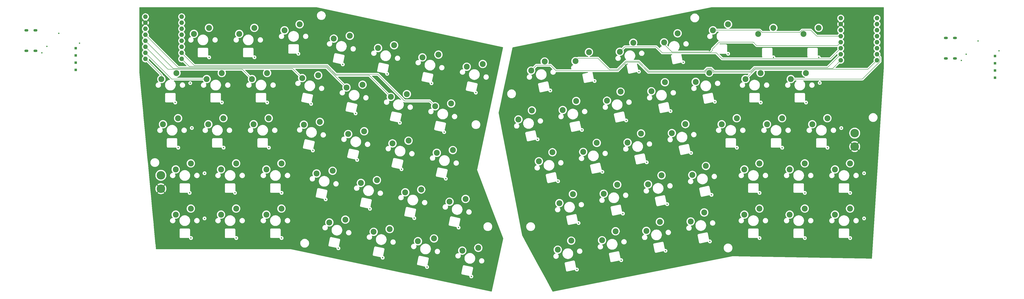
<source format=gbr>
%TF.GenerationSoftware,KiCad,Pcbnew,9.0.3*%
%TF.CreationDate,2025-11-23T22:31:57-05:00*%
%TF.ProjectId,Wren,5772656e-2e6b-4696-9361-645f70636258,rev?*%
%TF.SameCoordinates,Original*%
%TF.FileFunction,Copper,L2,Inr*%
%TF.FilePolarity,Positive*%
%FSLAX46Y46*%
G04 Gerber Fmt 4.6, Leading zero omitted, Abs format (unit mm)*
G04 Created by KiCad (PCBNEW 9.0.3) date 2025-11-23 22:31:57*
%MOMM*%
%LPD*%
G01*
G04 APERTURE LIST*
%TA.AperFunction,ComponentPad*%
%ADD10C,2.500000*%
%TD*%
%TA.AperFunction,ComponentPad*%
%ADD11R,1.000000X1.000000*%
%TD*%
%TA.AperFunction,HeatsinkPad*%
%ADD12O,1.700000X1.100000*%
%TD*%
%TA.AperFunction,ComponentPad*%
%ADD13C,3.600000*%
%TD*%
%TA.AperFunction,ComponentPad*%
%ADD14C,1.905000*%
%TD*%
%TA.AperFunction,ViaPad*%
%ADD15C,0.600000*%
%TD*%
%TA.AperFunction,Conductor*%
%ADD16C,0.200000*%
%TD*%
G04 APERTURE END LIST*
D10*
%TO.N,col6*%
%TO.C,SW7*%
X254124486Y-150603529D03*
%TO.N,Net-(D7-A)*%
X260863819Y-149439274D03*
%TD*%
%TO.N,col2*%
%TO.C,SW17*%
X164532000Y-174837500D03*
%TO.N,Net-(D17-A)*%
X170882000Y-172297500D03*
%TD*%
%TO.N,col4*%
%TO.C,SW54*%
X361314929Y-174844623D03*
%TO.N,Net-(D89-A)*%
X367664929Y-172304623D03*
%TD*%
%TO.N,col5*%
%TO.C,SW55*%
X380364929Y-174844623D03*
%TO.N,Net-(D90-A)*%
X386714929Y-172304623D03*
%TD*%
D11*
%TO.N,Net-(D141-K)*%
%TO.C,J5*%
X476250000Y-146050000D03*
%TD*%
D10*
%TO.N,col0*%
%TO.C,SW50*%
X284471913Y-190451770D03*
%TO.N,Net-(D85-A)*%
X290155054Y-186647036D03*
%TD*%
%TO.N,col6*%
%TO.C,SW14*%
X240846867Y-167256841D03*
%TO.N,Net-(D14-A)*%
X247586200Y-166092586D03*
%TD*%
%TO.N,col4*%
%TO.C,SW12*%
X203579444Y-159335406D03*
%TO.N,Net-(D12-A)*%
X210318777Y-158171151D03*
%TD*%
%TO.N,col3*%
%TO.C,SW67*%
X348294485Y-215837041D03*
%TO.N,Net-(D102-A)*%
X353977626Y-212032307D03*
%TD*%
%TO.N,col1*%
%TO.C,SW58*%
X311724743Y-204134564D03*
%TO.N,Net-(D93-A)*%
X317407884Y-200329830D03*
%TD*%
D11*
%TO.N,GND*%
%TO.C,J6*%
X476250000Y-149100000D03*
%TD*%
D10*
%TO.N,col1*%
%TO.C,SW51*%
X303105625Y-186491052D03*
%TO.N,Net-(D86-A)*%
X308788766Y-182686318D03*
%TD*%
%TO.N,col1*%
%TO.C,SW16*%
X145482000Y-174837500D03*
%TO.N,Net-(D16-A)*%
X151832000Y-172297500D03*
%TD*%
%TO.N,col1*%
%TO.C,SW37*%
X299842789Y-148233429D03*
%TO.N,Net-(D72-A)*%
X305525930Y-144428695D03*
%TD*%
%TO.N,col5*%
%TO.C,SW62*%
X389889929Y-193894623D03*
%TO.N,Net-(D97-A)*%
X396239929Y-191354623D03*
%TD*%
%TO.N,col3*%
%TO.C,SW53*%
X340373049Y-178569617D03*
%TO.N,Net-(D88-A)*%
X346056190Y-174764883D03*
%TD*%
D12*
%TO.N,GND*%
%TO.C,J13*%
X72800000Y-135210000D03*
X69000000Y-135210000D03*
X72800000Y-143850000D03*
X69000000Y-143850000D03*
%TD*%
D10*
%TO.N,col5*%
%TO.C,SW20*%
X222910838Y-182920035D03*
%TO.N,Net-(D20-A)*%
X229650171Y-181755780D03*
%TD*%
%TO.N,col6*%
%TO.C,SW70*%
X408939929Y-212944623D03*
%TO.N,Net-(D105-A)*%
X415289929Y-210404623D03*
%TD*%
%TO.N,col2*%
%TO.C,SW45*%
X313120219Y-164886823D03*
%TO.N,Net-(D80-A)*%
X318803360Y-161082089D03*
%TD*%
%TO.N,col2*%
%TO.C,SW59*%
X330358455Y-200173846D03*
%TO.N,Net-(D94-A)*%
X336041596Y-196369112D03*
%TD*%
%TO.N,col0*%
%TO.C,SW64*%
X292393349Y-227719194D03*
%TO.N,Net-(D99-A)*%
X298076490Y-223914460D03*
%TD*%
%TO.N,col0*%
%TO.C,SW36*%
X281209077Y-152194146D03*
%TO.N,Net-(D71-A)*%
X286892218Y-148389412D03*
%TD*%
%TO.N,col5*%
%TO.C,SW13*%
X222213155Y-163296123D03*
%TO.N,Net-(D13-A)*%
X228952488Y-162131868D03*
%TD*%
%TO.N,col6*%
%TO.C,SW63*%
X408939929Y-193894623D03*
%TO.N,Net-(D98-A)*%
X415289929Y-191354623D03*
%TD*%
%TO.N,col3*%
%TO.C,SW11*%
X184945732Y-155374688D03*
%TO.N,Net-(D11-A)*%
X191685065Y-154210433D03*
%TD*%
%TO.N,col4*%
%TO.C,SW19*%
X204277126Y-178959317D03*
%TO.N,Net-(D19-A)*%
X211016459Y-177795062D03*
%TD*%
%TO.N,col5*%
%TO.C,SW41*%
X376685048Y-136744629D03*
%TO.N,Net-(D76-A)*%
X383035048Y-134204629D03*
%TD*%
D11*
%TO.N,Net-(J9-Pin_1)*%
%TO.C,J9*%
X476250000Y-152150000D03*
%TD*%
D10*
%TO.N,col0*%
%TO.C,SW43*%
X275852795Y-172808258D03*
%TO.N,Net-(D78-A)*%
X281535936Y-169003524D03*
%TD*%
%TO.N,col1*%
%TO.C,SW9*%
X144782000Y-155787500D03*
%TO.N,Net-(D9-A)*%
X151132000Y-153247500D03*
%TD*%
%TO.N,col5*%
%TO.C,SW6*%
X235490774Y-146642811D03*
%TO.N,Net-(D6-A)*%
X242230107Y-145478556D03*
%TD*%
%TO.N,col4*%
%TO.C,SW40*%
X357635048Y-135244229D03*
%TO.N,Net-(D75-A)*%
X363985048Y-132704229D03*
%TD*%
D13*
%TO.N,+5V*%
%TO.C,J1*%
X417250000Y-178600000D03*
%TD*%
D10*
%TO.N,col0*%
%TO.C,SW15*%
X126432000Y-174837500D03*
%TO.N,Net-(D15-A)*%
X132782000Y-172297500D03*
%TD*%
%TO.N,col6*%
%TO.C,SW56*%
X399414929Y-174844623D03*
%TO.N,Net-(D91-A)*%
X405764929Y-172304623D03*
%TD*%
%TO.N,col2*%
%TO.C,SW52*%
X321739337Y-182530334D03*
%TO.N,Net-(D87-A)*%
X327422478Y-178725600D03*
%TD*%
%TO.N,col4*%
%TO.C,SW26*%
X209633308Y-199573430D03*
%TO.N,Net-(D26-A)*%
X216372641Y-198409175D03*
%TD*%
%TO.N,col3*%
%TO.C,SW46*%
X331753931Y-160926105D03*
%TO.N,Net-(D81-A)*%
X337437072Y-157121371D03*
%TD*%
%TO.N,col1*%
%TO.C,SW44*%
X294486507Y-168847540D03*
%TO.N,Net-(D79-A)*%
X300169648Y-165042806D03*
%TD*%
%TO.N,col0*%
%TO.C,SW29*%
X131782000Y-212937500D03*
%TO.N,Net-(D29-A)*%
X138132000Y-210397500D03*
%TD*%
D13*
%TO.N,GND*%
%TO.C,J4*%
X125550000Y-202000000D03*
%TD*%
D10*
%TO.N,col2*%
%TO.C,SW31*%
X169882000Y-212937500D03*
%TO.N,Net-(D31-A)*%
X176232000Y-210397500D03*
%TD*%
%TO.N,col5*%
%TO.C,SW27*%
X228267020Y-203534148D03*
%TO.N,Net-(D27-A)*%
X235006353Y-202369893D03*
%TD*%
%TO.N,col2*%
%TO.C,SW24*%
X169882000Y-193887500D03*
%TO.N,Net-(D24-A)*%
X176232000Y-191347500D03*
%TD*%
%TO.N,col4*%
%TO.C,SW61*%
X370839929Y-193894623D03*
%TO.N,Net-(D96-A)*%
X377189929Y-191354623D03*
%TD*%
%TO.N,col0*%
%TO.C,SW1*%
X139422000Y-136737500D03*
%TO.N,Net-(D1-A)*%
X145772000Y-134197500D03*
%TD*%
%TO.N,col2*%
%TO.C,SW38*%
X318476501Y-144272711D03*
%TO.N,Net-(D73-A)*%
X324159642Y-140467977D03*
%TD*%
%TO.N,col6*%
%TO.C,SW49*%
X390374929Y-155794623D03*
%TO.N,Net-(D84-A)*%
X396724929Y-153254623D03*
%TD*%
%TO.N,col3*%
%TO.C,SW25*%
X190999596Y-195612712D03*
%TO.N,Net-(D25-A)*%
X197738929Y-194448457D03*
%TD*%
%TO.N,col2*%
%TO.C,SW10*%
X163832000Y-155787500D03*
%TO.N,Net-(D10-A)*%
X170182000Y-153247500D03*
%TD*%
D11*
%TO.N,Net-(J14-Pin_1)*%
%TO.C,J14*%
X89700000Y-148900000D03*
%TD*%
D10*
%TO.N,col4*%
%TO.C,SW5*%
X216857062Y-142682093D03*
%TO.N,Net-(D5-A)*%
X223596395Y-141517838D03*
%TD*%
%TO.N,col3*%
%TO.C,SW60*%
X348992167Y-196213129D03*
%TO.N,Net-(D95-A)*%
X354675308Y-192408395D03*
%TD*%
%TO.N,col4*%
%TO.C,SW68*%
X370839929Y-212944623D03*
%TO.N,Net-(D103-A)*%
X377189929Y-210404623D03*
%TD*%
D11*
%TO.N,GND*%
%TO.C,J11*%
X89700000Y-145850000D03*
%TD*%
D10*
%TO.N,col3*%
%TO.C,SW32*%
X196355578Y-216226724D03*
%TO.N,Net-(D32-A)*%
X203094911Y-215062469D03*
%TD*%
%TO.N,col6*%
%TO.C,SW35*%
X252256713Y-228108877D03*
%TO.N,Net-(D35-A)*%
X258996046Y-226944622D03*
%TD*%
%TO.N,col1*%
%TO.C,SW65*%
X311027061Y-223758476D03*
%TO.N,Net-(D100-A)*%
X316710202Y-219953742D03*
%TD*%
%TO.N,col0*%
%TO.C,SW8*%
X125732000Y-155787500D03*
%TO.N,Net-(D8-A)*%
X132082000Y-153247500D03*
%TD*%
%TO.N,col6*%
%TO.C,SW28*%
X246900731Y-207494865D03*
%TO.N,Net-(D28-A)*%
X253640064Y-206330610D03*
%TD*%
%TO.N,col3*%
%TO.C,SW39*%
X337110213Y-140311993D03*
%TO.N,Net-(D74-A)*%
X342793354Y-136507259D03*
%TD*%
%TO.N,col2*%
%TO.C,SW66*%
X329660773Y-219797759D03*
%TO.N,Net-(D101-A)*%
X335343914Y-215993025D03*
%TD*%
D11*
%TO.N,Net-(J7-Pin_1)*%
%TO.C,J7*%
X476250000Y-155200000D03*
%TD*%
D10*
%TO.N,col1*%
%TO.C,SW30*%
X150832000Y-212937500D03*
%TO.N,Net-(D30-A)*%
X157182000Y-210397500D03*
%TD*%
%TO.N,col1*%
%TO.C,SW2*%
X158472000Y-136737500D03*
%TO.N,Net-(D2-A)*%
X164822000Y-134197500D03*
%TD*%
%TO.N,col2*%
%TO.C,SW3*%
X177522000Y-135237100D03*
%TO.N,Net-(D3-A)*%
X183872000Y-132697100D03*
%TD*%
%TO.N,col6*%
%TO.C,SW21*%
X241544549Y-186880753D03*
%TO.N,Net-(D21-A)*%
X248283882Y-185716498D03*
%TD*%
%TO.N,col5*%
%TO.C,SW34*%
X233623002Y-224148159D03*
%TO.N,Net-(D34-A)*%
X240362335Y-222983904D03*
%TD*%
%TO.N,col4*%
%TO.C,SW33*%
X214989290Y-220187442D03*
%TO.N,Net-(D33-A)*%
X221728623Y-219023187D03*
%TD*%
%TO.N,col3*%
%TO.C,SW18*%
X185643414Y-174998600D03*
%TO.N,Net-(D18-A)*%
X192382747Y-173834345D03*
%TD*%
%TO.N,col1*%
%TO.C,SW23*%
X150832000Y-193887500D03*
%TO.N,Net-(D23-A)*%
X157182000Y-191347500D03*
%TD*%
D13*
%TO.N,GND*%
%TO.C,J2*%
X417250000Y-184250000D03*
%TD*%
D10*
%TO.N,col3*%
%TO.C,SW4*%
X198223350Y-138721376D03*
%TO.N,Net-(D4-A)*%
X204962683Y-137557121D03*
%TD*%
%TO.N,col5*%
%TO.C,SW69*%
X389889929Y-212944623D03*
%TO.N,Net-(D104-A)*%
X396239929Y-210404623D03*
%TD*%
%TO.N,col0*%
%TO.C,SW22*%
X131782000Y-193887500D03*
%TO.N,Net-(D22-A)*%
X138132000Y-191347500D03*
%TD*%
D11*
%TO.N,Net-(D144-K)*%
%TO.C,J10*%
X89700000Y-142800000D03*
%TD*%
D10*
%TO.N,col6*%
%TO.C,SW42*%
X395735048Y-136744629D03*
%TO.N,Net-(D77-A)*%
X402085048Y-134204629D03*
%TD*%
D12*
%TO.N,GND*%
%TO.C,J8*%
X459350000Y-138460000D03*
X455550000Y-138460000D03*
X459350000Y-147100000D03*
X455550000Y-147100000D03*
%TD*%
D13*
%TO.N,+5V*%
%TO.C,J3*%
X125550000Y-196350000D03*
%TD*%
D10*
%TO.N,col0*%
%TO.C,SW57*%
X293091031Y-208095282D03*
%TO.N,Net-(D92-A)*%
X298774172Y-204290548D03*
%TD*%
%TO.N,col4*%
%TO.C,SW47*%
X350387594Y-156965387D03*
%TO.N,Net-(D82-A)*%
X356070735Y-153160653D03*
%TD*%
%TO.N,col5*%
%TO.C,SW48*%
X371324929Y-155794623D03*
%TO.N,Net-(D83-A)*%
X377674929Y-153254623D03*
%TD*%
D11*
%TO.N,Net-(J12-Pin_1)*%
%TO.C,J12*%
X89700000Y-151950000D03*
%TD*%
D14*
%TO.N,col0*%
%TO.C,U1*%
X119060000Y-147300000D03*
%TO.N,col1*%
X119060000Y-144760000D03*
%TO.N,col2*%
X119060000Y-142220000D03*
%TO.N,col3*%
X119060000Y-139680000D03*
%TO.N,unconnected-(U1-3V3-Pad3.3)*%
X119060000Y-134600000D03*
%TO.N,col4*%
X119060000Y-137140000D03*
%TO.N,row0*%
X134300000Y-129520000D03*
%TO.N,+5V*%
X119060000Y-129520000D03*
%TO.N,led*%
X134300000Y-132060000D03*
%TO.N,row4*%
X134300000Y-134600000D03*
%TO.N,row3*%
X134300000Y-137140000D03*
%TO.N,row2*%
X134300000Y-139680000D03*
%TO.N,row1*%
X134300000Y-142220000D03*
%TO.N,col6*%
X134300000Y-144760000D03*
%TO.N,col5*%
X134300000Y-147300000D03*
%TO.N,GND*%
X119060000Y-132060000D03*
%TD*%
%TO.N,col0*%
%TO.C,U2*%
X411380000Y-147880000D03*
%TO.N,col1*%
X411380000Y-145340000D03*
%TO.N,col2*%
X411380000Y-142800000D03*
%TO.N,col3*%
X411380000Y-140260000D03*
%TO.N,unconnected-(U2-3V3-Pad3.3)*%
X411380000Y-135180000D03*
%TO.N,col4*%
X411380000Y-137720000D03*
%TO.N,row0*%
X426620000Y-130100000D03*
%TO.N,+5V*%
X411380000Y-130100000D03*
%TO.N,led*%
X426620000Y-132640000D03*
%TO.N,row4*%
X426620000Y-135180000D03*
%TO.N,row3*%
X426620000Y-137720000D03*
%TO.N,row2*%
X426620000Y-140260000D03*
%TO.N,row1*%
X426620000Y-142800000D03*
%TO.N,col6*%
X426620000Y-145340000D03*
%TO.N,col5*%
X426620000Y-147880000D03*
%TO.N,GND*%
X411380000Y-132640000D03*
%TD*%
D15*
%TO.N,GND*%
X326750000Y-194050000D03*
X304900000Y-159750000D03*
X286300000Y-163700000D03*
X286850000Y-196050000D03*
X294800000Y-233350000D03*
X411750000Y-225250000D03*
X402921918Y-187028082D03*
X152000000Y-218950000D03*
X324150000Y-188150000D03*
X316050000Y-235250000D03*
X302250000Y-153900000D03*
X166600000Y-168100000D03*
X235150000Y-152700000D03*
X171050000Y-199900000D03*
X320900000Y-149900000D03*
X410050000Y-218950000D03*
X362500000Y-180850000D03*
X132950000Y-218950000D03*
X297400000Y-239200000D03*
X332050000Y-225450000D03*
X305500000Y-192100000D03*
X165700000Y-180850000D03*
X313450000Y-229400000D03*
X393509418Y-168090582D03*
X171050000Y-218950000D03*
X298150000Y-219600000D03*
X345400000Y-190100000D03*
X210050000Y-212250000D03*
X127032000Y-161800000D03*
X147500000Y-168100000D03*
X398550000Y-149050000D03*
X240924041Y-173400000D03*
X204000000Y-172000000D03*
X356193241Y-143755344D03*
X140600000Y-142750000D03*
X127600000Y-180850000D03*
X323550000Y-155800000D03*
X153550000Y-206250000D03*
X396850000Y-142700000D03*
X172600000Y-206150000D03*
X381449858Y-180850000D03*
X283600000Y-157850000D03*
X342750000Y-184200000D03*
X318250000Y-176350000D03*
X241250000Y-179900000D03*
X280900000Y-184300000D03*
X204700000Y-191600000D03*
X186050000Y-187650000D03*
X332750000Y-205800000D03*
X289550000Y-201950000D03*
X161200000Y-149100000D03*
X379550000Y-149050000D03*
X252650000Y-240750000D03*
X350700000Y-221500000D03*
X372000000Y-199900000D03*
X209300000Y-205650000D03*
X351400000Y-201850000D03*
X247300000Y-220150000D03*
X132950000Y-199850000D03*
X185300000Y-181050000D03*
X197900000Y-144800000D03*
X353500000Y-227300000D03*
X178700000Y-141250000D03*
X372000000Y-218950000D03*
X223300000Y-195600000D03*
X203950000Y-185050000D03*
X372400000Y-161800000D03*
X352800000Y-162600000D03*
X235900000Y-159300000D03*
X134500000Y-225250000D03*
X216550000Y-148750000D03*
X128500000Y-168150000D03*
X198650000Y-151400000D03*
X191400000Y-208300000D03*
X411800000Y-206200000D03*
X146082000Y-161800000D03*
X296900000Y-174500000D03*
X364821918Y-187028082D03*
X354100000Y-207700000D03*
X185350000Y-168000000D03*
X391450000Y-161750000D03*
X185022906Y-161500000D03*
X222550000Y-189000000D03*
X314100000Y-209750000D03*
X373700000Y-225250000D03*
X410000000Y-199850000D03*
X190650000Y-201650000D03*
X383871918Y-187028082D03*
X148200000Y-187150000D03*
X241200000Y-192950000D03*
X316750000Y-215650000D03*
X377750000Y-142700000D03*
X315500000Y-170550000D03*
X152000000Y-199900000D03*
X228700000Y-216200000D03*
X215400000Y-232850000D03*
X391000000Y-218950000D03*
X129150000Y-187150000D03*
X253800000Y-156650000D03*
X355709418Y-168390582D03*
X134500000Y-206200000D03*
X360450000Y-147550000D03*
X217250000Y-155350000D03*
X203656618Y-165500000D03*
X172600000Y-225250000D03*
X334150000Y-166550000D03*
X167250000Y-187100000D03*
X159650000Y-142750000D03*
X334750000Y-231300000D03*
X335450000Y-211650000D03*
X196750000Y-228850000D03*
X374434418Y-168065582D03*
X180250000Y-147600000D03*
X339500000Y-145950000D03*
X308200000Y-197950000D03*
X214650000Y-226250000D03*
X392750000Y-225250000D03*
X222600000Y-175950000D03*
X246550000Y-213550000D03*
X234000000Y-236800000D03*
X142150000Y-149050000D03*
X254550000Y-163300000D03*
X392750000Y-206200000D03*
X146650000Y-180850000D03*
X251900000Y-234150000D03*
X196000000Y-222300000D03*
X233250000Y-230200000D03*
X165000000Y-161800000D03*
X222290330Y-169450000D03*
X227950000Y-209600000D03*
X400450000Y-180750000D03*
X295450000Y-213750000D03*
X390950000Y-199850000D03*
X336850000Y-172450000D03*
X278356633Y-178450000D03*
X373650000Y-206200000D03*
X299600000Y-180300000D03*
X241950000Y-199550000D03*
X153550000Y-225200000D03*
X342080567Y-151650000D03*
%TO.N,+5V*%
X307903875Y-156600000D03*
X396291026Y-203791026D03*
X415349929Y-222832123D03*
X338419540Y-208550000D03*
X145828500Y-146628500D03*
X402138588Y-146638588D03*
X357053252Y-204600000D03*
X156697221Y-203747221D03*
X218796733Y-231096733D03*
X405824929Y-184732123D03*
X188711716Y-166261716D03*
X283913881Y-181200000D03*
X232083952Y-214433952D03*
X200174518Y-227124518D03*
X245346018Y-197796018D03*
X319785828Y-212500000D03*
X302547592Y-177250000D03*
X157242000Y-222825000D03*
X377249929Y-203782123D03*
X137622221Y-203772221D03*
X367724929Y-184732123D03*
X396784929Y-165682123D03*
X207400000Y-170250000D03*
X386774929Y-184732123D03*
X364045048Y-145131729D03*
X170242000Y-165675000D03*
X348434134Y-186950000D03*
X220677945Y-153577945D03*
X257947375Y-161497375D03*
X164882000Y-146600000D03*
X356355570Y-224250000D03*
X289270163Y-160600000D03*
X151892000Y-184700000D03*
X176292000Y-203775000D03*
X319088147Y-232150000D03*
X213436736Y-210486736D03*
X194814522Y-206514522D03*
X176292000Y-222800000D03*
X132842000Y-184725000D03*
X237443948Y-235043948D03*
X377249929Y-222832123D03*
X189454374Y-185904374D03*
X415341026Y-203791026D03*
X151192000Y-165675000D03*
X329800422Y-190900000D03*
X339815016Y-169300000D03*
X256066163Y-239016163D03*
X377733526Y-165683526D03*
X226013006Y-174213006D03*
X311166710Y-194900000D03*
X244660221Y-178160221D03*
X239300160Y-157550160D03*
X358448680Y-165350000D03*
X208076589Y-189876589D03*
X292532999Y-198850000D03*
X345171298Y-148700000D03*
X138192000Y-222800000D03*
X383095048Y-146632129D03*
X250706166Y-218406166D03*
X301152117Y-216500000D03*
X226723804Y-193823804D03*
X396291026Y-222841026D03*
X337721858Y-228200000D03*
X183367021Y-145117021D03*
X202030730Y-149630730D03*
X131572221Y-165672221D03*
X300454435Y-236100000D03*
X170942000Y-184700000D03*
X321181304Y-173250000D03*
X326537586Y-152650000D03*
%TO.N,Net-(D141-K)*%
X462100000Y-147950000D03*
%TO.N,Net-(D142-A)*%
X469150000Y-139750000D03*
X477900000Y-143900000D03*
X464150000Y-145300000D03*
%TO.N,row1*%
X402550000Y-157400000D03*
X137900000Y-157500000D03*
%TO.N,row2*%
X138550000Y-176400000D03*
X411600000Y-176450000D03*
%TO.N,row3*%
X143900000Y-195500000D03*
X421200000Y-195500000D03*
%TO.N,row4*%
X421200000Y-214550000D03*
X143900000Y-214550000D03*
%TO.N,Net-(D144-K)*%
X75550000Y-144700000D03*
%TO.N,Net-(D145-A)*%
X91350000Y-140650000D03*
X82600000Y-136500000D03*
X77600000Y-142050000D03*
%TD*%
D16*
%TO.N,col0*%
X125732000Y-153972000D02*
X119060000Y-147300000D01*
X407957377Y-151302623D02*
X375249829Y-151302623D01*
X283462811Y-149940412D02*
X281209077Y-152194146D01*
X125732000Y-155787500D02*
X125732000Y-153972000D01*
X357621735Y-152518207D02*
X356713181Y-151609653D01*
X373652452Y-152900000D02*
X357621735Y-152900000D01*
X411380000Y-147880000D02*
X407957377Y-151302623D01*
X375249829Y-151302623D02*
X373652452Y-152900000D01*
X355428289Y-151609653D02*
X354519735Y-152518207D01*
X356713181Y-151609653D02*
X355428289Y-151609653D01*
X357621735Y-152900000D02*
X357621735Y-152518207D01*
X317623220Y-152276780D02*
X291688140Y-152276780D01*
X321182938Y-148717062D02*
X317623220Y-152276780D01*
X291688140Y-152276780D02*
X289351772Y-149940412D01*
X354519735Y-152900000D02*
X330476361Y-152900000D01*
X289351772Y-149940412D02*
X283462811Y-149940412D01*
X354519735Y-152518207D02*
X354519735Y-152900000D01*
X326293423Y-148717062D02*
X321182938Y-148717062D01*
X330476361Y-152900000D02*
X326293423Y-148717062D01*
%TO.N,col1*%
X358022735Y-152499000D02*
X358022735Y-152352107D01*
X317457120Y-151875780D02*
X314125780Y-151875780D01*
X309233430Y-146983430D02*
X301092788Y-146983430D01*
X314125780Y-151875780D02*
X309233430Y-146983430D01*
X144782000Y-155787500D02*
X130087500Y-155787500D01*
X354118735Y-152352107D02*
X354118735Y-152499000D01*
X321016838Y-148316062D02*
X317457120Y-151875780D01*
X373486352Y-152499000D02*
X358022735Y-152499000D01*
X301092788Y-146983430D02*
X299842789Y-148233429D01*
X355262189Y-151208653D02*
X354118735Y-152352107D01*
X354118735Y-152499000D02*
X330642461Y-152499000D01*
X326459523Y-148316062D02*
X321016838Y-148316062D01*
X405818377Y-150901623D02*
X375083729Y-150901623D01*
X375083729Y-150901623D02*
X373486352Y-152499000D01*
X130087500Y-155787500D02*
X119060000Y-144760000D01*
X330642461Y-152499000D02*
X326459523Y-148316062D01*
X358022735Y-152352107D02*
X356879281Y-151208653D01*
X411380000Y-145340000D02*
X405818377Y-150901623D01*
X356879281Y-151208653D02*
X355262189Y-151208653D01*
%TO.N,col2*%
X411380000Y-142800000D02*
X406940412Y-147239588D01*
X406940412Y-147239588D02*
X361525465Y-147239588D01*
X336358044Y-144756344D02*
X333751700Y-142150000D01*
X361525465Y-147239588D02*
X359042221Y-144756344D01*
X333751700Y-142150000D02*
X320599212Y-142150000D01*
X163832000Y-155787500D02*
X159741000Y-151696500D01*
X359042221Y-144756344D02*
X336358044Y-144756344D01*
X320599212Y-142150000D02*
X318476501Y-144272711D01*
X128536500Y-151696500D02*
X119060000Y-142220000D01*
X159741000Y-151696500D02*
X128536500Y-151696500D01*
%TO.N,col3*%
X357425000Y-143079335D02*
X360244335Y-140260000D01*
X374656593Y-140260000D02*
X376032222Y-141635629D01*
X337110213Y-141074322D02*
X340391235Y-144355344D01*
X184945732Y-155374688D02*
X180866544Y-151295500D01*
X180866544Y-151295500D02*
X130675500Y-151295500D01*
X130675500Y-151295500D02*
X119060000Y-139680000D01*
X410004371Y-141635629D02*
X411380000Y-140260000D01*
X360244335Y-140260000D02*
X374656593Y-140260000D01*
X357425000Y-143675000D02*
X357425000Y-143079335D01*
X376032222Y-141635629D02*
X410004371Y-141635629D01*
X340391235Y-144355344D02*
X356744656Y-144355344D01*
X337110213Y-140311993D02*
X337110213Y-141074322D01*
X356744656Y-144355344D02*
X357425000Y-143675000D01*
%TO.N,col4*%
X132814500Y-150894500D02*
X119060000Y-137140000D01*
X195138538Y-150894500D02*
X132814500Y-150894500D01*
X394184048Y-136102183D02*
X378236048Y-136102183D01*
X401305235Y-137720000D02*
X398778864Y-135193629D01*
X357685648Y-135193629D02*
X357635048Y-135244229D01*
X378236048Y-136102183D02*
X377327494Y-135193629D01*
X377327494Y-135193629D02*
X357685648Y-135193629D01*
X411380000Y-137720000D02*
X401305235Y-137720000D01*
X398778864Y-135193629D02*
X395092602Y-135193629D01*
X395092602Y-135193629D02*
X394184048Y-136102183D01*
X203579444Y-159335406D02*
X195138538Y-150894500D01*
%TO.N,col5*%
X213117032Y-154200000D02*
X222213155Y-163296123D01*
X137493500Y-150493500D02*
X195304638Y-150493500D01*
X375415929Y-151703623D02*
X371324929Y-155794623D01*
X134300000Y-147300000D02*
X137493500Y-150493500D01*
X422796377Y-151703623D02*
X375415929Y-151703623D01*
X195304638Y-150493500D02*
X199011138Y-154200000D01*
X199011138Y-154200000D02*
X213117032Y-154200000D01*
X426620000Y-147880000D02*
X422796377Y-151703623D01*
%TO.N,col6*%
X134300000Y-144760000D02*
X139590000Y-150050000D01*
X426620000Y-145340000D02*
X427873500Y-146593500D01*
X195450000Y-150050000D02*
X199150000Y-153750000D01*
X199150000Y-153750000D02*
X216750000Y-153750000D01*
X216750000Y-153750000D02*
X228000000Y-165000000D01*
X228000000Y-165000000D02*
X238590026Y-165000000D01*
X420478094Y-155794623D02*
X390374929Y-155794623D01*
X427873500Y-146593500D02*
X427873500Y-148399217D01*
X238590026Y-165000000D02*
X240846867Y-167256841D01*
X427873500Y-148399217D02*
X420478094Y-155794623D01*
X139590000Y-150050000D02*
X195450000Y-150050000D01*
%TD*%
%TA.AperFunction,Conductor*%
%TO.N,GND*%
G36*
X374423535Y-140880185D02*
G01*
X374444177Y-140896819D01*
X375547361Y-142000003D01*
X375547371Y-142000014D01*
X375551701Y-142004344D01*
X375551702Y-142004345D01*
X375663506Y-142116149D01*
X375725343Y-142151850D01*
X375737485Y-142158860D01*
X375800434Y-142195205D01*
X375800436Y-142195205D01*
X375800437Y-142195206D01*
X375953165Y-142236129D01*
X409864767Y-142236129D01*
X409931806Y-142255814D01*
X409977561Y-142308618D01*
X409987505Y-142377776D01*
X409982698Y-142398448D01*
X409962777Y-142459754D01*
X409927000Y-142685646D01*
X409927000Y-142914353D01*
X409962778Y-143140248D01*
X409995146Y-143239868D01*
X409997141Y-143309709D01*
X409964896Y-143365866D01*
X406727996Y-146602769D01*
X406666673Y-146636254D01*
X406640315Y-146639088D01*
X403056634Y-146639088D01*
X402989595Y-146619403D01*
X402943840Y-146566599D01*
X402935017Y-146539279D01*
X402924962Y-146488730D01*
X402908325Y-146405091D01*
X402904149Y-146395010D01*
X402847985Y-146259415D01*
X402847978Y-146259402D01*
X402760377Y-146128299D01*
X402760374Y-146128295D01*
X402648880Y-146016801D01*
X402648876Y-146016798D01*
X402517773Y-145929197D01*
X402517760Y-145929190D01*
X402372089Y-145868852D01*
X402372077Y-145868849D01*
X402217433Y-145838088D01*
X402217430Y-145838088D01*
X402059746Y-145838088D01*
X402059743Y-145838088D01*
X401899116Y-145870039D01*
X401898864Y-145868773D01*
X401835674Y-145869337D01*
X401776562Y-145832087D01*
X401746972Y-145768793D01*
X401745548Y-145750053D01*
X401745548Y-143043739D01*
X401745548Y-143043737D01*
X401711440Y-142916443D01*
X401645548Y-142802315D01*
X401552362Y-142709129D01*
X401465708Y-142659099D01*
X401438235Y-142643237D01*
X401359584Y-142622163D01*
X401310940Y-142609129D01*
X397910940Y-142609129D01*
X397779156Y-142609129D01*
X397651860Y-142643237D01*
X397537734Y-142709129D01*
X397537731Y-142709131D01*
X397444550Y-142802312D01*
X397444548Y-142802315D01*
X397378656Y-142916441D01*
X397361214Y-142981538D01*
X397344548Y-143043737D01*
X397344548Y-146043737D01*
X397344548Y-146175521D01*
X397358710Y-146228376D01*
X397378656Y-146302816D01*
X397407879Y-146353431D01*
X397444548Y-146416943D01*
X397444550Y-146416945D01*
X397455012Y-146427407D01*
X397488497Y-146488730D01*
X397483513Y-146558422D01*
X397441641Y-146614355D01*
X397376177Y-146638772D01*
X397367331Y-146639088D01*
X384014379Y-146639088D01*
X383947340Y-146619403D01*
X383901585Y-146566599D01*
X383892762Y-146539279D01*
X383874661Y-146448283D01*
X383864785Y-146398632D01*
X383851475Y-146366498D01*
X383804445Y-146252956D01*
X383804438Y-146252943D01*
X383716837Y-146121840D01*
X383716834Y-146121836D01*
X383605340Y-146010342D01*
X383605336Y-146010339D01*
X383474233Y-145922738D01*
X383474220Y-145922731D01*
X383328549Y-145862393D01*
X383328537Y-145862390D01*
X383173893Y-145831629D01*
X383173890Y-145831629D01*
X383016206Y-145831629D01*
X383016203Y-145831629D01*
X382861558Y-145862390D01*
X382855724Y-145864160D01*
X382854921Y-145861514D01*
X382797104Y-145867525D01*
X382734735Y-145836031D01*
X382699293Y-145775818D01*
X382695548Y-145745573D01*
X382695548Y-143043739D01*
X382695548Y-143043737D01*
X382661440Y-142916443D01*
X382595548Y-142802315D01*
X382502362Y-142709129D01*
X382415708Y-142659099D01*
X382388235Y-142643237D01*
X382309584Y-142622163D01*
X382260940Y-142609129D01*
X378860940Y-142609129D01*
X378729156Y-142609129D01*
X378601860Y-142643237D01*
X378487734Y-142709129D01*
X378487731Y-142709131D01*
X378394550Y-142802312D01*
X378394548Y-142802315D01*
X378328656Y-142916441D01*
X378311214Y-142981538D01*
X378294548Y-143043737D01*
X378294548Y-146043737D01*
X378294548Y-146175521D01*
X378308710Y-146228376D01*
X378328656Y-146302816D01*
X378357879Y-146353431D01*
X378394548Y-146416943D01*
X378394550Y-146416945D01*
X378405012Y-146427407D01*
X378438497Y-146488730D01*
X378433513Y-146558422D01*
X378391641Y-146614355D01*
X378326177Y-146638772D01*
X378317331Y-146639088D01*
X361825562Y-146639088D01*
X361758523Y-146619403D01*
X361737881Y-146602769D01*
X360456522Y-145321410D01*
X360423037Y-145260087D01*
X360428021Y-145190395D01*
X360469893Y-145134462D01*
X360535357Y-145110045D01*
X360544203Y-145109729D01*
X363122725Y-145109729D01*
X363189764Y-145129414D01*
X363235519Y-145182218D01*
X363244342Y-145209538D01*
X363275309Y-145365218D01*
X363275312Y-145365230D01*
X363335650Y-145510901D01*
X363335657Y-145510914D01*
X363423258Y-145642017D01*
X363423261Y-145642021D01*
X363534755Y-145753515D01*
X363534759Y-145753518D01*
X363665862Y-145841119D01*
X363665875Y-145841126D01*
X363797758Y-145895753D01*
X363811551Y-145901466D01*
X363956735Y-145930345D01*
X363966201Y-145932228D01*
X363966204Y-145932229D01*
X363966206Y-145932229D01*
X364123892Y-145932229D01*
X364123893Y-145932228D01*
X364278545Y-145901466D01*
X364391214Y-145854796D01*
X364424220Y-145841126D01*
X364424220Y-145841125D01*
X364424227Y-145841123D01*
X364555337Y-145753518D01*
X364666837Y-145642018D01*
X364754442Y-145510908D01*
X364814785Y-145365226D01*
X364845548Y-145210571D01*
X364845548Y-145052887D01*
X364845548Y-145052884D01*
X364845547Y-145052882D01*
X364835545Y-145002599D01*
X364814785Y-144898232D01*
X364814783Y-144898227D01*
X364754445Y-144752556D01*
X364754438Y-144752543D01*
X364666837Y-144621440D01*
X364666834Y-144621436D01*
X364555340Y-144509942D01*
X364555336Y-144509939D01*
X364424233Y-144422338D01*
X364424220Y-144422331D01*
X364278549Y-144361993D01*
X364278537Y-144361990D01*
X364123893Y-144331229D01*
X364123890Y-144331229D01*
X363966206Y-144331229D01*
X363966203Y-144331229D01*
X363811558Y-144361990D01*
X363805724Y-144363760D01*
X363804921Y-144361114D01*
X363747104Y-144367125D01*
X363684735Y-144335631D01*
X363649293Y-144275418D01*
X363645548Y-144245173D01*
X363645548Y-141543339D01*
X363645548Y-141543337D01*
X363611440Y-141416043D01*
X363606711Y-141407853D01*
X363587088Y-141373865D01*
X363545548Y-141301915D01*
X363452362Y-141208729D01*
X363394976Y-141175597D01*
X363338235Y-141142837D01*
X363274587Y-141125783D01*
X363210940Y-141108729D01*
X363210939Y-141108729D01*
X360544204Y-141108729D01*
X360522958Y-141102490D01*
X360500870Y-141100911D01*
X360490086Y-141092838D01*
X360477165Y-141089044D01*
X360462665Y-141072310D01*
X360444937Y-141059039D01*
X360440229Y-141046418D01*
X360431410Y-141036240D01*
X360428258Y-141014322D01*
X360420520Y-140993575D01*
X360423382Y-140980414D01*
X360421466Y-140967082D01*
X360430665Y-140946938D01*
X360435372Y-140925302D01*
X360448640Y-140907576D01*
X360450491Y-140903526D01*
X360456523Y-140897048D01*
X360456752Y-140896819D01*
X360518075Y-140863334D01*
X360544433Y-140860500D01*
X374356496Y-140860500D01*
X374423535Y-140880185D01*
G37*
%TD.AperFunction*%
%TA.AperFunction,Conductor*%
G36*
X429442539Y-125520185D02*
G01*
X429488294Y-125572989D01*
X429499500Y-125624500D01*
X429499500Y-150980742D01*
X429499264Y-150988382D01*
X424537243Y-231373109D01*
X424513466Y-231438808D01*
X424457943Y-231481223D01*
X424411378Y-231489451D01*
X366024077Y-230499835D01*
X366020974Y-230499782D01*
X365967732Y-230496214D01*
X365955291Y-230498669D01*
X365942604Y-230498454D01*
X365942597Y-230498455D01*
X365893797Y-230510648D01*
X365887750Y-230511999D01*
X290354149Y-245419946D01*
X290284567Y-245413615D01*
X290229454Y-245370670D01*
X290221107Y-245357352D01*
X287219900Y-239816663D01*
X283823299Y-233546016D01*
X295277337Y-233546016D01*
X295277337Y-233546020D01*
X295899719Y-236474098D01*
X295899720Y-236474103D01*
X295928471Y-236609365D01*
X295988300Y-236726787D01*
X296076481Y-236824720D01*
X296145799Y-236869735D01*
X296187004Y-236896494D01*
X296312338Y-236937218D01*
X296443942Y-236944115D01*
X299554042Y-236283042D01*
X299623708Y-236288358D01*
X299679442Y-236330495D01*
X299694383Y-236356880D01*
X299745037Y-236479172D01*
X299745044Y-236479185D01*
X299832645Y-236610288D01*
X299832648Y-236610292D01*
X299944142Y-236721786D01*
X299944146Y-236721789D01*
X300075249Y-236809390D01*
X300075262Y-236809397D01*
X300220933Y-236869735D01*
X300220938Y-236869737D01*
X300355434Y-236896490D01*
X300375588Y-236900499D01*
X300375591Y-236900500D01*
X300375593Y-236900500D01*
X300533279Y-236900500D01*
X300533280Y-236900499D01*
X300687932Y-236869737D01*
X300833614Y-236809394D01*
X300964724Y-236721789D01*
X301076224Y-236610289D01*
X301163829Y-236479179D01*
X301224172Y-236333497D01*
X301254935Y-236178842D01*
X301254935Y-236021158D01*
X301254935Y-236021155D01*
X301254934Y-236021153D01*
X301224173Y-235866510D01*
X301224172Y-235866503D01*
X301202294Y-235813685D01*
X301163832Y-235720827D01*
X301163825Y-235720814D01*
X301076224Y-235589711D01*
X301076221Y-235589707D01*
X300964727Y-235478213D01*
X300964723Y-235478210D01*
X300833620Y-235390609D01*
X300833607Y-235390602D01*
X300687936Y-235330264D01*
X300687924Y-235330261D01*
X300533280Y-235299500D01*
X300533277Y-235299500D01*
X300375593Y-235299500D01*
X300375588Y-235299500D01*
X300278581Y-235318796D01*
X300208989Y-235312569D01*
X300153812Y-235269706D01*
X300133100Y-235222960D01*
X300080557Y-234975765D01*
X299613941Y-232780509D01*
X299613941Y-232780502D01*
X299609562Y-232759903D01*
X299609563Y-232759902D01*
X299582163Y-232630998D01*
X299522335Y-232513577D01*
X299522333Y-232513575D01*
X299522333Y-232513574D01*
X299434152Y-232415641D01*
X299323635Y-232343871D01*
X299323632Y-232343869D01*
X299323631Y-232343868D01*
X299323630Y-232343868D01*
X299198296Y-232303144D01*
X299198293Y-232303143D01*
X299198289Y-232303143D01*
X299066692Y-232296247D01*
X299066688Y-232296247D01*
X295747358Y-233001792D01*
X295747349Y-233001795D01*
X295740993Y-233003146D01*
X295740992Y-233003146D01*
X295696997Y-233012497D01*
X295612086Y-233030546D01*
X295494664Y-233090375D01*
X295396731Y-233178556D01*
X295396731Y-233178557D01*
X295324961Y-233289073D01*
X295324959Y-233289076D01*
X295324958Y-233289078D01*
X295324958Y-233289079D01*
X295286235Y-233408257D01*
X295284234Y-233414414D01*
X295284233Y-233414419D01*
X295277337Y-233546016D01*
X283823299Y-233546016D01*
X282107917Y-230379157D01*
X290553697Y-230379157D01*
X290553697Y-230556315D01*
X290567554Y-230643803D01*
X290581411Y-230731292D01*
X290636153Y-230899775D01*
X290636154Y-230899778D01*
X290696334Y-231017886D01*
X290716583Y-231057626D01*
X290820714Y-231200950D01*
X290945983Y-231326219D01*
X291089307Y-231430350D01*
X291137340Y-231454824D01*
X291247154Y-231510778D01*
X291247157Y-231510779D01*
X291300806Y-231528210D01*
X291415642Y-231565522D01*
X291590618Y-231593236D01*
X291590619Y-231593236D01*
X291767775Y-231593236D01*
X291767776Y-231593236D01*
X291942752Y-231565522D01*
X292111239Y-231510778D01*
X292269087Y-231430350D01*
X292412411Y-231326219D01*
X292537680Y-231200950D01*
X292641811Y-231057626D01*
X292722239Y-230899778D01*
X292776983Y-230731291D01*
X292804697Y-230556315D01*
X292804697Y-230379157D01*
X292776983Y-230204181D01*
X292722239Y-230035694D01*
X292722239Y-230035693D01*
X292666927Y-229927139D01*
X292641811Y-229877846D01*
X292537680Y-229734522D01*
X292478017Y-229674859D01*
X292444532Y-229613536D01*
X292449516Y-229543844D01*
X292491388Y-229487911D01*
X292549511Y-229464239D01*
X292735587Y-229439742D01*
X292957236Y-229380352D01*
X293169237Y-229292538D01*
X293218613Y-229264031D01*
X294397687Y-229264031D01*
X294397687Y-229559058D01*
X294425464Y-229770034D01*
X294436194Y-229851538D01*
X294485538Y-230035693D01*
X294512548Y-230136496D01*
X294512551Y-230136506D01*
X294625441Y-230409045D01*
X294625445Y-230409055D01*
X294772948Y-230664538D01*
X294952539Y-230898585D01*
X294952545Y-230898592D01*
X295161139Y-231107186D01*
X295161146Y-231107192D01*
X295395193Y-231286783D01*
X295650676Y-231434286D01*
X295650677Y-231434286D01*
X295650680Y-231434288D01*
X295923235Y-231547184D01*
X296208194Y-231623538D01*
X296500681Y-231662045D01*
X296500688Y-231662045D01*
X296795686Y-231662045D01*
X296795693Y-231662045D01*
X297088180Y-231623538D01*
X297373139Y-231547184D01*
X297645694Y-231434288D01*
X297901181Y-231286783D01*
X298135229Y-231107191D01*
X298343833Y-230898587D01*
X298523425Y-230664539D01*
X298670930Y-230409052D01*
X298783826Y-230136497D01*
X298860180Y-229851538D01*
X298895231Y-229585298D01*
X313911049Y-229585298D01*
X313911049Y-229585302D01*
X314533431Y-232513380D01*
X314533432Y-232513385D01*
X314533473Y-232513577D01*
X314534783Y-232519739D01*
X314534783Y-232519742D01*
X314536789Y-232529179D01*
X314562183Y-232648647D01*
X314622012Y-232766069D01*
X314710193Y-232864002D01*
X314795508Y-232919406D01*
X314820716Y-232935776D01*
X314946050Y-232976500D01*
X315077654Y-232983397D01*
X318183673Y-232323191D01*
X318253339Y-232328507D01*
X318309073Y-232370644D01*
X318324014Y-232397028D01*
X318378751Y-232529176D01*
X318378756Y-232529185D01*
X318466357Y-232660288D01*
X318466360Y-232660292D01*
X318577854Y-232771786D01*
X318577858Y-232771789D01*
X318708961Y-232859390D01*
X318708974Y-232859397D01*
X318854645Y-232919735D01*
X318854650Y-232919737D01*
X319009300Y-232950499D01*
X319009303Y-232950500D01*
X319009305Y-232950500D01*
X319166991Y-232950500D01*
X319166992Y-232950499D01*
X319321644Y-232919737D01*
X319467326Y-232859394D01*
X319598436Y-232771789D01*
X319709936Y-232660289D01*
X319797541Y-232529179D01*
X319857884Y-232383497D01*
X319888647Y-232228842D01*
X319888647Y-232071158D01*
X319888647Y-232071155D01*
X319888646Y-232071153D01*
X319878401Y-232019649D01*
X319857884Y-231916503D01*
X319837159Y-231866468D01*
X319797544Y-231770827D01*
X319797537Y-231770814D01*
X319709936Y-231639711D01*
X319709933Y-231639707D01*
X319598439Y-231528213D01*
X319598435Y-231528210D01*
X319467332Y-231440609D01*
X319467319Y-231440602D01*
X319321648Y-231380264D01*
X319321636Y-231380261D01*
X319166992Y-231349500D01*
X319166989Y-231349500D01*
X319009305Y-231349500D01*
X319009300Y-231349500D01*
X318914479Y-231368361D01*
X318844887Y-231362134D01*
X318789710Y-231319270D01*
X318768998Y-231272525D01*
X318753785Y-231200952D01*
X318247653Y-228819791D01*
X318247653Y-228819784D01*
X318243274Y-228799185D01*
X318243275Y-228799184D01*
X318215875Y-228670280D01*
X318156047Y-228552859D01*
X318156045Y-228552857D01*
X318156045Y-228552856D01*
X318067864Y-228454923D01*
X317957347Y-228383153D01*
X317957344Y-228383151D01*
X317957343Y-228383150D01*
X317957342Y-228383150D01*
X317832008Y-228342426D01*
X317832005Y-228342425D01*
X317832001Y-228342425D01*
X317700404Y-228335529D01*
X317700400Y-228335529D01*
X314381070Y-229041074D01*
X314381061Y-229041077D01*
X314374705Y-229042428D01*
X314374704Y-229042428D01*
X314330709Y-229051779D01*
X314245798Y-229069828D01*
X314128376Y-229129657D01*
X314030443Y-229217838D01*
X314030443Y-229217839D01*
X313958673Y-229328355D01*
X313958671Y-229328358D01*
X313958670Y-229328360D01*
X313958670Y-229328361D01*
X313918127Y-229453140D01*
X313917946Y-229453696D01*
X313917945Y-229453701D01*
X313911049Y-229585298D01*
X298895231Y-229585298D01*
X298898687Y-229559051D01*
X298898687Y-229264039D01*
X298860180Y-228971552D01*
X298783826Y-228686593D01*
X298774951Y-228665168D01*
X298735352Y-228569567D01*
X298670930Y-228414038D01*
X298664689Y-228403229D01*
X298618891Y-228323903D01*
X298585908Y-228266775D01*
X300491677Y-228266775D01*
X300491677Y-228443933D01*
X300499778Y-228495082D01*
X300519391Y-228618910D01*
X300574133Y-228787393D01*
X300574134Y-228787396D01*
X300654563Y-228945244D01*
X300758694Y-229088568D01*
X300883963Y-229213837D01*
X301027287Y-229317968D01*
X301101344Y-229355702D01*
X301185134Y-229398396D01*
X301185137Y-229398397D01*
X301266067Y-229424692D01*
X301353622Y-229453140D01*
X301528598Y-229480854D01*
X301528599Y-229480854D01*
X301705755Y-229480854D01*
X301705756Y-229480854D01*
X301880732Y-229453140D01*
X302049219Y-229398396D01*
X302207067Y-229317968D01*
X302350391Y-229213837D01*
X302475660Y-229088568D01*
X302579791Y-228945244D01*
X302660219Y-228787396D01*
X302714963Y-228618909D01*
X302742677Y-228443933D01*
X302742677Y-228266775D01*
X302714963Y-228091799D01*
X302683233Y-227994143D01*
X302660220Y-227923314D01*
X302660219Y-227923311D01*
X302607683Y-227820205D01*
X302579791Y-227765464D01*
X302475660Y-227622140D01*
X302350391Y-227496871D01*
X302207067Y-227392740D01*
X302176105Y-227376964D01*
X302049219Y-227312311D01*
X302049216Y-227312310D01*
X301880733Y-227257568D01*
X301793244Y-227243711D01*
X301705756Y-227229854D01*
X301528598Y-227229854D01*
X301470272Y-227239092D01*
X301353620Y-227257568D01*
X301185137Y-227312310D01*
X301185134Y-227312311D01*
X301027286Y-227392740D01*
X300965066Y-227437946D01*
X300883963Y-227496871D01*
X300883961Y-227496873D01*
X300883960Y-227496873D01*
X300758696Y-227622137D01*
X300758696Y-227622138D01*
X300758694Y-227622140D01*
X300751154Y-227632518D01*
X300654563Y-227765463D01*
X300574134Y-227923311D01*
X300574133Y-227923314D01*
X300519391Y-228091797D01*
X300496600Y-228235691D01*
X300491677Y-228266775D01*
X298585908Y-228266775D01*
X298523425Y-228158551D01*
X298343834Y-227924504D01*
X298343828Y-227924497D01*
X298135234Y-227715903D01*
X298135227Y-227715897D01*
X297901180Y-227536306D01*
X297645697Y-227388803D01*
X297645687Y-227388799D01*
X297373148Y-227275909D01*
X297373141Y-227275907D01*
X297373139Y-227275906D01*
X297088180Y-227199552D01*
X297039300Y-227193116D01*
X296795700Y-227161045D01*
X296795693Y-227161045D01*
X296500681Y-227161045D01*
X296500673Y-227161045D01*
X296222272Y-227197698D01*
X296208194Y-227199552D01*
X296056366Y-227240234D01*
X295923235Y-227275906D01*
X295923225Y-227275909D01*
X295650686Y-227388799D01*
X295650676Y-227388803D01*
X295395193Y-227536306D01*
X295161146Y-227715897D01*
X295161139Y-227715903D01*
X294952545Y-227924497D01*
X294952539Y-227924504D01*
X294772948Y-228158551D01*
X294625445Y-228414034D01*
X294625441Y-228414044D01*
X294512551Y-228686583D01*
X294512548Y-228686593D01*
X294436681Y-228969737D01*
X294436195Y-228971549D01*
X294436193Y-228971560D01*
X294397687Y-229264031D01*
X293218613Y-229264031D01*
X293367961Y-229177805D01*
X293386445Y-229163622D01*
X293389075Y-229161604D01*
X293389075Y-229161603D01*
X293550010Y-229038113D01*
X293550014Y-229038108D01*
X293550019Y-229038105D01*
X293712260Y-228875864D01*
X293712263Y-228875859D01*
X293712268Y-228875855D01*
X293851960Y-228693806D01*
X293966693Y-228495082D01*
X294054507Y-228283081D01*
X294113897Y-228061432D01*
X294143849Y-227833928D01*
X294143849Y-227604460D01*
X294113897Y-227376956D01*
X294054507Y-227155307D01*
X293983883Y-226984805D01*
X293966698Y-226943317D01*
X293966695Y-226943311D01*
X293966693Y-226943306D01*
X293851960Y-226744582D01*
X293851957Y-226744579D01*
X293851956Y-226744576D01*
X293712267Y-226562532D01*
X293712260Y-226562524D01*
X293568175Y-226418439D01*
X309187409Y-226418439D01*
X309187409Y-226595597D01*
X309194159Y-226638211D01*
X309215123Y-226770574D01*
X309269865Y-226939057D01*
X309269866Y-226939060D01*
X309331161Y-227059356D01*
X309350295Y-227096908D01*
X309454426Y-227240232D01*
X309579695Y-227365501D01*
X309723019Y-227469632D01*
X309781638Y-227499500D01*
X309880866Y-227550060D01*
X309880869Y-227550061D01*
X309949306Y-227572297D01*
X310049354Y-227604804D01*
X310224330Y-227632518D01*
X310224331Y-227632518D01*
X310401487Y-227632518D01*
X310401488Y-227632518D01*
X310576464Y-227604804D01*
X310744951Y-227550060D01*
X310902799Y-227469632D01*
X311046123Y-227365501D01*
X311171392Y-227240232D01*
X311275523Y-227096908D01*
X311355951Y-226939060D01*
X311410695Y-226770573D01*
X311438409Y-226595597D01*
X311438409Y-226418439D01*
X311410695Y-226243463D01*
X311355951Y-226074976D01*
X311355951Y-226074975D01*
X311302465Y-225970004D01*
X311275523Y-225917128D01*
X311171392Y-225773804D01*
X311111729Y-225714141D01*
X311078244Y-225652818D01*
X311083228Y-225583126D01*
X311125100Y-225527193D01*
X311183223Y-225503521D01*
X311369299Y-225479024D01*
X311590948Y-225419634D01*
X311802949Y-225331820D01*
X311852325Y-225303313D01*
X313031399Y-225303313D01*
X313031399Y-225598340D01*
X313059176Y-225809316D01*
X313069906Y-225890820D01*
X313145195Y-226171804D01*
X313146260Y-226175778D01*
X313146263Y-226175788D01*
X313259153Y-226448327D01*
X313259157Y-226448337D01*
X313406660Y-226703820D01*
X313586251Y-226937867D01*
X313586257Y-226937874D01*
X313794851Y-227146468D01*
X313794858Y-227146474D01*
X314028905Y-227326065D01*
X314284388Y-227473568D01*
X314284389Y-227473568D01*
X314284392Y-227473570D01*
X314456813Y-227544989D01*
X314537017Y-227578211D01*
X314556947Y-227586466D01*
X314841906Y-227662820D01*
X315134393Y-227701327D01*
X315134400Y-227701327D01*
X315429398Y-227701327D01*
X315429405Y-227701327D01*
X315721892Y-227662820D01*
X316006851Y-227586466D01*
X316279406Y-227473570D01*
X316534893Y-227326065D01*
X316768941Y-227146473D01*
X316977545Y-226937869D01*
X317157137Y-226703821D01*
X317304642Y-226448334D01*
X317417538Y-226175779D01*
X317493892Y-225890820D01*
X317528943Y-225624581D01*
X332544760Y-225624581D01*
X332544760Y-225624585D01*
X333156896Y-228504457D01*
X333168494Y-228559022D01*
X333168494Y-228559025D01*
X333172778Y-228579179D01*
X333195894Y-228687930D01*
X333255723Y-228805352D01*
X333343904Y-228903285D01*
X333358907Y-228913028D01*
X333454427Y-228975059D01*
X333579761Y-229015783D01*
X333711365Y-229022680D01*
X336813306Y-228363341D01*
X336882971Y-228368657D01*
X336938705Y-228410794D01*
X336953646Y-228437179D01*
X337012460Y-228579172D01*
X337012467Y-228579185D01*
X337100068Y-228710288D01*
X337100071Y-228710292D01*
X337211565Y-228821786D01*
X337211569Y-228821789D01*
X337342672Y-228909390D01*
X337342685Y-228909397D01*
X337429229Y-228945244D01*
X337488361Y-228969737D01*
X337643011Y-229000499D01*
X337643014Y-229000500D01*
X337643016Y-229000500D01*
X337800702Y-229000500D01*
X337800703Y-229000499D01*
X337955355Y-228969737D01*
X338068024Y-228923067D01*
X338101030Y-228909397D01*
X338101030Y-228909396D01*
X338101037Y-228909394D01*
X338232147Y-228821789D01*
X338343647Y-228710289D01*
X338431252Y-228579179D01*
X338491595Y-228433497D01*
X338522358Y-228278842D01*
X338522358Y-228121158D01*
X338522358Y-228121155D01*
X338522357Y-228121153D01*
X338516518Y-228091797D01*
X338491595Y-227966503D01*
X338474733Y-227925794D01*
X338431255Y-227820827D01*
X338431248Y-227820814D01*
X338343647Y-227689711D01*
X338343644Y-227689707D01*
X338232150Y-227578213D01*
X338232146Y-227578210D01*
X338101043Y-227490609D01*
X338101030Y-227490602D01*
X337955359Y-227430264D01*
X337955347Y-227430261D01*
X337800703Y-227399500D01*
X337800700Y-227399500D01*
X337643016Y-227399500D01*
X337610408Y-227405986D01*
X337550376Y-227417927D01*
X337480784Y-227411699D01*
X337425607Y-227368835D01*
X337404895Y-227322090D01*
X337354092Y-227083081D01*
X337310652Y-226878711D01*
X362149500Y-226878711D01*
X362149500Y-227121288D01*
X362180665Y-227358019D01*
X362181162Y-227361789D01*
X362196204Y-227417927D01*
X362243947Y-227596104D01*
X362336773Y-227820205D01*
X362336777Y-227820214D01*
X362337131Y-227820827D01*
X362458064Y-228030289D01*
X362458066Y-228030292D01*
X362458067Y-228030293D01*
X362605733Y-228222736D01*
X362605739Y-228222743D01*
X362777256Y-228394260D01*
X362777263Y-228394266D01*
X362851353Y-228451117D01*
X362969711Y-228541936D01*
X363179788Y-228663224D01*
X363403900Y-228756054D01*
X363638211Y-228818838D01*
X363818586Y-228842584D01*
X363878711Y-228850500D01*
X363878712Y-228850500D01*
X364121289Y-228850500D01*
X364169388Y-228844167D01*
X364361789Y-228818838D01*
X364596100Y-228756054D01*
X364820212Y-228663224D01*
X365030289Y-228541936D01*
X365222738Y-228394265D01*
X365394265Y-228222738D01*
X365541936Y-228030289D01*
X365663224Y-227820212D01*
X365756054Y-227596100D01*
X365818838Y-227361789D01*
X365850500Y-227121288D01*
X365850500Y-226878712D01*
X365818838Y-226638211D01*
X365756054Y-226403900D01*
X365754552Y-226400275D01*
X365726857Y-226333412D01*
X365663224Y-226179788D01*
X365541936Y-225969711D01*
X365427216Y-225820205D01*
X365394266Y-225777263D01*
X365394260Y-225777256D01*
X365222743Y-225605739D01*
X365222736Y-225605733D01*
X365030293Y-225458067D01*
X365030292Y-225458066D01*
X365030289Y-225458064D01*
X364820212Y-225336776D01*
X364820205Y-225336773D01*
X364596104Y-225243947D01*
X364461535Y-225207889D01*
X364361789Y-225181162D01*
X364361788Y-225181161D01*
X364361785Y-225181161D01*
X364121289Y-225149500D01*
X364121288Y-225149500D01*
X363878712Y-225149500D01*
X363878711Y-225149500D01*
X363638214Y-225181161D01*
X363403895Y-225243947D01*
X363179794Y-225336773D01*
X363179785Y-225336777D01*
X362969706Y-225458067D01*
X362777263Y-225605733D01*
X362777256Y-225605739D01*
X362605739Y-225777256D01*
X362605733Y-225777263D01*
X362458067Y-225969706D01*
X362336777Y-226179785D01*
X362336773Y-226179794D01*
X362243947Y-226403895D01*
X362181161Y-226638214D01*
X362149500Y-226878711D01*
X337310652Y-226878711D01*
X336881364Y-224859074D01*
X336881364Y-224859067D01*
X336876985Y-224838468D01*
X336876986Y-224838467D01*
X336849586Y-224709563D01*
X336789758Y-224592142D01*
X336789756Y-224592140D01*
X336789756Y-224592139D01*
X336701575Y-224494206D01*
X336591058Y-224422436D01*
X336591055Y-224422434D01*
X336591054Y-224422433D01*
X336591053Y-224422433D01*
X336465719Y-224381709D01*
X336465716Y-224381708D01*
X336465712Y-224381708D01*
X336334115Y-224374812D01*
X336334111Y-224374812D01*
X333014781Y-225080357D01*
X333014772Y-225080360D01*
X333008416Y-225081711D01*
X333008415Y-225081711D01*
X332964420Y-225091062D01*
X332879509Y-225109111D01*
X332762087Y-225168940D01*
X332664154Y-225257121D01*
X332664154Y-225257122D01*
X332592384Y-225367638D01*
X332592382Y-225367641D01*
X332592381Y-225367643D01*
X332592381Y-225367644D01*
X332553658Y-225486822D01*
X332551657Y-225492979D01*
X332551656Y-225492984D01*
X332544760Y-225624581D01*
X317528943Y-225624581D01*
X317532399Y-225598333D01*
X317532399Y-225303321D01*
X317493892Y-225010834D01*
X317417538Y-224725875D01*
X317408663Y-224704450D01*
X317369065Y-224608850D01*
X317304642Y-224453320D01*
X317303263Y-224450932D01*
X317252603Y-224363185D01*
X317219620Y-224306057D01*
X319125389Y-224306057D01*
X319125389Y-224483215D01*
X319133490Y-224534364D01*
X319153103Y-224658192D01*
X319207845Y-224826675D01*
X319207846Y-224826678D01*
X319275471Y-224959397D01*
X319288275Y-224984526D01*
X319392406Y-225127850D01*
X319517675Y-225253119D01*
X319660999Y-225357250D01*
X319735056Y-225394984D01*
X319818846Y-225437678D01*
X319818849Y-225437679D01*
X319899779Y-225463974D01*
X319987334Y-225492422D01*
X320162310Y-225520136D01*
X320162311Y-225520136D01*
X320339467Y-225520136D01*
X320339468Y-225520136D01*
X320514444Y-225492422D01*
X320682931Y-225437678D01*
X320840779Y-225357250D01*
X320984103Y-225253119D01*
X321109372Y-225127850D01*
X321213503Y-224984526D01*
X321293931Y-224826678D01*
X321348675Y-224658191D01*
X321376389Y-224483215D01*
X321376389Y-224306057D01*
X321348675Y-224131081D01*
X321316945Y-224033425D01*
X321293932Y-223962596D01*
X321293931Y-223962593D01*
X321247170Y-223870821D01*
X321213503Y-223804746D01*
X321109372Y-223661422D01*
X320984103Y-223536153D01*
X320840779Y-223432022D01*
X320820690Y-223421786D01*
X320682931Y-223351593D01*
X320682928Y-223351592D01*
X320514445Y-223296850D01*
X320405010Y-223279517D01*
X320339468Y-223269136D01*
X320162310Y-223269136D01*
X320103984Y-223278374D01*
X319987332Y-223296850D01*
X319818849Y-223351592D01*
X319818846Y-223351593D01*
X319660998Y-223432022D01*
X319588150Y-223484950D01*
X319517675Y-223536153D01*
X319517673Y-223536155D01*
X319517672Y-223536155D01*
X319392408Y-223661419D01*
X319392408Y-223661420D01*
X319392406Y-223661422D01*
X319362851Y-223702101D01*
X319288275Y-223804745D01*
X319207846Y-223962593D01*
X319207845Y-223962596D01*
X319153103Y-224131079D01*
X319125902Y-224302815D01*
X319125389Y-224306057D01*
X317219620Y-224306057D01*
X317157137Y-224197833D01*
X316977546Y-223963786D01*
X316977540Y-223963779D01*
X316768946Y-223755185D01*
X316768939Y-223755179D01*
X316534892Y-223575588D01*
X316279409Y-223428085D01*
X316279399Y-223428081D01*
X316006860Y-223315191D01*
X316006853Y-223315189D01*
X316006851Y-223315188D01*
X315721892Y-223238834D01*
X315673012Y-223232398D01*
X315429412Y-223200327D01*
X315429405Y-223200327D01*
X315134393Y-223200327D01*
X315134385Y-223200327D01*
X314855984Y-223236980D01*
X314841906Y-223238834D01*
X314690078Y-223279516D01*
X314556947Y-223315188D01*
X314556937Y-223315191D01*
X314284398Y-223428081D01*
X314284388Y-223428085D01*
X314028905Y-223575588D01*
X313794858Y-223755179D01*
X313794851Y-223755185D01*
X313586257Y-223963779D01*
X313586251Y-223963786D01*
X313406660Y-224197833D01*
X313259157Y-224453316D01*
X313259153Y-224453326D01*
X313146263Y-224725865D01*
X313146260Y-224725875D01*
X313083689Y-224959397D01*
X313069907Y-225010831D01*
X313069905Y-225010842D01*
X313031399Y-225303313D01*
X311852325Y-225303313D01*
X312001673Y-225217087D01*
X312020157Y-225202904D01*
X312022787Y-225200886D01*
X312022787Y-225200885D01*
X312183722Y-225077395D01*
X312183726Y-225077390D01*
X312183731Y-225077387D01*
X312345972Y-224915146D01*
X312345975Y-224915141D01*
X312345980Y-224915137D01*
X312485672Y-224733088D01*
X312600405Y-224534364D01*
X312688219Y-224322363D01*
X312747609Y-224100714D01*
X312777561Y-223873210D01*
X312777561Y-223643742D01*
X312747609Y-223416238D01*
X312688219Y-223194589D01*
X312609414Y-223004337D01*
X312600410Y-222982599D01*
X312600407Y-222982593D01*
X312600405Y-222982588D01*
X312485672Y-222783864D01*
X312485669Y-222783861D01*
X312485668Y-222783858D01*
X312357585Y-222616939D01*
X312345980Y-222601815D01*
X312345979Y-222601814D01*
X312345972Y-222601806D01*
X312201888Y-222457722D01*
X327821121Y-222457722D01*
X327821121Y-222634880D01*
X327829780Y-222689548D01*
X327848835Y-222809857D01*
X327903577Y-222978340D01*
X327903578Y-222978343D01*
X327964876Y-223098645D01*
X327984007Y-223136191D01*
X328088138Y-223279515D01*
X328213407Y-223404784D01*
X328356731Y-223508915D01*
X328418920Y-223540602D01*
X328514578Y-223589343D01*
X328514581Y-223589344D01*
X328580504Y-223610763D01*
X328683066Y-223644087D01*
X328858042Y-223671801D01*
X328858043Y-223671801D01*
X329035199Y-223671801D01*
X329035200Y-223671801D01*
X329210176Y-223644087D01*
X329378663Y-223589343D01*
X329536511Y-223508915D01*
X329679835Y-223404784D01*
X329805104Y-223279515D01*
X329909235Y-223136191D01*
X329989663Y-222978343D01*
X330044407Y-222809856D01*
X330072121Y-222634880D01*
X330072121Y-222457722D01*
X330044407Y-222282746D01*
X329995308Y-222131632D01*
X329989664Y-222114261D01*
X329989663Y-222114258D01*
X329919746Y-221977040D01*
X329909235Y-221956411D01*
X329805104Y-221813087D01*
X329745441Y-221753424D01*
X329711956Y-221692101D01*
X329716940Y-221622409D01*
X329758812Y-221566476D01*
X329816935Y-221542804D01*
X330003011Y-221518307D01*
X330224660Y-221458917D01*
X330436661Y-221371103D01*
X330486037Y-221342596D01*
X331665111Y-221342596D01*
X331665111Y-221637623D01*
X331692888Y-221848599D01*
X331703618Y-221930103D01*
X331778084Y-222208016D01*
X331779972Y-222215061D01*
X331779975Y-222215071D01*
X331892865Y-222487610D01*
X331892869Y-222487620D01*
X332040372Y-222743103D01*
X332219963Y-222977150D01*
X332219969Y-222977157D01*
X332428563Y-223185751D01*
X332428570Y-223185757D01*
X332662617Y-223365348D01*
X332918100Y-223512851D01*
X332918101Y-223512851D01*
X332918104Y-223512853D01*
X333061453Y-223572230D01*
X333154479Y-223610763D01*
X333190659Y-223625749D01*
X333475618Y-223702103D01*
X333768105Y-223740610D01*
X333768112Y-223740610D01*
X334063110Y-223740610D01*
X334063117Y-223740610D01*
X334355604Y-223702103D01*
X334640563Y-223625749D01*
X334913118Y-223512853D01*
X335168605Y-223365348D01*
X335402653Y-223185756D01*
X335611257Y-222977152D01*
X335790849Y-222743104D01*
X335938354Y-222487617D01*
X336051250Y-222215062D01*
X336127604Y-221930103D01*
X336162655Y-221663863D01*
X351178472Y-221663863D01*
X351178472Y-221663867D01*
X351800854Y-224591945D01*
X351800855Y-224591950D01*
X351800896Y-224592142D01*
X351802206Y-224598304D01*
X351802206Y-224598307D01*
X351810688Y-224638211D01*
X351829606Y-224727212D01*
X351889435Y-224844634D01*
X351977616Y-224942567D01*
X352042228Y-224984526D01*
X352088139Y-225014341D01*
X352213473Y-225055065D01*
X352345077Y-225061962D01*
X355442992Y-224403479D01*
X355512659Y-224408795D01*
X355568393Y-224450932D01*
X355582221Y-224478400D01*
X355583502Y-224477870D01*
X355646172Y-224629172D01*
X355646179Y-224629185D01*
X355733780Y-224760288D01*
X355733783Y-224760292D01*
X355845277Y-224871786D01*
X355845281Y-224871789D01*
X355976384Y-224959390D01*
X355976397Y-224959397D01*
X356037065Y-224984526D01*
X356122073Y-225019737D01*
X356276723Y-225050499D01*
X356276726Y-225050500D01*
X356276728Y-225050500D01*
X356434414Y-225050500D01*
X356434415Y-225050499D01*
X356589067Y-225019737D01*
X356734749Y-224959394D01*
X356865859Y-224871789D01*
X356977359Y-224760289D01*
X357064964Y-224629179D01*
X357073385Y-224608850D01*
X357094756Y-224557253D01*
X357125307Y-224483497D01*
X357156070Y-224328842D01*
X357156070Y-224171158D01*
X357156070Y-224171155D01*
X357156069Y-224171153D01*
X357128671Y-224033417D01*
X357125307Y-224016503D01*
X357105923Y-223969706D01*
X357064967Y-223870827D01*
X357064960Y-223870814D01*
X356977359Y-223739711D01*
X356977356Y-223739707D01*
X356865862Y-223628213D01*
X356865858Y-223628210D01*
X356734751Y-223540607D01*
X356734742Y-223540602D01*
X356589071Y-223480264D01*
X356589059Y-223480261D01*
X356434415Y-223449500D01*
X356434412Y-223449500D01*
X356276728Y-223449500D01*
X356186272Y-223467492D01*
X356116681Y-223461263D01*
X356061504Y-223418400D01*
X356040793Y-223371657D01*
X355515076Y-220898356D01*
X355515076Y-220898349D01*
X355510697Y-220877750D01*
X355510698Y-220877749D01*
X355483298Y-220748845D01*
X355423470Y-220631424D01*
X355423468Y-220631422D01*
X355423468Y-220631421D01*
X355335287Y-220533488D01*
X355224770Y-220461718D01*
X355224767Y-220461716D01*
X355224766Y-220461715D01*
X355224765Y-220461715D01*
X355099431Y-220420991D01*
X355099428Y-220420990D01*
X355099424Y-220420990D01*
X354967827Y-220414094D01*
X354967823Y-220414094D01*
X351648493Y-221119639D01*
X351648484Y-221119642D01*
X351642128Y-221120993D01*
X351642127Y-221120993D01*
X351598132Y-221130344D01*
X351513221Y-221148393D01*
X351395799Y-221208222D01*
X351297866Y-221296403D01*
X351297866Y-221296404D01*
X351226096Y-221406920D01*
X351226094Y-221406923D01*
X351226093Y-221406925D01*
X351226093Y-221406926D01*
X351185550Y-221531705D01*
X351185369Y-221532261D01*
X351185368Y-221532266D01*
X351178472Y-221663863D01*
X336162655Y-221663863D01*
X336166111Y-221637616D01*
X336166111Y-221342604D01*
X336127604Y-221050117D01*
X336051250Y-220765158D01*
X336042375Y-220743733D01*
X336002776Y-220648132D01*
X335938354Y-220492603D01*
X335932113Y-220481794D01*
X335886315Y-220402468D01*
X335853332Y-220345340D01*
X337759101Y-220345340D01*
X337759101Y-220522498D01*
X337767202Y-220573647D01*
X337786815Y-220697475D01*
X337841557Y-220865958D01*
X337841558Y-220865961D01*
X337921987Y-221023809D01*
X338026118Y-221167133D01*
X338151387Y-221292402D01*
X338294711Y-221396533D01*
X338368768Y-221434267D01*
X338452558Y-221476961D01*
X338452561Y-221476962D01*
X338533491Y-221503257D01*
X338621046Y-221531705D01*
X338796022Y-221559419D01*
X338796023Y-221559419D01*
X338973179Y-221559419D01*
X338973180Y-221559419D01*
X339148156Y-221531705D01*
X339316643Y-221476961D01*
X339474491Y-221396533D01*
X339617815Y-221292402D01*
X339743084Y-221167133D01*
X339847215Y-221023809D01*
X339927643Y-220865961D01*
X339982387Y-220697474D01*
X340010101Y-220522498D01*
X340010101Y-220345340D01*
X339982387Y-220170364D01*
X339950657Y-220072708D01*
X339927644Y-220001879D01*
X339927643Y-220001876D01*
X339850512Y-219850500D01*
X339847215Y-219844029D01*
X339743084Y-219700705D01*
X339617815Y-219575436D01*
X339474491Y-219471305D01*
X339443529Y-219455529D01*
X339316643Y-219390876D01*
X339316640Y-219390875D01*
X339148157Y-219336133D01*
X339060668Y-219322276D01*
X338973180Y-219308419D01*
X338796022Y-219308419D01*
X338737696Y-219317657D01*
X338621044Y-219336133D01*
X338452561Y-219390875D01*
X338452558Y-219390876D01*
X338294710Y-219471305D01*
X338232490Y-219516511D01*
X338151387Y-219575436D01*
X338151385Y-219575438D01*
X338151384Y-219575438D01*
X338026120Y-219700702D01*
X338026120Y-219700703D01*
X338026118Y-219700705D01*
X337996564Y-219741383D01*
X337921987Y-219844028D01*
X337841558Y-220001876D01*
X337841557Y-220001879D01*
X337786815Y-220170362D01*
X337759614Y-220342098D01*
X337759101Y-220345340D01*
X335853332Y-220345340D01*
X335790849Y-220237116D01*
X335611258Y-220003069D01*
X335611252Y-220003062D01*
X335402658Y-219794468D01*
X335402651Y-219794462D01*
X335168604Y-219614871D01*
X334913121Y-219467368D01*
X334913111Y-219467364D01*
X334640572Y-219354474D01*
X334640565Y-219354472D01*
X334640563Y-219354471D01*
X334355604Y-219278117D01*
X334306724Y-219271681D01*
X334063124Y-219239610D01*
X334063117Y-219239610D01*
X333768105Y-219239610D01*
X333768097Y-219239610D01*
X333489696Y-219276263D01*
X333475618Y-219278117D01*
X333323790Y-219318799D01*
X333190659Y-219354471D01*
X333190649Y-219354474D01*
X332918110Y-219467364D01*
X332918100Y-219467368D01*
X332662617Y-219614871D01*
X332428570Y-219794462D01*
X332428563Y-219794468D01*
X332219969Y-220003062D01*
X332219963Y-220003069D01*
X332040372Y-220237116D01*
X331892869Y-220492599D01*
X331892865Y-220492609D01*
X331779975Y-220765148D01*
X331779972Y-220765158D01*
X331719300Y-220991593D01*
X331703619Y-221050114D01*
X331703617Y-221050125D01*
X331665111Y-221342596D01*
X330486037Y-221342596D01*
X330635385Y-221256370D01*
X330653869Y-221242187D01*
X330656499Y-221240169D01*
X330656499Y-221240168D01*
X330817434Y-221116678D01*
X330817438Y-221116673D01*
X330817443Y-221116670D01*
X330979684Y-220954429D01*
X330979687Y-220954424D01*
X330979692Y-220954420D01*
X331119384Y-220772371D01*
X331234117Y-220573647D01*
X331321931Y-220361646D01*
X331381321Y-220139997D01*
X331411273Y-219912493D01*
X331411273Y-219683025D01*
X331381321Y-219455521D01*
X331321931Y-219233872D01*
X331251307Y-219063370D01*
X331234122Y-219021882D01*
X331234119Y-219021876D01*
X331234117Y-219021871D01*
X331119384Y-218823147D01*
X331119381Y-218823144D01*
X331119380Y-218823141D01*
X330979691Y-218641097D01*
X330979684Y-218641089D01*
X330835599Y-218497004D01*
X346454833Y-218497004D01*
X346454833Y-218674162D01*
X346463492Y-218728831D01*
X346482547Y-218849139D01*
X346537289Y-219017622D01*
X346537290Y-219017625D01*
X346598585Y-219137921D01*
X346617719Y-219175473D01*
X346721850Y-219318797D01*
X346847119Y-219444066D01*
X346990443Y-219548197D01*
X347043906Y-219575438D01*
X347148290Y-219628625D01*
X347148293Y-219628626D01*
X347216730Y-219650862D01*
X347316778Y-219683369D01*
X347491754Y-219711083D01*
X347491755Y-219711083D01*
X347668911Y-219711083D01*
X347668912Y-219711083D01*
X347843888Y-219683369D01*
X348012375Y-219628625D01*
X348170223Y-219548197D01*
X348313547Y-219444066D01*
X348438816Y-219318797D01*
X348542947Y-219175473D01*
X348623375Y-219017625D01*
X348678119Y-218849138D01*
X348705833Y-218674162D01*
X348705833Y-218497004D01*
X348678119Y-218322028D01*
X348639524Y-218203242D01*
X348623376Y-218153543D01*
X348623375Y-218153540D01*
X348558892Y-218026987D01*
X348542947Y-217995693D01*
X348438816Y-217852369D01*
X348379153Y-217792706D01*
X348345668Y-217731383D01*
X348350652Y-217661691D01*
X348392524Y-217605758D01*
X348450647Y-217582086D01*
X348636723Y-217557589D01*
X348858372Y-217498199D01*
X349070373Y-217410385D01*
X349119749Y-217381878D01*
X350298823Y-217381878D01*
X350298823Y-217676905D01*
X350326600Y-217887881D01*
X350337330Y-217969385D01*
X350412619Y-218250369D01*
X350413684Y-218254343D01*
X350413687Y-218254353D01*
X350526577Y-218526892D01*
X350526581Y-218526902D01*
X350674084Y-218782385D01*
X350853675Y-219016432D01*
X350853681Y-219016439D01*
X351062275Y-219225033D01*
X351062282Y-219225039D01*
X351296329Y-219404630D01*
X351551812Y-219552133D01*
X351551813Y-219552133D01*
X351551816Y-219552135D01*
X351724237Y-219623554D01*
X351820008Y-219663224D01*
X351824371Y-219665031D01*
X352109330Y-219741385D01*
X352401817Y-219779892D01*
X352401824Y-219779892D01*
X352696822Y-219779892D01*
X352696829Y-219779892D01*
X352989316Y-219741385D01*
X353274275Y-219665031D01*
X353546830Y-219552135D01*
X353802317Y-219404630D01*
X354012004Y-219243731D01*
X372449429Y-219243731D01*
X372449429Y-222243731D01*
X372449429Y-222375515D01*
X372461353Y-222420016D01*
X372483537Y-222502810D01*
X372516483Y-222559873D01*
X372549429Y-222616937D01*
X372642615Y-222710123D01*
X372732782Y-222762181D01*
X372752317Y-222773460D01*
X372756743Y-222776015D01*
X372884037Y-222810123D01*
X372884039Y-222810123D01*
X376327606Y-222810123D01*
X376394645Y-222829808D01*
X376440400Y-222882612D01*
X376449223Y-222909932D01*
X376480190Y-223065612D01*
X376480193Y-223065624D01*
X376540531Y-223211295D01*
X376540538Y-223211308D01*
X376628139Y-223342411D01*
X376628142Y-223342415D01*
X376739636Y-223453909D01*
X376739640Y-223453912D01*
X376870743Y-223541513D01*
X376870756Y-223541520D01*
X377016427Y-223601858D01*
X377016432Y-223601860D01*
X377148902Y-223628210D01*
X377171082Y-223632622D01*
X377171085Y-223632623D01*
X377171087Y-223632623D01*
X377328773Y-223632623D01*
X377328774Y-223632622D01*
X377483426Y-223601860D01*
X377629108Y-223541517D01*
X377760218Y-223453912D01*
X377871718Y-223342412D01*
X377959323Y-223211302D01*
X377969907Y-223185751D01*
X377972996Y-223178289D01*
X378019666Y-223065620D01*
X378050429Y-222910965D01*
X378050429Y-222753281D01*
X378050429Y-222753278D01*
X378050428Y-222753276D01*
X378037752Y-222689551D01*
X378019666Y-222598626D01*
X378019664Y-222598621D01*
X377959326Y-222452950D01*
X377959319Y-222452937D01*
X377871718Y-222321834D01*
X377871715Y-222321830D01*
X377760221Y-222210336D01*
X377760217Y-222210333D01*
X377629114Y-222122732D01*
X377629101Y-222122725D01*
X377483430Y-222062387D01*
X377483418Y-222062384D01*
X377328774Y-222031623D01*
X377328771Y-222031623D01*
X377171087Y-222031623D01*
X377171084Y-222031623D01*
X377016439Y-222062384D01*
X377010605Y-222064154D01*
X377009802Y-222061508D01*
X376951985Y-222067519D01*
X376889616Y-222036025D01*
X376854174Y-221975812D01*
X376850429Y-221945567D01*
X376850429Y-219243733D01*
X376850429Y-219243731D01*
X391499429Y-219243731D01*
X391499429Y-222243731D01*
X391499429Y-222375515D01*
X391511353Y-222420016D01*
X391533537Y-222502810D01*
X391566483Y-222559873D01*
X391599429Y-222616937D01*
X391692615Y-222710123D01*
X391782782Y-222762181D01*
X391802317Y-222773460D01*
X391806743Y-222776015D01*
X391934037Y-222810123D01*
X391934039Y-222810123D01*
X395367330Y-222810123D01*
X395434369Y-222829808D01*
X395480124Y-222882612D01*
X395488595Y-222914041D01*
X395489337Y-222913894D01*
X395521287Y-223074515D01*
X395521290Y-223074527D01*
X395581628Y-223220198D01*
X395581635Y-223220211D01*
X395669236Y-223351314D01*
X395669239Y-223351318D01*
X395780733Y-223462812D01*
X395780737Y-223462815D01*
X395911840Y-223550416D01*
X395911853Y-223550423D01*
X396045385Y-223605733D01*
X396057529Y-223610763D01*
X396167421Y-223632622D01*
X396212179Y-223641525D01*
X396212182Y-223641526D01*
X396212184Y-223641526D01*
X396369870Y-223641526D01*
X396369871Y-223641525D01*
X396524523Y-223610763D01*
X396670205Y-223550420D01*
X396801315Y-223462815D01*
X396912815Y-223351315D01*
X397000420Y-223220205D01*
X397060763Y-223074523D01*
X397091526Y-222919868D01*
X397091526Y-222762184D01*
X397091526Y-222762181D01*
X397091525Y-222762179D01*
X397087731Y-222743104D01*
X397060763Y-222607529D01*
X397058396Y-222601814D01*
X397000423Y-222461853D01*
X397000416Y-222461840D01*
X396912815Y-222330737D01*
X396912812Y-222330733D01*
X396801318Y-222219239D01*
X396801314Y-222219236D01*
X396670211Y-222131635D01*
X396670198Y-222131628D01*
X396524527Y-222071290D01*
X396524515Y-222071287D01*
X396369871Y-222040526D01*
X396369868Y-222040526D01*
X396212184Y-222040526D01*
X396212181Y-222040526D01*
X396051554Y-222072477D01*
X396051159Y-222070493D01*
X395990557Y-222071034D01*
X395931444Y-222033785D01*
X395901853Y-221970491D01*
X395900429Y-221951750D01*
X395900429Y-219243733D01*
X395900429Y-219243731D01*
X410549429Y-219243731D01*
X410549429Y-222243731D01*
X410549429Y-222375515D01*
X410561353Y-222420016D01*
X410583537Y-222502810D01*
X410616483Y-222559873D01*
X410649429Y-222616937D01*
X410742615Y-222710123D01*
X410832782Y-222762181D01*
X410852317Y-222773460D01*
X410856743Y-222776015D01*
X410984037Y-222810123D01*
X410984039Y-222810123D01*
X414427606Y-222810123D01*
X414494645Y-222829808D01*
X414540400Y-222882612D01*
X414549223Y-222909932D01*
X414580190Y-223065612D01*
X414580193Y-223065624D01*
X414640531Y-223211295D01*
X414640538Y-223211308D01*
X414728139Y-223342411D01*
X414728142Y-223342415D01*
X414839636Y-223453909D01*
X414839640Y-223453912D01*
X414970743Y-223541513D01*
X414970756Y-223541520D01*
X415116427Y-223601858D01*
X415116432Y-223601860D01*
X415248902Y-223628210D01*
X415271082Y-223632622D01*
X415271085Y-223632623D01*
X415271087Y-223632623D01*
X415428773Y-223632623D01*
X415428774Y-223632622D01*
X415583426Y-223601860D01*
X415729108Y-223541517D01*
X415860218Y-223453912D01*
X415971718Y-223342412D01*
X416059323Y-223211302D01*
X416069907Y-223185751D01*
X416072996Y-223178289D01*
X416119666Y-223065620D01*
X416150429Y-222910965D01*
X416150429Y-222753281D01*
X416150429Y-222753278D01*
X416150428Y-222753276D01*
X416137752Y-222689551D01*
X416119666Y-222598626D01*
X416119664Y-222598621D01*
X416059326Y-222452950D01*
X416059319Y-222452937D01*
X415971718Y-222321834D01*
X415971715Y-222321830D01*
X415860221Y-222210336D01*
X415860217Y-222210333D01*
X415729114Y-222122732D01*
X415729101Y-222122725D01*
X415583430Y-222062387D01*
X415583418Y-222062384D01*
X415428774Y-222031623D01*
X415428771Y-222031623D01*
X415271087Y-222031623D01*
X415271084Y-222031623D01*
X415116439Y-222062384D01*
X415110605Y-222064154D01*
X415109802Y-222061508D01*
X415051985Y-222067519D01*
X414989616Y-222036025D01*
X414954174Y-221975812D01*
X414950429Y-221945567D01*
X414950429Y-219243733D01*
X414950429Y-219243731D01*
X414916321Y-219116437D01*
X414915816Y-219115563D01*
X414885687Y-219063378D01*
X414850429Y-219002309D01*
X414757243Y-218909123D01*
X414686922Y-218868523D01*
X414643116Y-218843231D01*
X414568137Y-218823141D01*
X414515821Y-218809123D01*
X411115821Y-218809123D01*
X410984037Y-218809123D01*
X410856741Y-218843231D01*
X410742615Y-218909123D01*
X410742612Y-218909125D01*
X410649431Y-219002306D01*
X410649429Y-219002309D01*
X410583537Y-219116435D01*
X410555054Y-219222738D01*
X410549429Y-219243731D01*
X395900429Y-219243731D01*
X395866321Y-219116437D01*
X395865816Y-219115563D01*
X395835687Y-219063378D01*
X395800429Y-219002309D01*
X395707243Y-218909123D01*
X395636922Y-218868523D01*
X395593116Y-218843231D01*
X395518137Y-218823141D01*
X395465821Y-218809123D01*
X392065821Y-218809123D01*
X391934037Y-218809123D01*
X391806741Y-218843231D01*
X391692615Y-218909123D01*
X391692612Y-218909125D01*
X391599431Y-219002306D01*
X391599429Y-219002309D01*
X391533537Y-219116435D01*
X391505054Y-219222738D01*
X391499429Y-219243731D01*
X376850429Y-219243731D01*
X376816321Y-219116437D01*
X376815816Y-219115563D01*
X376785687Y-219063378D01*
X376750429Y-219002309D01*
X376657243Y-218909123D01*
X376586922Y-218868523D01*
X376543116Y-218843231D01*
X376468137Y-218823141D01*
X376415821Y-218809123D01*
X373015821Y-218809123D01*
X372884037Y-218809123D01*
X372756741Y-218843231D01*
X372642615Y-218909123D01*
X372642612Y-218909125D01*
X372549431Y-219002306D01*
X372549429Y-219002309D01*
X372483537Y-219116435D01*
X372455054Y-219222738D01*
X372449429Y-219243731D01*
X354012004Y-219243731D01*
X354036365Y-219225038D01*
X354054738Y-219206665D01*
X354113481Y-219147923D01*
X354244964Y-219016439D01*
X354244969Y-219016434D01*
X354424561Y-218782386D01*
X354572066Y-218526899D01*
X354684962Y-218254344D01*
X354761316Y-217969385D01*
X354799823Y-217676898D01*
X354799823Y-217381886D01*
X354761316Y-217089399D01*
X354684962Y-216804440D01*
X354676087Y-216783015D01*
X354615114Y-216635813D01*
X354572066Y-216531885D01*
X354565825Y-216521076D01*
X354520027Y-216441750D01*
X354487044Y-216384622D01*
X356392813Y-216384622D01*
X356392813Y-216561780D01*
X356400914Y-216612929D01*
X356420527Y-216736757D01*
X356475269Y-216905240D01*
X356475270Y-216905243D01*
X356528794Y-217010288D01*
X356555699Y-217063091D01*
X356659830Y-217206415D01*
X356785099Y-217331684D01*
X356928423Y-217435815D01*
X357002480Y-217473549D01*
X357086270Y-217516243D01*
X357086273Y-217516244D01*
X357167203Y-217542539D01*
X357254758Y-217570987D01*
X357429734Y-217598701D01*
X357429735Y-217598701D01*
X357606891Y-217598701D01*
X357606892Y-217598701D01*
X357781868Y-217570987D01*
X357950355Y-217516243D01*
X358108203Y-217435815D01*
X358251527Y-217331684D01*
X358376796Y-217206415D01*
X358480927Y-217063091D01*
X358561355Y-216905243D01*
X358616099Y-216736756D01*
X358643813Y-216561780D01*
X358643813Y-216384622D01*
X358616099Y-216209646D01*
X358584369Y-216111990D01*
X358561356Y-216041161D01*
X358561355Y-216041158D01*
X358501968Y-215924607D01*
X358480927Y-215883311D01*
X358376796Y-215739987D01*
X358251527Y-215614718D01*
X358179865Y-215562652D01*
X358108201Y-215510585D01*
X358090678Y-215501657D01*
X358090677Y-215501657D01*
X357950355Y-215430158D01*
X357950352Y-215430157D01*
X357845360Y-215396044D01*
X368444429Y-215396044D01*
X368444429Y-215573202D01*
X368456719Y-215650795D01*
X368472143Y-215748179D01*
X368526885Y-215916662D01*
X368526886Y-215916665D01*
X368603686Y-216067390D01*
X368607315Y-216074513D01*
X368711446Y-216217837D01*
X368836715Y-216343106D01*
X368980039Y-216447237D01*
X369048506Y-216482123D01*
X369137886Y-216527665D01*
X369137889Y-216527666D01*
X369150893Y-216531891D01*
X369306374Y-216582409D01*
X369481350Y-216610123D01*
X369481351Y-216610123D01*
X369658507Y-216610123D01*
X369658508Y-216610123D01*
X369833484Y-216582409D01*
X370001971Y-216527665D01*
X370159819Y-216447237D01*
X370303143Y-216343106D01*
X370428412Y-216217837D01*
X370532543Y-216074513D01*
X370612971Y-215916665D01*
X370667715Y-215748178D01*
X370695429Y-215573202D01*
X370695429Y-215396044D01*
X370686094Y-215337109D01*
X372399429Y-215337109D01*
X372399429Y-215632136D01*
X372425973Y-215833750D01*
X372437936Y-215924616D01*
X372512384Y-216202461D01*
X372514290Y-216209574D01*
X372514293Y-216209584D01*
X372627183Y-216482123D01*
X372627187Y-216482133D01*
X372774690Y-216737616D01*
X372954281Y-216971663D01*
X372954287Y-216971670D01*
X373162881Y-217180264D01*
X373162888Y-217180270D01*
X373396935Y-217359861D01*
X373652418Y-217507364D01*
X373652419Y-217507364D01*
X373652422Y-217507366D01*
X373863225Y-217594683D01*
X373907780Y-217613139D01*
X373924977Y-217620262D01*
X374209936Y-217696616D01*
X374502423Y-217735123D01*
X374502430Y-217735123D01*
X374797428Y-217735123D01*
X374797435Y-217735123D01*
X375089922Y-217696616D01*
X375374881Y-217620262D01*
X375647436Y-217507366D01*
X375902923Y-217359861D01*
X376136971Y-217180269D01*
X376345575Y-216971665D01*
X376525167Y-216737617D01*
X376672672Y-216482130D01*
X376785568Y-216209575D01*
X376861922Y-215924616D01*
X376900429Y-215632129D01*
X376900429Y-215396044D01*
X378604429Y-215396044D01*
X378604429Y-215573202D01*
X378616719Y-215650795D01*
X378632143Y-215748179D01*
X378686885Y-215916662D01*
X378686886Y-215916665D01*
X378763686Y-216067390D01*
X378767315Y-216074513D01*
X378871446Y-216217837D01*
X378996715Y-216343106D01*
X379140039Y-216447237D01*
X379208506Y-216482123D01*
X379297886Y-216527665D01*
X379297889Y-216527666D01*
X379310893Y-216531891D01*
X379466374Y-216582409D01*
X379641350Y-216610123D01*
X379641351Y-216610123D01*
X379818507Y-216610123D01*
X379818508Y-216610123D01*
X379993484Y-216582409D01*
X380161971Y-216527665D01*
X380319819Y-216447237D01*
X380463143Y-216343106D01*
X380588412Y-216217837D01*
X380692543Y-216074513D01*
X380772971Y-215916665D01*
X380827715Y-215748178D01*
X380855429Y-215573202D01*
X380855429Y-215396044D01*
X387494429Y-215396044D01*
X387494429Y-215573202D01*
X387506719Y-215650795D01*
X387522143Y-215748179D01*
X387576885Y-215916662D01*
X387576886Y-215916665D01*
X387653686Y-216067390D01*
X387657315Y-216074513D01*
X387761446Y-216217837D01*
X387886715Y-216343106D01*
X388030039Y-216447237D01*
X388098506Y-216482123D01*
X388187886Y-216527665D01*
X388187889Y-216527666D01*
X388200893Y-216531891D01*
X388356374Y-216582409D01*
X388531350Y-216610123D01*
X388531351Y-216610123D01*
X388708507Y-216610123D01*
X388708508Y-216610123D01*
X388883484Y-216582409D01*
X389051971Y-216527665D01*
X389209819Y-216447237D01*
X389353143Y-216343106D01*
X389478412Y-216217837D01*
X389582543Y-216074513D01*
X389662971Y-215916665D01*
X389717715Y-215748178D01*
X389745429Y-215573202D01*
X389745429Y-215396044D01*
X389736094Y-215337109D01*
X391449429Y-215337109D01*
X391449429Y-215632136D01*
X391475973Y-215833750D01*
X391487936Y-215924616D01*
X391562384Y-216202461D01*
X391564290Y-216209574D01*
X391564293Y-216209584D01*
X391677183Y-216482123D01*
X391677187Y-216482133D01*
X391824690Y-216737616D01*
X392004281Y-216971663D01*
X392004287Y-216971670D01*
X392212881Y-217180264D01*
X392212888Y-217180270D01*
X392446935Y-217359861D01*
X392702418Y-217507364D01*
X392702419Y-217507364D01*
X392702422Y-217507366D01*
X392913225Y-217594683D01*
X392957780Y-217613139D01*
X392974977Y-217620262D01*
X393259936Y-217696616D01*
X393552423Y-217735123D01*
X393552430Y-217735123D01*
X393847428Y-217735123D01*
X393847435Y-217735123D01*
X394139922Y-217696616D01*
X394424881Y-217620262D01*
X394697436Y-217507366D01*
X394952923Y-217359861D01*
X395186971Y-217180269D01*
X395395575Y-216971665D01*
X395575167Y-216737617D01*
X395722672Y-216482130D01*
X395835568Y-216209575D01*
X395911922Y-215924616D01*
X395950429Y-215632129D01*
X395950429Y-215396044D01*
X397654429Y-215396044D01*
X397654429Y-215573202D01*
X397666719Y-215650795D01*
X397682143Y-215748179D01*
X397736885Y-215916662D01*
X397736886Y-215916665D01*
X397813686Y-216067390D01*
X397817315Y-216074513D01*
X397921446Y-216217837D01*
X398046715Y-216343106D01*
X398190039Y-216447237D01*
X398258506Y-216482123D01*
X398347886Y-216527665D01*
X398347889Y-216527666D01*
X398360893Y-216531891D01*
X398516374Y-216582409D01*
X398691350Y-216610123D01*
X398691351Y-216610123D01*
X398868507Y-216610123D01*
X398868508Y-216610123D01*
X399043484Y-216582409D01*
X399211971Y-216527665D01*
X399369819Y-216447237D01*
X399513143Y-216343106D01*
X399638412Y-216217837D01*
X399742543Y-216074513D01*
X399822971Y-215916665D01*
X399877715Y-215748178D01*
X399905429Y-215573202D01*
X399905429Y-215396044D01*
X406544429Y-215396044D01*
X406544429Y-215573202D01*
X406556719Y-215650795D01*
X406572143Y-215748179D01*
X406626885Y-215916662D01*
X406626886Y-215916665D01*
X406703686Y-216067390D01*
X406707315Y-216074513D01*
X406811446Y-216217837D01*
X406936715Y-216343106D01*
X407080039Y-216447237D01*
X407148506Y-216482123D01*
X407237886Y-216527665D01*
X407237889Y-216527666D01*
X407250893Y-216531891D01*
X407406374Y-216582409D01*
X407581350Y-216610123D01*
X407581351Y-216610123D01*
X407758507Y-216610123D01*
X407758508Y-216610123D01*
X407933484Y-216582409D01*
X408101971Y-216527665D01*
X408259819Y-216447237D01*
X408403143Y-216343106D01*
X408528412Y-216217837D01*
X408632543Y-216074513D01*
X408712971Y-215916665D01*
X408767715Y-215748178D01*
X408795429Y-215573202D01*
X408795429Y-215396044D01*
X408786094Y-215337109D01*
X410499429Y-215337109D01*
X410499429Y-215632136D01*
X410525973Y-215833750D01*
X410537936Y-215924616D01*
X410612384Y-216202461D01*
X410614290Y-216209574D01*
X410614293Y-216209584D01*
X410727183Y-216482123D01*
X410727187Y-216482133D01*
X410874690Y-216737616D01*
X411054281Y-216971663D01*
X411054287Y-216971670D01*
X411262881Y-217180264D01*
X411262888Y-217180270D01*
X411496935Y-217359861D01*
X411752418Y-217507364D01*
X411752419Y-217507364D01*
X411752422Y-217507366D01*
X411963225Y-217594683D01*
X412007780Y-217613139D01*
X412024977Y-217620262D01*
X412309936Y-217696616D01*
X412602423Y-217735123D01*
X412602430Y-217735123D01*
X412897428Y-217735123D01*
X412897435Y-217735123D01*
X413189922Y-217696616D01*
X413474881Y-217620262D01*
X413747436Y-217507366D01*
X414002923Y-217359861D01*
X414236971Y-217180269D01*
X414445575Y-216971665D01*
X414625167Y-216737617D01*
X414772672Y-216482130D01*
X414885568Y-216209575D01*
X414961922Y-215924616D01*
X415000429Y-215632129D01*
X415000429Y-215396044D01*
X416704429Y-215396044D01*
X416704429Y-215573202D01*
X416716719Y-215650795D01*
X416732143Y-215748179D01*
X416786885Y-215916662D01*
X416786886Y-215916665D01*
X416863686Y-216067390D01*
X416867315Y-216074513D01*
X416971446Y-216217837D01*
X417096715Y-216343106D01*
X417240039Y-216447237D01*
X417308506Y-216482123D01*
X417397886Y-216527665D01*
X417397889Y-216527666D01*
X417410893Y-216531891D01*
X417566374Y-216582409D01*
X417741350Y-216610123D01*
X417741351Y-216610123D01*
X417918507Y-216610123D01*
X417918508Y-216610123D01*
X418093484Y-216582409D01*
X418261971Y-216527665D01*
X418419819Y-216447237D01*
X418563143Y-216343106D01*
X418688412Y-216217837D01*
X418792543Y-216074513D01*
X418872971Y-215916665D01*
X418927715Y-215748178D01*
X418955429Y-215573202D01*
X418955429Y-215396044D01*
X418927715Y-215221068D01*
X418878651Y-215070062D01*
X418872972Y-215052583D01*
X418872971Y-215052580D01*
X418810094Y-214929179D01*
X418792543Y-214894733D01*
X418688412Y-214751409D01*
X418563143Y-214626140D01*
X418419819Y-214522009D01*
X418411882Y-214517965D01*
X418320010Y-214471153D01*
X420399500Y-214471153D01*
X420399500Y-214628846D01*
X420430261Y-214783489D01*
X420430264Y-214783501D01*
X420490602Y-214929172D01*
X420490609Y-214929185D01*
X420578210Y-215060288D01*
X420578213Y-215060292D01*
X420689707Y-215171786D01*
X420689711Y-215171789D01*
X420820814Y-215259390D01*
X420820827Y-215259397D01*
X420960861Y-215317400D01*
X420966503Y-215319737D01*
X421095182Y-215345333D01*
X421121153Y-215350499D01*
X421121156Y-215350500D01*
X421121158Y-215350500D01*
X421278844Y-215350500D01*
X421278845Y-215350499D01*
X421433497Y-215319737D01*
X421579179Y-215259394D01*
X421710289Y-215171789D01*
X421821789Y-215060289D01*
X421909394Y-214929179D01*
X421969737Y-214783497D01*
X422000500Y-214628842D01*
X422000500Y-214471158D01*
X422000500Y-214471155D01*
X422000499Y-214471153D01*
X421994617Y-214441581D01*
X421969737Y-214316503D01*
X421951935Y-214273525D01*
X421909397Y-214170827D01*
X421909390Y-214170814D01*
X421821789Y-214039711D01*
X421821786Y-214039707D01*
X421710292Y-213928213D01*
X421710288Y-213928210D01*
X421579185Y-213840609D01*
X421579172Y-213840602D01*
X421433501Y-213780264D01*
X421433489Y-213780261D01*
X421278845Y-213749500D01*
X421278842Y-213749500D01*
X421121158Y-213749500D01*
X421121155Y-213749500D01*
X420966510Y-213780261D01*
X420966498Y-213780264D01*
X420820827Y-213840602D01*
X420820814Y-213840609D01*
X420689711Y-213928210D01*
X420689707Y-213928213D01*
X420578213Y-214039707D01*
X420578210Y-214039711D01*
X420490609Y-214170814D01*
X420490602Y-214170827D01*
X420430264Y-214316498D01*
X420430261Y-214316510D01*
X420399500Y-214471153D01*
X418320010Y-214471153D01*
X418261971Y-214441580D01*
X418261968Y-214441579D01*
X418093485Y-214386837D01*
X418005996Y-214372980D01*
X417918508Y-214359123D01*
X417741350Y-214359123D01*
X417683024Y-214368361D01*
X417566372Y-214386837D01*
X417397889Y-214441579D01*
X417397886Y-214441580D01*
X417240038Y-214522009D01*
X417180338Y-214565384D01*
X417096715Y-214626140D01*
X417096713Y-214626142D01*
X417096712Y-214626142D01*
X416971448Y-214751406D01*
X416971448Y-214751407D01*
X416971446Y-214751409D01*
X416954762Y-214774373D01*
X416867315Y-214894732D01*
X416786886Y-215052580D01*
X416786885Y-215052583D01*
X416732143Y-215221066D01*
X416713762Y-215337117D01*
X416704429Y-215396044D01*
X415000429Y-215396044D01*
X415000429Y-215337117D01*
X414961922Y-215044630D01*
X414885568Y-214759671D01*
X414882842Y-214753091D01*
X414843474Y-214658048D01*
X414772672Y-214487116D01*
X414768557Y-214479989D01*
X414625167Y-214231629D01*
X414445576Y-213997582D01*
X414445570Y-213997575D01*
X414236976Y-213788981D01*
X414236969Y-213788975D01*
X414002922Y-213609384D01*
X413747439Y-213461881D01*
X413747429Y-213461877D01*
X413474890Y-213348987D01*
X413474883Y-213348985D01*
X413474881Y-213348984D01*
X413189922Y-213272630D01*
X413135810Y-213265506D01*
X412897442Y-213234123D01*
X412897435Y-213234123D01*
X412602423Y-213234123D01*
X412602415Y-213234123D01*
X412324014Y-213270776D01*
X412309936Y-213272630D01*
X412163512Y-213311864D01*
X412024977Y-213348984D01*
X412024967Y-213348987D01*
X411752428Y-213461877D01*
X411752418Y-213461881D01*
X411496935Y-213609384D01*
X411262888Y-213788975D01*
X411262881Y-213788981D01*
X411054287Y-213997575D01*
X411054281Y-213997582D01*
X410874690Y-214231629D01*
X410727187Y-214487112D01*
X410727183Y-214487122D01*
X410614293Y-214759661D01*
X410614290Y-214759671D01*
X410539843Y-215037515D01*
X410537937Y-215044627D01*
X410537935Y-215044638D01*
X410499429Y-215337109D01*
X408786094Y-215337109D01*
X408767715Y-215221068D01*
X408718651Y-215070062D01*
X408712972Y-215052583D01*
X408712971Y-215052580D01*
X408650094Y-214929179D01*
X408632543Y-214894733D01*
X408621446Y-214879460D01*
X408597967Y-214813655D01*
X408613792Y-214745601D01*
X408663897Y-214696906D01*
X408732375Y-214683030D01*
X408737906Y-214683631D01*
X408825195Y-214695123D01*
X408825202Y-214695123D01*
X409054656Y-214695123D01*
X409054663Y-214695123D01*
X409282167Y-214665171D01*
X409503816Y-214605781D01*
X409709746Y-214520481D01*
X409715805Y-214517972D01*
X409715805Y-214517971D01*
X409715817Y-214517967D01*
X409914541Y-214403234D01*
X410096590Y-214263542D01*
X410096594Y-214263537D01*
X410096599Y-214263534D01*
X410258840Y-214101293D01*
X410258843Y-214101288D01*
X410258848Y-214101284D01*
X410398540Y-213919235D01*
X410513273Y-213720511D01*
X410601087Y-213508510D01*
X410660477Y-213286861D01*
X410690429Y-213059357D01*
X410690429Y-212829889D01*
X410660477Y-212602385D01*
X410601087Y-212380736D01*
X410513273Y-212168735D01*
X410398540Y-211970011D01*
X410398537Y-211970008D01*
X410398536Y-211970005D01*
X410297693Y-211838585D01*
X410258848Y-211787962D01*
X410258847Y-211787961D01*
X410258840Y-211787953D01*
X410096599Y-211625712D01*
X410096590Y-211625704D01*
X409914546Y-211486015D01*
X409909798Y-211483274D01*
X409758034Y-211395653D01*
X409715819Y-211371280D01*
X409715805Y-211371273D01*
X409503816Y-211283465D01*
X409475456Y-211275866D01*
X409282167Y-211224075D01*
X409244144Y-211219069D01*
X409054670Y-211194123D01*
X409054663Y-211194123D01*
X408825195Y-211194123D01*
X408825187Y-211194123D01*
X408608644Y-211222632D01*
X408597691Y-211224075D01*
X408504005Y-211249177D01*
X408376041Y-211283465D01*
X408164052Y-211371273D01*
X408164038Y-211371280D01*
X407965311Y-211486015D01*
X407783267Y-211625704D01*
X407621010Y-211787961D01*
X407481321Y-211970005D01*
X407366586Y-212168732D01*
X407366579Y-212168746D01*
X407278771Y-212380735D01*
X407278771Y-212380736D01*
X407221288Y-212595270D01*
X407219382Y-212602382D01*
X407219380Y-212602393D01*
X407189429Y-212829881D01*
X407189429Y-213059364D01*
X407209182Y-213209394D01*
X407219381Y-213286861D01*
X407251474Y-213406634D01*
X407278771Y-213508510D01*
X407366579Y-213720499D01*
X407366586Y-213720513D01*
X407406113Y-213788975D01*
X407477208Y-213912117D01*
X407481321Y-213919240D01*
X407621010Y-214101284D01*
X407621018Y-214101293D01*
X407667167Y-214147442D01*
X407700652Y-214208765D01*
X407695668Y-214278457D01*
X407653796Y-214334390D01*
X407588332Y-214358807D01*
X407582896Y-214359001D01*
X407581352Y-214359122D01*
X407406372Y-214386837D01*
X407237889Y-214441579D01*
X407237886Y-214441580D01*
X407080038Y-214522009D01*
X407020338Y-214565384D01*
X406936715Y-214626140D01*
X406936713Y-214626142D01*
X406936712Y-214626142D01*
X406811448Y-214751406D01*
X406811448Y-214751407D01*
X406811446Y-214751409D01*
X406794762Y-214774373D01*
X406707315Y-214894732D01*
X406626886Y-215052580D01*
X406626885Y-215052583D01*
X406572143Y-215221066D01*
X406553762Y-215337117D01*
X406544429Y-215396044D01*
X399905429Y-215396044D01*
X399877715Y-215221068D01*
X399828651Y-215070062D01*
X399822972Y-215052583D01*
X399822971Y-215052580D01*
X399760094Y-214929179D01*
X399742543Y-214894733D01*
X399638412Y-214751409D01*
X399513143Y-214626140D01*
X399369819Y-214522009D01*
X399361882Y-214517965D01*
X399211971Y-214441580D01*
X399211968Y-214441579D01*
X399043485Y-214386837D01*
X398955996Y-214372980D01*
X398868508Y-214359123D01*
X398691350Y-214359123D01*
X398633024Y-214368361D01*
X398516372Y-214386837D01*
X398347889Y-214441579D01*
X398347886Y-214441580D01*
X398190038Y-214522009D01*
X398130338Y-214565384D01*
X398046715Y-214626140D01*
X398046713Y-214626142D01*
X398046712Y-214626142D01*
X397921448Y-214751406D01*
X397921448Y-214751407D01*
X397921446Y-214751409D01*
X397904762Y-214774373D01*
X397817315Y-214894732D01*
X397736886Y-215052580D01*
X397736885Y-215052583D01*
X397682143Y-215221066D01*
X397663762Y-215337117D01*
X397654429Y-215396044D01*
X395950429Y-215396044D01*
X395950429Y-215337117D01*
X395911922Y-215044630D01*
X395835568Y-214759671D01*
X395832842Y-214753091D01*
X395793474Y-214658048D01*
X395722672Y-214487116D01*
X395718557Y-214479989D01*
X395575167Y-214231629D01*
X395395576Y-213997582D01*
X395395570Y-213997575D01*
X395186976Y-213788981D01*
X395186969Y-213788975D01*
X394952922Y-213609384D01*
X394697439Y-213461881D01*
X394697429Y-213461877D01*
X394424890Y-213348987D01*
X394424883Y-213348985D01*
X394424881Y-213348984D01*
X394139922Y-213272630D01*
X394085810Y-213265506D01*
X393847442Y-213234123D01*
X393847435Y-213234123D01*
X393552423Y-213234123D01*
X393552415Y-213234123D01*
X393274014Y-213270776D01*
X393259936Y-213272630D01*
X393113512Y-213311864D01*
X392974977Y-213348984D01*
X392974967Y-213348987D01*
X392702428Y-213461877D01*
X392702418Y-213461881D01*
X392446935Y-213609384D01*
X392212888Y-213788975D01*
X392212881Y-213788981D01*
X392004287Y-213997575D01*
X392004281Y-213997582D01*
X391824690Y-214231629D01*
X391677187Y-214487112D01*
X391677183Y-214487122D01*
X391564293Y-214759661D01*
X391564290Y-214759671D01*
X391489843Y-215037515D01*
X391487937Y-215044627D01*
X391487935Y-215044638D01*
X391449429Y-215337109D01*
X389736094Y-215337109D01*
X389717715Y-215221068D01*
X389668651Y-215070062D01*
X389662972Y-215052583D01*
X389662971Y-215052580D01*
X389600094Y-214929179D01*
X389582543Y-214894733D01*
X389571446Y-214879460D01*
X389547967Y-214813655D01*
X389563792Y-214745601D01*
X389613897Y-214696906D01*
X389682375Y-214683030D01*
X389687906Y-214683631D01*
X389775195Y-214695123D01*
X389775202Y-214695123D01*
X390004656Y-214695123D01*
X390004663Y-214695123D01*
X390232167Y-214665171D01*
X390453816Y-214605781D01*
X390659746Y-214520481D01*
X390665805Y-214517972D01*
X390665805Y-214517971D01*
X390665817Y-214517967D01*
X390864541Y-214403234D01*
X391046590Y-214263542D01*
X391046594Y-214263537D01*
X391046599Y-214263534D01*
X391208840Y-214101293D01*
X391208843Y-214101288D01*
X391208848Y-214101284D01*
X391348540Y-213919235D01*
X391463273Y-213720511D01*
X391551087Y-213508510D01*
X391610477Y-213286861D01*
X391640429Y-213059357D01*
X391640429Y-212829889D01*
X391610477Y-212602385D01*
X391551087Y-212380736D01*
X391463273Y-212168735D01*
X391348540Y-211970011D01*
X391348537Y-211970008D01*
X391348536Y-211970005D01*
X391247693Y-211838585D01*
X391208848Y-211787962D01*
X391208847Y-211787961D01*
X391208840Y-211787953D01*
X391046599Y-211625712D01*
X391046590Y-211625704D01*
X390864546Y-211486015D01*
X390859798Y-211483274D01*
X390708034Y-211395653D01*
X390665819Y-211371280D01*
X390665805Y-211371273D01*
X390453816Y-211283465D01*
X390425456Y-211275866D01*
X390232167Y-211224075D01*
X390194144Y-211219069D01*
X390004670Y-211194123D01*
X390004663Y-211194123D01*
X389775195Y-211194123D01*
X389775187Y-211194123D01*
X389558644Y-211222632D01*
X389547691Y-211224075D01*
X389454005Y-211249177D01*
X389326041Y-211283465D01*
X389114052Y-211371273D01*
X389114038Y-211371280D01*
X388915311Y-211486015D01*
X388733267Y-211625704D01*
X388571010Y-211787961D01*
X388431321Y-211970005D01*
X388316586Y-212168732D01*
X388316579Y-212168746D01*
X388228771Y-212380735D01*
X388228771Y-212380736D01*
X388171288Y-212595270D01*
X388169382Y-212602382D01*
X388169380Y-212602393D01*
X388139429Y-212829881D01*
X388139429Y-213059364D01*
X388159182Y-213209394D01*
X388169381Y-213286861D01*
X388201474Y-213406634D01*
X388228771Y-213508510D01*
X388316579Y-213720499D01*
X388316586Y-213720513D01*
X388356113Y-213788975D01*
X388427208Y-213912117D01*
X388431321Y-213919240D01*
X388571010Y-214101284D01*
X388571018Y-214101293D01*
X388617167Y-214147442D01*
X388650652Y-214208765D01*
X388645668Y-214278457D01*
X388603796Y-214334390D01*
X388538332Y-214358807D01*
X388532896Y-214359001D01*
X388531352Y-214359122D01*
X388356372Y-214386837D01*
X388187889Y-214441579D01*
X388187886Y-214441580D01*
X388030038Y-214522009D01*
X387970338Y-214565384D01*
X387886715Y-214626140D01*
X387886713Y-214626142D01*
X387886712Y-214626142D01*
X387761448Y-214751406D01*
X387761448Y-214751407D01*
X387761446Y-214751409D01*
X387744762Y-214774373D01*
X387657315Y-214894732D01*
X387576886Y-215052580D01*
X387576885Y-215052583D01*
X387522143Y-215221066D01*
X387503762Y-215337117D01*
X387494429Y-215396044D01*
X380855429Y-215396044D01*
X380827715Y-215221068D01*
X380778651Y-215070062D01*
X380772972Y-215052583D01*
X380772971Y-215052580D01*
X380710094Y-214929179D01*
X380692543Y-214894733D01*
X380588412Y-214751409D01*
X380463143Y-214626140D01*
X380319819Y-214522009D01*
X380311882Y-214517965D01*
X380161971Y-214441580D01*
X380161968Y-214441579D01*
X379993485Y-214386837D01*
X379905996Y-214372980D01*
X379818508Y-214359123D01*
X379641350Y-214359123D01*
X379583024Y-214368361D01*
X379466372Y-214386837D01*
X379297889Y-214441579D01*
X379297886Y-214441580D01*
X379140038Y-214522009D01*
X379080338Y-214565384D01*
X378996715Y-214626140D01*
X378996713Y-214626142D01*
X378996712Y-214626142D01*
X378871448Y-214751406D01*
X378871448Y-214751407D01*
X378871446Y-214751409D01*
X378854762Y-214774373D01*
X378767315Y-214894732D01*
X378686886Y-215052580D01*
X378686885Y-215052583D01*
X378632143Y-215221066D01*
X378613762Y-215337117D01*
X378604429Y-215396044D01*
X376900429Y-215396044D01*
X376900429Y-215337117D01*
X376861922Y-215044630D01*
X376785568Y-214759671D01*
X376782842Y-214753091D01*
X376743474Y-214658048D01*
X376672672Y-214487116D01*
X376668557Y-214479989D01*
X376525167Y-214231629D01*
X376345576Y-213997582D01*
X376345570Y-213997575D01*
X376136976Y-213788981D01*
X376136969Y-213788975D01*
X375902922Y-213609384D01*
X375647439Y-213461881D01*
X375647429Y-213461877D01*
X375374890Y-213348987D01*
X375374883Y-213348985D01*
X375374881Y-213348984D01*
X375089922Y-213272630D01*
X375035810Y-213265506D01*
X374797442Y-213234123D01*
X374797435Y-213234123D01*
X374502423Y-213234123D01*
X374502415Y-213234123D01*
X374224014Y-213270776D01*
X374209936Y-213272630D01*
X374063512Y-213311864D01*
X373924977Y-213348984D01*
X373924967Y-213348987D01*
X373652428Y-213461877D01*
X373652418Y-213461881D01*
X373396935Y-213609384D01*
X373162888Y-213788975D01*
X373162881Y-213788981D01*
X372954287Y-213997575D01*
X372954281Y-213997582D01*
X372774690Y-214231629D01*
X372627187Y-214487112D01*
X372627183Y-214487122D01*
X372514293Y-214759661D01*
X372514290Y-214759671D01*
X372439843Y-215037515D01*
X372437937Y-215044627D01*
X372437935Y-215044638D01*
X372399429Y-215337109D01*
X370686094Y-215337109D01*
X370667715Y-215221068D01*
X370618651Y-215070062D01*
X370612972Y-215052583D01*
X370612971Y-215052580D01*
X370550094Y-214929179D01*
X370532543Y-214894733D01*
X370521446Y-214879460D01*
X370497967Y-214813655D01*
X370513792Y-214745601D01*
X370563897Y-214696906D01*
X370632375Y-214683030D01*
X370637906Y-214683631D01*
X370725195Y-214695123D01*
X370725202Y-214695123D01*
X370954656Y-214695123D01*
X370954663Y-214695123D01*
X371182167Y-214665171D01*
X371403816Y-214605781D01*
X371609746Y-214520481D01*
X371615805Y-214517972D01*
X371615805Y-214517971D01*
X371615817Y-214517967D01*
X371814541Y-214403234D01*
X371996590Y-214263542D01*
X371996594Y-214263537D01*
X371996599Y-214263534D01*
X372158840Y-214101293D01*
X372158843Y-214101288D01*
X372158848Y-214101284D01*
X372298540Y-213919235D01*
X372413273Y-213720511D01*
X372501087Y-213508510D01*
X372560477Y-213286861D01*
X372590429Y-213059357D01*
X372590429Y-212829889D01*
X372560477Y-212602385D01*
X372501087Y-212380736D01*
X372413273Y-212168735D01*
X372298540Y-211970011D01*
X372298537Y-211970008D01*
X372298536Y-211970005D01*
X372197693Y-211838585D01*
X372158848Y-211787962D01*
X372158847Y-211787961D01*
X372158840Y-211787953D01*
X371996599Y-211625712D01*
X371996590Y-211625704D01*
X371814546Y-211486015D01*
X371809798Y-211483274D01*
X371658034Y-211395653D01*
X371615819Y-211371280D01*
X371615805Y-211371273D01*
X371403816Y-211283465D01*
X371375456Y-211275866D01*
X371182167Y-211224075D01*
X371144144Y-211219069D01*
X370954670Y-211194123D01*
X370954663Y-211194123D01*
X370725195Y-211194123D01*
X370725187Y-211194123D01*
X370508644Y-211222632D01*
X370497691Y-211224075D01*
X370404005Y-211249177D01*
X370276041Y-211283465D01*
X370064052Y-211371273D01*
X370064038Y-211371280D01*
X369865311Y-211486015D01*
X369683267Y-211625704D01*
X369521010Y-211787961D01*
X369381321Y-211970005D01*
X369266586Y-212168732D01*
X369266579Y-212168746D01*
X369178771Y-212380735D01*
X369178771Y-212380736D01*
X369121288Y-212595270D01*
X369119382Y-212602382D01*
X369119380Y-212602393D01*
X369089429Y-212829881D01*
X369089429Y-213059364D01*
X369109182Y-213209394D01*
X369119381Y-213286861D01*
X369151474Y-213406634D01*
X369178771Y-213508510D01*
X369266579Y-213720499D01*
X369266586Y-213720513D01*
X369306113Y-213788975D01*
X369377208Y-213912117D01*
X369381321Y-213919240D01*
X369521010Y-214101284D01*
X369521018Y-214101293D01*
X369567167Y-214147442D01*
X369600652Y-214208765D01*
X369595668Y-214278457D01*
X369553796Y-214334390D01*
X369488332Y-214358807D01*
X369482896Y-214359001D01*
X369481352Y-214359122D01*
X369306372Y-214386837D01*
X369137889Y-214441579D01*
X369137886Y-214441580D01*
X368980038Y-214522009D01*
X368920338Y-214565384D01*
X368836715Y-214626140D01*
X368836713Y-214626142D01*
X368836712Y-214626142D01*
X368711448Y-214751406D01*
X368711448Y-214751407D01*
X368711446Y-214751409D01*
X368694762Y-214774373D01*
X368607315Y-214894732D01*
X368526886Y-215052580D01*
X368526885Y-215052583D01*
X368472143Y-215221066D01*
X368453762Y-215337117D01*
X368444429Y-215396044D01*
X357845360Y-215396044D01*
X357781869Y-215375415D01*
X357636913Y-215352456D01*
X357606892Y-215347701D01*
X357429734Y-215347701D01*
X357399713Y-215352456D01*
X357254756Y-215375415D01*
X357086273Y-215430157D01*
X357086270Y-215430158D01*
X356928422Y-215510587D01*
X356852046Y-215566078D01*
X356785099Y-215614718D01*
X356785097Y-215614720D01*
X356785096Y-215614720D01*
X356659832Y-215739984D01*
X356659832Y-215739985D01*
X356659830Y-215739987D01*
X356623056Y-215790602D01*
X356555699Y-215883310D01*
X356475270Y-216041158D01*
X356475269Y-216041161D01*
X356420527Y-216209644D01*
X356399389Y-216343103D01*
X356392813Y-216384622D01*
X354487044Y-216384622D01*
X354424561Y-216276398D01*
X354244970Y-216042351D01*
X354244964Y-216042344D01*
X354036370Y-215833750D01*
X354036363Y-215833744D01*
X353802316Y-215654153D01*
X353546833Y-215506650D01*
X353546823Y-215506646D01*
X353274284Y-215393756D01*
X353274277Y-215393754D01*
X353274275Y-215393753D01*
X352989316Y-215317399D01*
X352940436Y-215310963D01*
X352696836Y-215278892D01*
X352696829Y-215278892D01*
X352401817Y-215278892D01*
X352401809Y-215278892D01*
X352123408Y-215315545D01*
X352109330Y-215317399D01*
X351985795Y-215350500D01*
X351824371Y-215393753D01*
X351824361Y-215393756D01*
X351551822Y-215506646D01*
X351551812Y-215506650D01*
X351296329Y-215654153D01*
X351062282Y-215833744D01*
X351062275Y-215833750D01*
X350853681Y-216042344D01*
X350853675Y-216042351D01*
X350674084Y-216276398D01*
X350526581Y-216531881D01*
X350526577Y-216531891D01*
X350413687Y-216804430D01*
X350413684Y-216804440D01*
X350369402Y-216969706D01*
X350337331Y-217089396D01*
X350337329Y-217089407D01*
X350298823Y-217381878D01*
X349119749Y-217381878D01*
X349269097Y-217295652D01*
X349287581Y-217281469D01*
X349290211Y-217279451D01*
X349290211Y-217279450D01*
X349451146Y-217155960D01*
X349451150Y-217155955D01*
X349451155Y-217155952D01*
X349613396Y-216993711D01*
X349613399Y-216993706D01*
X349613404Y-216993702D01*
X349753096Y-216811653D01*
X349867829Y-216612929D01*
X349955643Y-216400928D01*
X350015033Y-216179279D01*
X350044985Y-215951775D01*
X350044985Y-215722307D01*
X350015033Y-215494803D01*
X349955643Y-215273154D01*
X349871520Y-215070063D01*
X349867834Y-215061164D01*
X349867831Y-215061158D01*
X349867829Y-215061153D01*
X349753096Y-214862429D01*
X349753093Y-214862426D01*
X349753092Y-214862423D01*
X349613403Y-214680379D01*
X349613396Y-214680371D01*
X349451155Y-214518130D01*
X349451146Y-214518122D01*
X349269102Y-214378433D01*
X349070375Y-214263698D01*
X349070361Y-214263691D01*
X348858372Y-214175883D01*
X348636723Y-214116493D01*
X348598700Y-214111487D01*
X348409226Y-214086541D01*
X348409219Y-214086541D01*
X348179751Y-214086541D01*
X348179743Y-214086541D01*
X347963200Y-214115050D01*
X347952247Y-214116493D01*
X347939670Y-214119863D01*
X347730597Y-214175883D01*
X347518608Y-214263691D01*
X347518594Y-214263698D01*
X347319867Y-214378433D01*
X347137823Y-214518122D01*
X346975566Y-214680379D01*
X346835877Y-214862423D01*
X346721142Y-215061150D01*
X346721135Y-215061164D01*
X346633327Y-215273153D01*
X346573938Y-215494800D01*
X346573936Y-215494811D01*
X346543985Y-215722299D01*
X346543985Y-215951782D01*
X346568931Y-216141256D01*
X346573937Y-216179279D01*
X346615925Y-216335983D01*
X346633327Y-216400928D01*
X346721135Y-216612917D01*
X346721141Y-216612929D01*
X346823725Y-216790611D01*
X346835877Y-216811658D01*
X346975566Y-216993702D01*
X346975574Y-216993711D01*
X347137814Y-217155951D01*
X347137818Y-217155954D01*
X347137824Y-217155960D01*
X347307890Y-217286457D01*
X347349090Y-217342882D01*
X347353245Y-217412628D01*
X347319032Y-217473549D01*
X347270719Y-217502761D01*
X347148293Y-217542539D01*
X347148290Y-217542540D01*
X346990442Y-217622969D01*
X346916226Y-217676891D01*
X346847119Y-217727100D01*
X346847117Y-217727102D01*
X346847116Y-217727102D01*
X346721852Y-217852366D01*
X346721852Y-217852367D01*
X346721850Y-217852369D01*
X346690240Y-217895877D01*
X346617719Y-217995692D01*
X346537290Y-218153540D01*
X346537289Y-218153543D01*
X346482547Y-218322026D01*
X346476250Y-218361785D01*
X346454833Y-218497004D01*
X330835599Y-218497004D01*
X330817443Y-218478848D01*
X330817434Y-218478840D01*
X330635390Y-218339151D01*
X330614896Y-218327319D01*
X330481615Y-218250369D01*
X330436663Y-218224416D01*
X330436649Y-218224409D01*
X330224660Y-218136601D01*
X330167510Y-218121288D01*
X330003011Y-218077211D01*
X329964988Y-218072205D01*
X329775514Y-218047259D01*
X329775507Y-218047259D01*
X329546039Y-218047259D01*
X329546031Y-218047259D01*
X329329488Y-218075768D01*
X329318535Y-218077211D01*
X329224849Y-218102313D01*
X329096885Y-218136601D01*
X328884896Y-218224409D01*
X328884882Y-218224416D01*
X328686155Y-218339151D01*
X328504111Y-218478840D01*
X328341854Y-218641097D01*
X328202165Y-218823141D01*
X328087430Y-219021868D01*
X328087423Y-219021882D01*
X327999615Y-219233871D01*
X327940226Y-219455518D01*
X327940224Y-219455529D01*
X327910273Y-219683017D01*
X327910273Y-219912500D01*
X327930808Y-220068469D01*
X327940225Y-220139997D01*
X327963892Y-220228324D01*
X327999615Y-220361646D01*
X328087423Y-220573635D01*
X328087429Y-220573647D01*
X328190013Y-220751329D01*
X328202165Y-220772376D01*
X328341854Y-220954420D01*
X328341862Y-220954429D01*
X328504102Y-221116669D01*
X328504106Y-221116672D01*
X328504112Y-221116678D01*
X328674178Y-221247175D01*
X328715378Y-221303600D01*
X328719533Y-221373346D01*
X328685320Y-221434267D01*
X328637007Y-221463479D01*
X328514581Y-221503257D01*
X328514578Y-221503258D01*
X328356730Y-221583687D01*
X328282514Y-221637609D01*
X328213407Y-221687818D01*
X328213405Y-221687820D01*
X328213404Y-221687820D01*
X328088140Y-221813084D01*
X328088140Y-221813085D01*
X328088138Y-221813087D01*
X328043417Y-221874639D01*
X327984007Y-221956410D01*
X327903578Y-222114258D01*
X327903577Y-222114261D01*
X327848835Y-222282744D01*
X327831061Y-222394962D01*
X327821121Y-222457722D01*
X312201888Y-222457722D01*
X312183731Y-222439565D01*
X312183722Y-222439557D01*
X312001678Y-222299868D01*
X311802951Y-222185133D01*
X311802937Y-222185126D01*
X311590948Y-222097318D01*
X311565883Y-222090602D01*
X311369299Y-222037928D01*
X311321409Y-222031623D01*
X311141802Y-222007976D01*
X311141795Y-222007976D01*
X310912327Y-222007976D01*
X310912319Y-222007976D01*
X310704055Y-222035396D01*
X310684823Y-222037928D01*
X310613529Y-222057031D01*
X310463173Y-222097318D01*
X310251184Y-222185126D01*
X310251170Y-222185133D01*
X310052443Y-222299868D01*
X309870399Y-222439557D01*
X309708142Y-222601814D01*
X309568453Y-222783858D01*
X309453718Y-222982585D01*
X309453711Y-222982599D01*
X309365903Y-223194588D01*
X309354048Y-223238833D01*
X309315983Y-223380897D01*
X309306514Y-223416235D01*
X309306512Y-223416246D01*
X309276561Y-223643734D01*
X309276561Y-223873217D01*
X309295426Y-224016503D01*
X309306513Y-224100714D01*
X309349966Y-224262886D01*
X309365903Y-224322363D01*
X309453711Y-224534352D01*
X309453717Y-224534364D01*
X309556301Y-224712046D01*
X309568453Y-224733093D01*
X309708142Y-224915137D01*
X309708150Y-224915146D01*
X309870390Y-225077386D01*
X309870394Y-225077389D01*
X309870400Y-225077395D01*
X310040466Y-225207892D01*
X310081666Y-225264317D01*
X310085821Y-225334063D01*
X310051608Y-225394984D01*
X310003295Y-225424196D01*
X309880869Y-225463974D01*
X309880866Y-225463975D01*
X309723018Y-225544404D01*
X309651860Y-225596104D01*
X309579695Y-225648535D01*
X309579693Y-225648537D01*
X309579692Y-225648537D01*
X309454428Y-225773801D01*
X309454428Y-225773802D01*
X309454426Y-225773804D01*
X309420717Y-225820200D01*
X309350295Y-225917127D01*
X309269866Y-226074975D01*
X309269865Y-226074978D01*
X309215123Y-226243461D01*
X309193381Y-226380734D01*
X309187409Y-226418439D01*
X293568175Y-226418439D01*
X293550019Y-226400283D01*
X293550010Y-226400275D01*
X293367966Y-226260586D01*
X293169239Y-226145851D01*
X293169225Y-226145844D01*
X292957236Y-226058036D01*
X292735587Y-225998646D01*
X292697564Y-225993640D01*
X292508090Y-225968694D01*
X292508083Y-225968694D01*
X292278615Y-225968694D01*
X292278607Y-225968694D01*
X292062064Y-225997203D01*
X292051111Y-225998646D01*
X291957425Y-226023748D01*
X291829461Y-226058036D01*
X291617472Y-226145844D01*
X291617458Y-226145851D01*
X291418731Y-226260586D01*
X291236687Y-226400275D01*
X291074430Y-226562532D01*
X290934741Y-226744576D01*
X290820006Y-226943303D01*
X290819999Y-226943317D01*
X290732191Y-227155306D01*
X290672802Y-227376953D01*
X290672800Y-227376964D01*
X290642849Y-227604452D01*
X290642849Y-227833935D01*
X290657399Y-227944447D01*
X290672801Y-228061432D01*
X290714601Y-228217432D01*
X290732191Y-228283081D01*
X290819999Y-228495070D01*
X290820006Y-228495084D01*
X290833216Y-228517964D01*
X290922589Y-228672764D01*
X290934741Y-228693811D01*
X291074430Y-228875855D01*
X291074438Y-228875864D01*
X291236678Y-229038104D01*
X291236682Y-229038107D01*
X291236688Y-229038113D01*
X291406754Y-229168610D01*
X291447954Y-229225035D01*
X291452109Y-229294781D01*
X291417896Y-229355702D01*
X291369583Y-229384914D01*
X291247157Y-229424692D01*
X291247154Y-229424693D01*
X291089306Y-229505122D01*
X291015090Y-229559044D01*
X290945983Y-229609253D01*
X290945981Y-229609255D01*
X290945980Y-229609255D01*
X290820716Y-229734519D01*
X290820716Y-229734520D01*
X290820714Y-229734522D01*
X290775993Y-229796074D01*
X290716583Y-229877845D01*
X290636154Y-230035693D01*
X290636153Y-230035696D01*
X290581411Y-230204179D01*
X290563637Y-230316397D01*
X290553697Y-230379157D01*
X282107917Y-230379157D01*
X278544054Y-223799718D01*
X296325990Y-223799718D01*
X296325990Y-224029201D01*
X296347035Y-224189042D01*
X296355942Y-224256698D01*
X296410842Y-224461591D01*
X296415332Y-224478347D01*
X296503140Y-224690336D01*
X296503147Y-224690350D01*
X296617882Y-224889077D01*
X296757571Y-225071121D01*
X296757579Y-225071130D01*
X296919820Y-225233371D01*
X296919828Y-225233378D01*
X296919829Y-225233379D01*
X296950769Y-225257120D01*
X297101872Y-225373067D01*
X297101875Y-225373068D01*
X297101878Y-225373071D01*
X297300602Y-225487804D01*
X297300607Y-225487806D01*
X297300613Y-225487809D01*
X297354489Y-225510125D01*
X297512603Y-225575618D01*
X297734252Y-225635008D01*
X297961756Y-225664960D01*
X297961763Y-225664960D01*
X298191217Y-225664960D01*
X298191224Y-225664960D01*
X298418728Y-225635008D01*
X298640377Y-225575618D01*
X298852378Y-225487804D01*
X299051102Y-225373071D01*
X299233151Y-225233379D01*
X299233155Y-225233374D01*
X299233160Y-225233371D01*
X299395401Y-225071130D01*
X299395404Y-225071125D01*
X299395409Y-225071121D01*
X299535101Y-224889072D01*
X299649834Y-224690348D01*
X299737648Y-224478347D01*
X299797038Y-224256698D01*
X299826990Y-224029194D01*
X299826990Y-223799726D01*
X299797038Y-223572222D01*
X299737648Y-223350573D01*
X299677012Y-223204185D01*
X299649839Y-223138583D01*
X299649836Y-223138577D01*
X299649834Y-223138572D01*
X299535101Y-222939848D01*
X299535098Y-222939845D01*
X299535097Y-222939842D01*
X299416111Y-222784778D01*
X299395409Y-222757799D01*
X299395408Y-222757798D01*
X299395401Y-222757790D01*
X299233160Y-222595549D01*
X299233151Y-222595541D01*
X299051107Y-222455852D01*
X299016178Y-222435686D01*
X298852378Y-222341116D01*
X298852366Y-222341110D01*
X298640377Y-222253302D01*
X298578073Y-222236608D01*
X298418728Y-222193912D01*
X298380705Y-222188906D01*
X298191231Y-222163960D01*
X298191224Y-222163960D01*
X297961756Y-222163960D01*
X297961748Y-222163960D01*
X297745205Y-222192469D01*
X297734252Y-222193912D01*
X297655322Y-222215061D01*
X297512602Y-222253302D01*
X297300613Y-222341110D01*
X297300599Y-222341117D01*
X297101872Y-222455852D01*
X296919828Y-222595541D01*
X296757571Y-222757798D01*
X296617882Y-222939842D01*
X296503147Y-223138569D01*
X296503140Y-223138583D01*
X296415332Y-223350572D01*
X296387643Y-223453912D01*
X296356609Y-223569735D01*
X296355943Y-223572219D01*
X296355941Y-223572230D01*
X296325990Y-223799718D01*
X278544054Y-223799718D01*
X277486016Y-221846417D01*
X277473282Y-221810784D01*
X276717114Y-217878711D01*
X279149500Y-217878711D01*
X279149500Y-218121288D01*
X279181161Y-218361785D01*
X279243947Y-218596104D01*
X279336773Y-218820205D01*
X279336777Y-218820214D01*
X279350066Y-218843231D01*
X279458064Y-219030289D01*
X279458066Y-219030292D01*
X279458067Y-219030293D01*
X279605733Y-219222736D01*
X279605739Y-219222743D01*
X279777256Y-219394260D01*
X279777263Y-219394266D01*
X279857103Y-219455529D01*
X279969711Y-219541936D01*
X280179788Y-219663224D01*
X280403900Y-219756054D01*
X280638211Y-219818838D01*
X280791466Y-219839014D01*
X280878711Y-219850500D01*
X280878712Y-219850500D01*
X281121289Y-219850500D01*
X281208534Y-219839014D01*
X281208640Y-219839000D01*
X314959702Y-219839000D01*
X314959702Y-220068483D01*
X314980747Y-220228324D01*
X314989654Y-220295980D01*
X315044554Y-220500873D01*
X315049044Y-220517629D01*
X315136852Y-220729618D01*
X315136859Y-220729632D01*
X315147952Y-220748845D01*
X315215568Y-220865961D01*
X315251594Y-220928359D01*
X315391283Y-221110403D01*
X315391291Y-221110412D01*
X315553532Y-221272653D01*
X315553540Y-221272660D01*
X315553541Y-221272661D01*
X315584481Y-221296402D01*
X315735584Y-221412349D01*
X315735587Y-221412350D01*
X315735590Y-221412353D01*
X315934314Y-221527086D01*
X315934319Y-221527088D01*
X315934325Y-221527091D01*
X316012372Y-221559419D01*
X316146315Y-221614900D01*
X316367964Y-221674290D01*
X316595468Y-221704242D01*
X316595475Y-221704242D01*
X316824929Y-221704242D01*
X316824936Y-221704242D01*
X317052440Y-221674290D01*
X317274089Y-221614900D01*
X317486090Y-221527086D01*
X317684814Y-221412353D01*
X317866863Y-221272661D01*
X317866867Y-221272656D01*
X317866872Y-221272653D01*
X318029113Y-221110412D01*
X318029116Y-221110407D01*
X318029121Y-221110403D01*
X318168813Y-220928354D01*
X318283546Y-220729630D01*
X318371360Y-220517629D01*
X318430750Y-220295980D01*
X318460702Y-220068476D01*
X318460702Y-219839008D01*
X318430750Y-219611504D01*
X318371360Y-219389855D01*
X318310833Y-219243731D01*
X318283551Y-219177865D01*
X318283548Y-219177859D01*
X318283546Y-219177854D01*
X318168813Y-218979130D01*
X318168810Y-218979127D01*
X318168809Y-218979124D01*
X318038361Y-218809123D01*
X318029121Y-218797081D01*
X318029120Y-218797080D01*
X318029113Y-218797072D01*
X317866872Y-218634831D01*
X317866863Y-218634823D01*
X317684819Y-218495134D01*
X317486092Y-218380399D01*
X317486078Y-218380392D01*
X317274089Y-218292584D01*
X317052440Y-218233194D01*
X317014417Y-218228188D01*
X316824943Y-218203242D01*
X316824936Y-218203242D01*
X316595468Y-218203242D01*
X316595460Y-218203242D01*
X316378917Y-218231751D01*
X316367964Y-218233194D01*
X316289034Y-218254343D01*
X316146314Y-218292584D01*
X315934325Y-218380392D01*
X315934311Y-218380399D01*
X315735584Y-218495134D01*
X315553540Y-218634823D01*
X315391283Y-218797080D01*
X315251594Y-218979124D01*
X315136859Y-219177851D01*
X315136852Y-219177865D01*
X315049044Y-219389854D01*
X315043230Y-219411554D01*
X314993557Y-219596940D01*
X314989655Y-219611501D01*
X314989653Y-219611512D01*
X314959702Y-219839000D01*
X281208640Y-219839000D01*
X281361789Y-219818838D01*
X281596100Y-219756054D01*
X281820212Y-219663224D01*
X282030289Y-219541936D01*
X282222738Y-219394265D01*
X282394265Y-219222738D01*
X282541936Y-219030289D01*
X282663224Y-218820212D01*
X282756054Y-218596100D01*
X282818838Y-218361789D01*
X282850500Y-218121288D01*
X282850500Y-217878712D01*
X282847678Y-217857280D01*
X282840147Y-217800073D01*
X282818838Y-217638211D01*
X282756054Y-217403900D01*
X282663224Y-217179788D01*
X282541936Y-216969711D01*
X282472473Y-216879185D01*
X282394266Y-216777263D01*
X282394260Y-216777256D01*
X282222743Y-216605739D01*
X282222736Y-216605733D01*
X282030293Y-216458067D01*
X282030292Y-216458066D01*
X282030289Y-216458064D01*
X281828334Y-216341465D01*
X281820214Y-216336777D01*
X281820205Y-216336773D01*
X281596104Y-216243947D01*
X281361785Y-216181161D01*
X281121289Y-216149500D01*
X281121288Y-216149500D01*
X280878712Y-216149500D01*
X280878711Y-216149500D01*
X280638214Y-216181161D01*
X280403895Y-216243947D01*
X280179794Y-216336773D01*
X280179785Y-216336777D01*
X279969706Y-216458067D01*
X279777263Y-216605733D01*
X279777256Y-216605739D01*
X279605739Y-216777256D01*
X279605733Y-216777263D01*
X279458067Y-216969706D01*
X279336777Y-217179785D01*
X279336773Y-217179794D01*
X279243947Y-217403895D01*
X279181161Y-217638214D01*
X279149500Y-217878711D01*
X276717114Y-217878711D01*
X275956228Y-213922104D01*
X295975019Y-213922104D01*
X295975019Y-213922108D01*
X296597401Y-216850186D01*
X296598753Y-216856545D01*
X296598753Y-216856548D01*
X296603565Y-216879185D01*
X296626153Y-216985453D01*
X296685982Y-217102875D01*
X296774163Y-217200808D01*
X296787389Y-217209397D01*
X296884686Y-217272582D01*
X297010020Y-217313306D01*
X297141624Y-217320203D01*
X300242621Y-216661065D01*
X300312287Y-216666381D01*
X300368021Y-216708518D01*
X300382962Y-216734903D01*
X300442719Y-216879172D01*
X300442726Y-216879185D01*
X300530327Y-217010288D01*
X300530330Y-217010292D01*
X300641824Y-217121786D01*
X300641828Y-217121789D01*
X300772931Y-217209390D01*
X300772944Y-217209397D01*
X300877882Y-217252863D01*
X300918620Y-217269737D01*
X301027371Y-217291369D01*
X301073270Y-217300499D01*
X301073273Y-217300500D01*
X301073275Y-217300500D01*
X301230961Y-217300500D01*
X301230962Y-217300499D01*
X301385614Y-217269737D01*
X301531296Y-217209394D01*
X301662406Y-217121789D01*
X301773906Y-217010289D01*
X301861511Y-216879179D01*
X301921854Y-216733497D01*
X301952617Y-216578842D01*
X301952617Y-216421158D01*
X301952617Y-216421155D01*
X301952616Y-216421153D01*
X301936765Y-216341465D01*
X301921854Y-216266503D01*
X301903966Y-216223317D01*
X301861514Y-216120827D01*
X301861507Y-216120814D01*
X301773906Y-215989711D01*
X301773903Y-215989707D01*
X301662479Y-215878283D01*
X333593414Y-215878283D01*
X333593414Y-216107766D01*
X333611344Y-216243947D01*
X333623366Y-216335263D01*
X333662719Y-216482133D01*
X333682756Y-216556912D01*
X333770564Y-216768901D01*
X333770571Y-216768915D01*
X333885306Y-216967642D01*
X334024995Y-217149686D01*
X334025003Y-217149695D01*
X334187244Y-217311936D01*
X334187252Y-217311943D01*
X334187253Y-217311944D01*
X334203825Y-217324660D01*
X334369296Y-217451632D01*
X334369299Y-217451633D01*
X334369302Y-217451636D01*
X334568026Y-217566369D01*
X334568031Y-217566371D01*
X334568037Y-217566374D01*
X334642398Y-217597175D01*
X334780027Y-217654183D01*
X335001676Y-217713573D01*
X335229180Y-217743525D01*
X335229187Y-217743525D01*
X335458641Y-217743525D01*
X335458648Y-217743525D01*
X335686152Y-217713573D01*
X335907801Y-217654183D01*
X336119802Y-217566369D01*
X336318526Y-217451636D01*
X336500575Y-217311944D01*
X336500579Y-217311939D01*
X336500584Y-217311936D01*
X336662825Y-217149695D01*
X336662828Y-217149690D01*
X336662833Y-217149686D01*
X336802525Y-216967637D01*
X336917258Y-216768913D01*
X337005072Y-216556912D01*
X337064462Y-216335263D01*
X337094414Y-216107759D01*
X337094414Y-215878291D01*
X337094403Y-215878211D01*
X337082870Y-215790609D01*
X337064462Y-215650787D01*
X337005072Y-215429138D01*
X336934763Y-215259397D01*
X336917263Y-215217148D01*
X336917260Y-215217142D01*
X336917258Y-215217137D01*
X336802525Y-215018413D01*
X336802522Y-215018410D01*
X336802521Y-215018407D01*
X336690437Y-214872338D01*
X336662833Y-214836364D01*
X336662832Y-214836363D01*
X336662825Y-214836355D01*
X336500584Y-214674114D01*
X336500575Y-214674106D01*
X336318531Y-214534417D01*
X336290047Y-214517972D01*
X336119802Y-214419681D01*
X336119790Y-214419675D01*
X335907801Y-214331867D01*
X335850442Y-214316498D01*
X335686152Y-214272477D01*
X335648129Y-214267471D01*
X335458655Y-214242525D01*
X335458648Y-214242525D01*
X335229180Y-214242525D01*
X335229172Y-214242525D01*
X335012629Y-214271034D01*
X335001676Y-214272477D01*
X334949050Y-214286578D01*
X334780026Y-214331867D01*
X334568037Y-214419675D01*
X334568023Y-214419682D01*
X334369296Y-214534417D01*
X334187252Y-214674106D01*
X334024995Y-214836363D01*
X333885306Y-215018407D01*
X333770571Y-215217134D01*
X333770564Y-215217148D01*
X333682756Y-215429137D01*
X333660932Y-215510587D01*
X333628364Y-215632136D01*
X333623367Y-215650784D01*
X333623365Y-215650795D01*
X333593414Y-215878283D01*
X301662479Y-215878283D01*
X301662409Y-215878213D01*
X301662405Y-215878210D01*
X301531302Y-215790609D01*
X301531289Y-215790602D01*
X301385618Y-215730264D01*
X301385606Y-215730261D01*
X301230962Y-215699500D01*
X301230959Y-215699500D01*
X301073275Y-215699500D01*
X301073270Y-215699500D01*
X300981140Y-215717826D01*
X300911549Y-215711599D01*
X300856371Y-215668736D01*
X300835659Y-215621990D01*
X300811142Y-215506646D01*
X300311623Y-213156597D01*
X300311623Y-213156590D01*
X300307244Y-213135991D01*
X300307245Y-213135990D01*
X300279845Y-213007086D01*
X300220017Y-212889665D01*
X300220015Y-212889663D01*
X300220015Y-212889662D01*
X300134101Y-212794247D01*
X300131836Y-212791731D01*
X300131835Y-212791730D01*
X300131834Y-212791729D01*
X300021317Y-212719959D01*
X300021314Y-212719957D01*
X300021313Y-212719956D01*
X300021312Y-212719956D01*
X299895978Y-212679232D01*
X299895975Y-212679231D01*
X299895971Y-212679231D01*
X299764374Y-212672335D01*
X299764370Y-212672335D01*
X296445040Y-213377880D01*
X296445031Y-213377883D01*
X296438675Y-213379234D01*
X296438674Y-213379234D01*
X296394679Y-213388585D01*
X296309768Y-213406634D01*
X296192346Y-213466463D01*
X296094413Y-213554644D01*
X296094413Y-213554645D01*
X296022643Y-213665161D01*
X296022641Y-213665164D01*
X296022640Y-213665166D01*
X296022640Y-213665167D01*
X295982412Y-213788977D01*
X295981916Y-213790502D01*
X295981915Y-213790507D01*
X295975019Y-213922104D01*
X275956228Y-213922104D01*
X275347217Y-210755245D01*
X291251379Y-210755245D01*
X291251379Y-210932402D01*
X291279093Y-211107380D01*
X291333835Y-211275863D01*
X291333836Y-211275866D01*
X291386506Y-211379235D01*
X291414265Y-211433714D01*
X291518396Y-211577038D01*
X291643665Y-211702307D01*
X291786989Y-211806438D01*
X291864408Y-211845885D01*
X291944836Y-211886866D01*
X291944839Y-211886867D01*
X292029080Y-211914238D01*
X292113324Y-211941610D01*
X292288300Y-211969324D01*
X292288301Y-211969324D01*
X292465457Y-211969324D01*
X292465458Y-211969324D01*
X292640434Y-211941610D01*
X292808921Y-211886866D01*
X292966769Y-211806438D01*
X293110093Y-211702307D01*
X293235362Y-211577038D01*
X293339493Y-211433714D01*
X293419921Y-211275866D01*
X293474665Y-211107379D01*
X293502379Y-210932403D01*
X293502379Y-210755245D01*
X293474665Y-210580269D01*
X293435249Y-210458957D01*
X293419922Y-210411784D01*
X293419921Y-210411781D01*
X293357809Y-210289881D01*
X293339493Y-210253934D01*
X293235362Y-210110610D01*
X293175699Y-210050947D01*
X293142214Y-209989624D01*
X293147198Y-209919932D01*
X293189070Y-209863999D01*
X293247193Y-209840327D01*
X293433269Y-209815830D01*
X293654918Y-209756440D01*
X293866919Y-209668626D01*
X293916295Y-209640119D01*
X295095369Y-209640119D01*
X295095369Y-209935146D01*
X295118068Y-210107557D01*
X295133876Y-210227626D01*
X295204076Y-210489616D01*
X295210230Y-210512584D01*
X295210233Y-210512594D01*
X295323123Y-210785133D01*
X295323127Y-210785143D01*
X295470630Y-211040626D01*
X295650221Y-211274673D01*
X295650227Y-211274680D01*
X295858821Y-211483274D01*
X295858828Y-211483280D01*
X296092875Y-211662871D01*
X296348358Y-211810374D01*
X296348359Y-211810374D01*
X296348362Y-211810376D01*
X296620917Y-211923272D01*
X296905876Y-211999626D01*
X297198363Y-212038133D01*
X297198370Y-212038133D01*
X297493368Y-212038133D01*
X297493375Y-212038133D01*
X297785862Y-211999626D01*
X298070821Y-211923272D01*
X298343376Y-211810376D01*
X298598863Y-211662871D01*
X298832911Y-211483279D01*
X299041515Y-211274675D01*
X299221107Y-211040627D01*
X299368612Y-210785140D01*
X299481508Y-210512585D01*
X299557862Y-210227626D01*
X299592913Y-209961386D01*
X314608730Y-209961386D01*
X314608730Y-209961390D01*
X315231112Y-212889468D01*
X315231113Y-212889473D01*
X315231154Y-212889665D01*
X315232464Y-212895827D01*
X315232464Y-212895830D01*
X315238767Y-212925481D01*
X315259864Y-213024735D01*
X315319693Y-213142157D01*
X315407874Y-213240090D01*
X315457980Y-213272629D01*
X315518397Y-213311864D01*
X315643731Y-213352588D01*
X315775335Y-213359485D01*
X318891286Y-212697168D01*
X318960952Y-212702484D01*
X319016686Y-212744621D01*
X319031627Y-212771006D01*
X319076430Y-212879172D01*
X319076437Y-212879185D01*
X319164038Y-213010288D01*
X319164041Y-213010292D01*
X319275535Y-213121786D01*
X319275539Y-213121789D01*
X319406642Y-213209390D01*
X319406655Y-213209397D01*
X319542116Y-213265506D01*
X319552331Y-213269737D01*
X319706981Y-213300499D01*
X319706984Y-213300500D01*
X319706986Y-213300500D01*
X319864672Y-213300500D01*
X319864673Y-213300499D01*
X320019325Y-213269737D01*
X320165007Y-213209394D01*
X320296117Y-213121789D01*
X320407617Y-213010289D01*
X320495222Y-212879179D01*
X320555565Y-212733497D01*
X320586328Y-212578842D01*
X320586328Y-212421158D01*
X320586328Y-212421155D01*
X320586327Y-212421153D01*
X320585617Y-212417585D01*
X320555565Y-212266503D01*
X320553948Y-212262599D01*
X320495225Y-212120827D01*
X320495218Y-212120814D01*
X320407616Y-211989709D01*
X320335472Y-211917565D01*
X352227126Y-211917565D01*
X352227126Y-212147048D01*
X352252072Y-212336522D01*
X352257078Y-212374545D01*
X352307014Y-212560909D01*
X352316468Y-212596194D01*
X352404276Y-212808183D01*
X352404283Y-212808197D01*
X352519018Y-213006924D01*
X352658707Y-213188968D01*
X352658715Y-213188977D01*
X352820956Y-213351218D01*
X352820964Y-213351225D01*
X352820965Y-213351226D01*
X352855701Y-213377880D01*
X353003008Y-213490914D01*
X353003011Y-213490915D01*
X353003014Y-213490918D01*
X353201738Y-213605651D01*
X353201743Y-213605653D01*
X353201749Y-213605656D01*
X353276110Y-213636457D01*
X353413739Y-213693465D01*
X353635388Y-213752855D01*
X353862892Y-213782807D01*
X353862899Y-213782807D01*
X354092353Y-213782807D01*
X354092360Y-213782807D01*
X354319864Y-213752855D01*
X354541513Y-213693465D01*
X354753514Y-213605651D01*
X354952238Y-213490918D01*
X355134287Y-213351226D01*
X355134291Y-213351221D01*
X355134296Y-213351218D01*
X355296537Y-213188977D01*
X355296540Y-213188972D01*
X355296545Y-213188968D01*
X355436237Y-213006919D01*
X355550970Y-212808195D01*
X355638784Y-212596194D01*
X355698174Y-212374545D01*
X355728126Y-212147041D01*
X355728126Y-211917573D01*
X355698174Y-211690069D01*
X355638784Y-211468420D01*
X355588816Y-211347787D01*
X355550975Y-211256430D01*
X355550972Y-211256424D01*
X355550970Y-211256419D01*
X355436237Y-211057695D01*
X355436234Y-211057692D01*
X355436233Y-211057689D01*
X355296544Y-210875645D01*
X355296537Y-210875637D01*
X355134296Y-210713396D01*
X355134287Y-210713388D01*
X354952243Y-210573699D01*
X354938180Y-210565580D01*
X354846389Y-210512584D01*
X354753516Y-210458964D01*
X354753502Y-210458957D01*
X354612109Y-210400391D01*
X354541513Y-210371149D01*
X354541511Y-210371148D01*
X354541510Y-210371148D01*
X354475661Y-210353504D01*
X354319864Y-210311759D01*
X354270060Y-210305202D01*
X354153692Y-210289881D01*
X375439429Y-210289881D01*
X375439429Y-210519364D01*
X375464375Y-210708838D01*
X375469381Y-210746861D01*
X375515504Y-210918996D01*
X375528771Y-210968510D01*
X375616579Y-211180499D01*
X375616586Y-211180513D01*
X375660442Y-211256474D01*
X375727208Y-211372117D01*
X375731321Y-211379240D01*
X375871010Y-211561284D01*
X375871018Y-211561293D01*
X376033259Y-211723534D01*
X376033267Y-211723541D01*
X376033268Y-211723542D01*
X376042027Y-211730263D01*
X376215311Y-211863230D01*
X376215314Y-211863231D01*
X376215317Y-211863234D01*
X376414041Y-211977967D01*
X376414046Y-211977969D01*
X376414052Y-211977972D01*
X376442393Y-211989711D01*
X376626042Y-212065781D01*
X376847691Y-212125171D01*
X377075195Y-212155123D01*
X377075202Y-212155123D01*
X377304656Y-212155123D01*
X377304663Y-212155123D01*
X377532167Y-212125171D01*
X377753816Y-212065781D01*
X377965817Y-211977967D01*
X378164541Y-211863234D01*
X378346590Y-211723542D01*
X378346594Y-211723537D01*
X378346599Y-211723534D01*
X378508840Y-211561293D01*
X378508843Y-211561288D01*
X378508848Y-211561284D01*
X378648540Y-211379235D01*
X378763273Y-211180511D01*
X378851087Y-210968510D01*
X378910477Y-210746861D01*
X378940429Y-210519357D01*
X378940429Y-210289889D01*
X378940428Y-210289881D01*
X394489429Y-210289881D01*
X394489429Y-210519364D01*
X394514375Y-210708838D01*
X394519381Y-210746861D01*
X394565504Y-210918996D01*
X394578771Y-210968510D01*
X394666579Y-211180499D01*
X394666586Y-211180513D01*
X394710442Y-211256474D01*
X394777208Y-211372117D01*
X394781321Y-211379240D01*
X394921010Y-211561284D01*
X394921018Y-211561293D01*
X395083259Y-211723534D01*
X395083267Y-211723541D01*
X395083268Y-211723542D01*
X395092027Y-211730263D01*
X395265311Y-211863230D01*
X395265314Y-211863231D01*
X395265317Y-211863234D01*
X395464041Y-211977967D01*
X395464046Y-211977969D01*
X395464052Y-211977972D01*
X395492393Y-211989711D01*
X395676042Y-212065781D01*
X395897691Y-212125171D01*
X396125195Y-212155123D01*
X396125202Y-212155123D01*
X396354656Y-212155123D01*
X396354663Y-212155123D01*
X396582167Y-212125171D01*
X396803816Y-212065781D01*
X397015817Y-211977967D01*
X397214541Y-211863234D01*
X397396590Y-211723542D01*
X397396594Y-211723537D01*
X397396599Y-211723534D01*
X397558840Y-211561293D01*
X397558843Y-211561288D01*
X397558848Y-211561284D01*
X397698540Y-211379235D01*
X397813273Y-211180511D01*
X397901087Y-210968510D01*
X397960477Y-210746861D01*
X397990429Y-210519357D01*
X397990429Y-210289889D01*
X397990428Y-210289881D01*
X413539429Y-210289881D01*
X413539429Y-210519364D01*
X413564375Y-210708838D01*
X413569381Y-210746861D01*
X413615504Y-210918996D01*
X413628771Y-210968510D01*
X413716579Y-211180499D01*
X413716586Y-211180513D01*
X413760442Y-211256474D01*
X413827208Y-211372117D01*
X413831321Y-211379240D01*
X413971010Y-211561284D01*
X413971018Y-211561293D01*
X414133259Y-211723534D01*
X414133267Y-211723541D01*
X414133268Y-211723542D01*
X414142027Y-211730263D01*
X414315311Y-211863230D01*
X414315314Y-211863231D01*
X414315317Y-211863234D01*
X414514041Y-211977967D01*
X414514046Y-211977969D01*
X414514052Y-211977972D01*
X414542393Y-211989711D01*
X414726042Y-212065781D01*
X414947691Y-212125171D01*
X415175195Y-212155123D01*
X415175202Y-212155123D01*
X415404656Y-212155123D01*
X415404663Y-212155123D01*
X415632167Y-212125171D01*
X415853816Y-212065781D01*
X416065817Y-211977967D01*
X416264541Y-211863234D01*
X416446590Y-211723542D01*
X416446594Y-211723537D01*
X416446599Y-211723534D01*
X416608840Y-211561293D01*
X416608843Y-211561288D01*
X416608848Y-211561284D01*
X416748540Y-211379235D01*
X416863273Y-211180511D01*
X416951087Y-210968510D01*
X417010477Y-210746861D01*
X417040429Y-210519357D01*
X417040429Y-210289889D01*
X417010477Y-210062385D01*
X416951087Y-209840736D01*
X416879799Y-209668631D01*
X416863278Y-209628746D01*
X416863275Y-209628740D01*
X416863273Y-209628735D01*
X416748540Y-209430011D01*
X416748537Y-209430008D01*
X416748536Y-209430005D01*
X416617617Y-209259390D01*
X416608848Y-209247962D01*
X416608847Y-209247961D01*
X416608840Y-209247953D01*
X416446599Y-209085712D01*
X416446590Y-209085704D01*
X416264546Y-208946015D01*
X416252203Y-208938889D01*
X416134914Y-208871172D01*
X416065819Y-208831280D01*
X416065805Y-208831273D01*
X415853816Y-208743465D01*
X415786612Y-208725458D01*
X415632167Y-208684075D01*
X415594144Y-208679069D01*
X415404670Y-208654123D01*
X415404663Y-208654123D01*
X415175195Y-208654123D01*
X415175187Y-208654123D01*
X414958644Y-208682632D01*
X414947691Y-208684075D01*
X414888291Y-208699991D01*
X414726041Y-208743465D01*
X414514052Y-208831273D01*
X414514038Y-208831280D01*
X414315311Y-208946015D01*
X414133267Y-209085704D01*
X413971010Y-209247961D01*
X413831321Y-209430005D01*
X413716586Y-209628732D01*
X413716579Y-209628746D01*
X413628771Y-209840735D01*
X413622538Y-209863999D01*
X413571288Y-210055270D01*
X413569382Y-210062382D01*
X413569380Y-210062393D01*
X413539429Y-210289881D01*
X397990428Y-210289881D01*
X397960477Y-210062385D01*
X397901087Y-209840736D01*
X397829799Y-209668631D01*
X397813278Y-209628746D01*
X397813275Y-209628740D01*
X397813273Y-209628735D01*
X397698540Y-209430011D01*
X397698537Y-209430008D01*
X397698536Y-209430005D01*
X397567617Y-209259390D01*
X397558848Y-209247962D01*
X397558847Y-209247961D01*
X397558840Y-209247953D01*
X397396599Y-209085712D01*
X397396590Y-209085704D01*
X397214546Y-208946015D01*
X397202203Y-208938889D01*
X397084914Y-208871172D01*
X397015819Y-208831280D01*
X397015805Y-208831273D01*
X396803816Y-208743465D01*
X396736612Y-208725458D01*
X396582167Y-208684075D01*
X396544144Y-208679069D01*
X396354670Y-208654123D01*
X396354663Y-208654123D01*
X396125195Y-208654123D01*
X396125187Y-208654123D01*
X395908644Y-208682632D01*
X395897691Y-208684075D01*
X395838291Y-208699991D01*
X395676041Y-208743465D01*
X395464052Y-208831273D01*
X395464038Y-208831280D01*
X395265311Y-208946015D01*
X395083267Y-209085704D01*
X394921010Y-209247961D01*
X394781321Y-209430005D01*
X394666586Y-209628732D01*
X394666579Y-209628746D01*
X394578771Y-209840735D01*
X394572538Y-209863999D01*
X394521288Y-210055270D01*
X394519382Y-210062382D01*
X394519380Y-210062393D01*
X394489429Y-210289881D01*
X378940428Y-210289881D01*
X378910477Y-210062385D01*
X378851087Y-209840736D01*
X378779799Y-209668631D01*
X378763278Y-209628746D01*
X378763275Y-209628740D01*
X378763273Y-209628735D01*
X378648540Y-209430011D01*
X378648537Y-209430008D01*
X378648536Y-209430005D01*
X378517617Y-209259390D01*
X378508848Y-209247962D01*
X378508847Y-209247961D01*
X378508840Y-209247953D01*
X378346599Y-209085712D01*
X378346590Y-209085704D01*
X378164546Y-208946015D01*
X378152203Y-208938889D01*
X378034914Y-208871172D01*
X377965819Y-208831280D01*
X377965805Y-208831273D01*
X377753816Y-208743465D01*
X377686612Y-208725458D01*
X377532167Y-208684075D01*
X377494144Y-208679069D01*
X377304670Y-208654123D01*
X377304663Y-208654123D01*
X377075195Y-208654123D01*
X377075187Y-208654123D01*
X376858644Y-208682632D01*
X376847691Y-208684075D01*
X376788291Y-208699991D01*
X376626041Y-208743465D01*
X376414052Y-208831273D01*
X376414038Y-208831280D01*
X376215311Y-208946015D01*
X376033267Y-209085704D01*
X375871010Y-209247961D01*
X375731321Y-209430005D01*
X375616586Y-209628732D01*
X375616579Y-209628746D01*
X375528771Y-209840735D01*
X375522538Y-209863999D01*
X375471288Y-210055270D01*
X375469382Y-210062382D01*
X375469380Y-210062393D01*
X375439429Y-210289881D01*
X354153692Y-210289881D01*
X354092367Y-210281807D01*
X354092360Y-210281807D01*
X353862892Y-210281807D01*
X353862884Y-210281807D01*
X353648627Y-210310016D01*
X353635388Y-210311759D01*
X353561683Y-210331508D01*
X353413738Y-210371149D01*
X353201749Y-210458957D01*
X353201735Y-210458964D01*
X353003008Y-210573699D01*
X352820964Y-210713388D01*
X352658707Y-210875645D01*
X352519018Y-211057689D01*
X352404283Y-211256416D01*
X352404276Y-211256430D01*
X352316468Y-211468419D01*
X352312486Y-211483280D01*
X352257957Y-211686791D01*
X352257079Y-211690066D01*
X352257077Y-211690077D01*
X352227126Y-211917565D01*
X320335472Y-211917565D01*
X320296120Y-211878213D01*
X320296116Y-211878210D01*
X320165013Y-211790609D01*
X320165000Y-211790602D01*
X320019329Y-211730264D01*
X320019317Y-211730261D01*
X319864673Y-211699500D01*
X319864670Y-211699500D01*
X319706986Y-211699500D01*
X319674406Y-211705980D01*
X319606840Y-211719420D01*
X319537248Y-211713192D01*
X319482071Y-211670328D01*
X319461359Y-211623583D01*
X319460297Y-211618589D01*
X318945334Y-209195879D01*
X318945334Y-209195872D01*
X318940955Y-209175273D01*
X318940956Y-209175272D01*
X318913556Y-209046368D01*
X318853728Y-208928947D01*
X318853726Y-208928945D01*
X318853726Y-208928944D01*
X318767813Y-208833530D01*
X318765547Y-208831013D01*
X318765546Y-208831012D01*
X318765545Y-208831011D01*
X318655028Y-208759241D01*
X318655025Y-208759239D01*
X318655024Y-208759238D01*
X318655023Y-208759238D01*
X318529689Y-208718514D01*
X318529686Y-208718513D01*
X318529682Y-208718513D01*
X318398085Y-208711617D01*
X318398081Y-208711617D01*
X315078751Y-209417162D01*
X315078742Y-209417165D01*
X315072386Y-209418516D01*
X315072385Y-209418516D01*
X315051817Y-209422888D01*
X314943479Y-209445916D01*
X314826057Y-209505745D01*
X314728124Y-209593926D01*
X314728124Y-209593927D01*
X314656354Y-209704443D01*
X314656352Y-209704446D01*
X314656351Y-209704448D01*
X314656351Y-209704449D01*
X314615808Y-209829228D01*
X314615627Y-209829784D01*
X314615626Y-209829789D01*
X314608730Y-209961386D01*
X299592913Y-209961386D01*
X299596369Y-209935139D01*
X299596369Y-209640127D01*
X299557862Y-209347640D01*
X299481508Y-209062681D01*
X299480518Y-209060292D01*
X299436272Y-208953472D01*
X299368612Y-208790126D01*
X299350779Y-208759239D01*
X299316573Y-208699991D01*
X299283590Y-208642863D01*
X301189359Y-208642863D01*
X301189359Y-208820021D01*
X301197460Y-208871170D01*
X301217073Y-208994998D01*
X301271815Y-209163481D01*
X301271816Y-209163484D01*
X301333459Y-209284463D01*
X301352245Y-209321332D01*
X301456376Y-209464656D01*
X301581645Y-209589925D01*
X301724969Y-209694056D01*
X301799026Y-209731790D01*
X301882816Y-209774484D01*
X301882819Y-209774485D01*
X301963749Y-209800780D01*
X302051304Y-209829228D01*
X302226280Y-209856942D01*
X302226281Y-209856942D01*
X302403437Y-209856942D01*
X302403438Y-209856942D01*
X302578414Y-209829228D01*
X302746901Y-209774484D01*
X302904749Y-209694056D01*
X303048073Y-209589925D01*
X303173342Y-209464656D01*
X303277473Y-209321332D01*
X303357901Y-209163484D01*
X303412645Y-208994997D01*
X303440359Y-208820021D01*
X303440359Y-208642863D01*
X303412645Y-208467887D01*
X303385273Y-208383643D01*
X303357902Y-208299402D01*
X303357901Y-208299399D01*
X303277472Y-208141551D01*
X303269467Y-208130533D01*
X303173342Y-207998228D01*
X303048073Y-207872959D01*
X302904749Y-207768828D01*
X302873787Y-207753052D01*
X302746901Y-207688399D01*
X302746898Y-207688398D01*
X302578415Y-207633656D01*
X302490926Y-207619799D01*
X302403438Y-207605942D01*
X302226280Y-207605942D01*
X302203147Y-207609606D01*
X302051302Y-207633656D01*
X301882819Y-207688398D01*
X301882816Y-207688399D01*
X301724968Y-207768828D01*
X301643197Y-207828238D01*
X301581645Y-207872959D01*
X301581643Y-207872961D01*
X301581642Y-207872961D01*
X301456378Y-207998225D01*
X301456378Y-207998226D01*
X301456376Y-207998228D01*
X301448836Y-208008606D01*
X301352245Y-208141551D01*
X301271816Y-208299399D01*
X301271815Y-208299402D01*
X301217073Y-208467885D01*
X301196117Y-208600193D01*
X301189359Y-208642863D01*
X299283590Y-208642863D01*
X299221107Y-208534639D01*
X299041516Y-208300592D01*
X299041510Y-208300585D01*
X298832916Y-208091991D01*
X298832909Y-208091985D01*
X298598862Y-207912394D01*
X298343379Y-207764891D01*
X298343369Y-207764887D01*
X298070830Y-207651997D01*
X298070823Y-207651995D01*
X298070821Y-207651994D01*
X297785862Y-207575640D01*
X297736982Y-207569204D01*
X297493382Y-207537133D01*
X297493375Y-207537133D01*
X297198363Y-207537133D01*
X297198355Y-207537133D01*
X296919954Y-207573786D01*
X296905876Y-207575640D01*
X296754048Y-207616322D01*
X296620917Y-207651994D01*
X296620907Y-207651997D01*
X296348368Y-207764887D01*
X296348358Y-207764891D01*
X296092875Y-207912394D01*
X295858828Y-208091985D01*
X295858821Y-208091991D01*
X295650227Y-208300585D01*
X295650221Y-208300592D01*
X295470630Y-208534639D01*
X295323127Y-208790122D01*
X295323123Y-208790132D01*
X295210233Y-209062671D01*
X295210230Y-209062681D01*
X295133876Y-209347640D01*
X295123032Y-209430011D01*
X295095369Y-209640119D01*
X293916295Y-209640119D01*
X294065643Y-209553893D01*
X294079926Y-209542932D01*
X294086757Y-209537692D01*
X294086757Y-209537691D01*
X294247692Y-209414201D01*
X294247696Y-209414196D01*
X294247701Y-209414193D01*
X294409942Y-209251952D01*
X294409945Y-209251947D01*
X294409950Y-209251943D01*
X294549642Y-209069894D01*
X294664375Y-208871170D01*
X294752189Y-208659169D01*
X294811579Y-208437520D01*
X294841531Y-208210016D01*
X294841531Y-207980548D01*
X294811579Y-207753044D01*
X294752189Y-207531395D01*
X294664375Y-207319394D01*
X294549642Y-207120670D01*
X294549639Y-207120667D01*
X294549638Y-207120664D01*
X294425045Y-206958293D01*
X294409950Y-206938621D01*
X294409949Y-206938620D01*
X294409942Y-206938612D01*
X294265857Y-206794527D01*
X309885091Y-206794527D01*
X309885091Y-206971685D01*
X309893506Y-207024814D01*
X309912805Y-207146662D01*
X309967547Y-207315145D01*
X309967548Y-207315148D01*
X310028584Y-207434935D01*
X310047977Y-207472996D01*
X310152108Y-207616320D01*
X310277377Y-207741589D01*
X310420701Y-207845720D01*
X310474164Y-207872961D01*
X310578548Y-207926148D01*
X310578551Y-207926149D01*
X310662792Y-207953520D01*
X310747036Y-207980892D01*
X310922012Y-208008606D01*
X310922013Y-208008606D01*
X311099169Y-208008606D01*
X311099170Y-208008606D01*
X311274146Y-207980892D01*
X311442633Y-207926148D01*
X311600481Y-207845720D01*
X311743805Y-207741589D01*
X311869074Y-207616320D01*
X311973205Y-207472996D01*
X312053633Y-207315148D01*
X312108377Y-207146661D01*
X312136091Y-206971685D01*
X312136091Y-206794527D01*
X312108377Y-206619551D01*
X312065573Y-206487811D01*
X312053634Y-206451066D01*
X312053633Y-206451063D01*
X311998702Y-206343257D01*
X311973205Y-206293216D01*
X311869074Y-206149892D01*
X311809411Y-206090229D01*
X311775926Y-206028906D01*
X311780910Y-205959214D01*
X311822782Y-205903281D01*
X311880905Y-205879609D01*
X312066981Y-205855112D01*
X312288630Y-205795722D01*
X312500631Y-205707908D01*
X312550007Y-205679401D01*
X313729081Y-205679401D01*
X313729081Y-205974428D01*
X313757020Y-206186634D01*
X313767588Y-206266908D01*
X313835470Y-206520247D01*
X313843942Y-206551866D01*
X313843945Y-206551876D01*
X313956835Y-206824415D01*
X313956839Y-206824425D01*
X314104342Y-207079908D01*
X314283933Y-207313955D01*
X314283939Y-207313962D01*
X314492533Y-207522556D01*
X314492540Y-207522562D01*
X314726587Y-207702153D01*
X314982070Y-207849656D01*
X314982071Y-207849656D01*
X314982074Y-207849658D01*
X315254629Y-207962554D01*
X315539588Y-208038908D01*
X315832075Y-208077415D01*
X315832082Y-208077415D01*
X316127080Y-208077415D01*
X316127087Y-208077415D01*
X316419574Y-208038908D01*
X316704533Y-207962554D01*
X316977088Y-207849658D01*
X317232575Y-207702153D01*
X317466623Y-207522561D01*
X317675227Y-207313957D01*
X317854819Y-207079909D01*
X318002324Y-206824422D01*
X318115220Y-206551867D01*
X318191574Y-206266908D01*
X318226625Y-206000668D01*
X333242442Y-206000668D01*
X333242442Y-206000672D01*
X333864824Y-208928750D01*
X333864825Y-208928755D01*
X333866176Y-208935109D01*
X333866176Y-208935112D01*
X333872479Y-208964763D01*
X333893576Y-209064017D01*
X333953405Y-209181439D01*
X334041586Y-209279372D01*
X334047592Y-209283272D01*
X334152109Y-209351146D01*
X334277443Y-209391870D01*
X334409047Y-209398767D01*
X337520920Y-208737317D01*
X337590584Y-208742633D01*
X337646318Y-208784770D01*
X337661259Y-208811155D01*
X337710142Y-208929172D01*
X337710149Y-208929185D01*
X337797750Y-209060288D01*
X337797753Y-209060292D01*
X337909247Y-209171786D01*
X337909251Y-209171789D01*
X338040354Y-209259390D01*
X338040367Y-209259397D01*
X338170085Y-209313127D01*
X338186043Y-209319737D01*
X338326305Y-209347637D01*
X338340693Y-209350499D01*
X338340696Y-209350500D01*
X338340698Y-209350500D01*
X338498384Y-209350500D01*
X338498385Y-209350499D01*
X338653037Y-209319737D01*
X338798719Y-209259394D01*
X338929829Y-209171789D01*
X339041329Y-209060289D01*
X339128934Y-208929179D01*
X339189277Y-208783497D01*
X339220040Y-208628842D01*
X339220040Y-208471158D01*
X339220040Y-208471155D01*
X339220039Y-208471153D01*
X339219389Y-208467885D01*
X339189277Y-208316503D01*
X339189275Y-208316498D01*
X339128937Y-208170827D01*
X339128930Y-208170814D01*
X339041329Y-208039711D01*
X339041326Y-208039707D01*
X338929832Y-207928213D01*
X338929828Y-207928210D01*
X338798725Y-207840609D01*
X338798712Y-207840602D01*
X338653041Y-207780264D01*
X338653029Y-207780261D01*
X338498385Y-207749500D01*
X338498382Y-207749500D01*
X338340698Y-207749500D01*
X338242737Y-207768985D01*
X338173146Y-207762756D01*
X338117969Y-207719893D01*
X338097257Y-207673148D01*
X338082972Y-207605942D01*
X337579046Y-205235161D01*
X337579046Y-205235154D01*
X337574667Y-205214555D01*
X337574668Y-205214554D01*
X337547268Y-205085650D01*
X337487440Y-204968229D01*
X337487438Y-204968227D01*
X337487438Y-204968226D01*
X337401525Y-204872812D01*
X337399259Y-204870295D01*
X337399258Y-204870294D01*
X337399257Y-204870293D01*
X337288740Y-204798523D01*
X337288737Y-204798521D01*
X337288736Y-204798520D01*
X337288735Y-204798520D01*
X337163401Y-204757796D01*
X337163398Y-204757795D01*
X337163394Y-204757795D01*
X337031797Y-204750899D01*
X337031793Y-204750899D01*
X333712463Y-205456444D01*
X333712454Y-205456447D01*
X333706098Y-205457798D01*
X333706097Y-205457798D01*
X333662102Y-205467149D01*
X333577191Y-205485198D01*
X333459769Y-205545027D01*
X333361836Y-205633208D01*
X333361836Y-205633209D01*
X333290066Y-205743725D01*
X333290064Y-205743728D01*
X333290063Y-205743730D01*
X333290063Y-205743731D01*
X333249520Y-205868510D01*
X333249339Y-205869066D01*
X333249338Y-205869071D01*
X333242442Y-206000668D01*
X318226625Y-206000668D01*
X318230081Y-205974421D01*
X318230081Y-205679409D01*
X318191574Y-205386922D01*
X318115220Y-205101963D01*
X318098692Y-205062062D01*
X318069986Y-204992759D01*
X318002324Y-204829408D01*
X317999733Y-204824921D01*
X317950285Y-204739273D01*
X317917302Y-204682145D01*
X319823071Y-204682145D01*
X319823071Y-204859303D01*
X319831172Y-204910452D01*
X319850785Y-205034280D01*
X319905527Y-205202763D01*
X319905528Y-205202766D01*
X319967828Y-205325035D01*
X319985957Y-205360614D01*
X320090088Y-205503938D01*
X320215357Y-205629207D01*
X320358681Y-205733338D01*
X320432738Y-205771072D01*
X320516528Y-205813766D01*
X320516531Y-205813767D01*
X320577902Y-205833707D01*
X320685016Y-205868510D01*
X320859992Y-205896224D01*
X320859993Y-205896224D01*
X321037149Y-205896224D01*
X321037150Y-205896224D01*
X321212126Y-205868510D01*
X321380613Y-205813766D01*
X321538461Y-205733338D01*
X321681785Y-205629207D01*
X321807054Y-205503938D01*
X321911185Y-205360614D01*
X321991613Y-205202766D01*
X322046357Y-205034279D01*
X322074071Y-204859303D01*
X322074071Y-204682145D01*
X322046357Y-204507169D01*
X322000655Y-204366510D01*
X321991614Y-204338684D01*
X321991613Y-204338681D01*
X321946066Y-204249291D01*
X321911185Y-204180834D01*
X321807054Y-204037510D01*
X321681785Y-203912241D01*
X321538461Y-203808110D01*
X321510537Y-203793882D01*
X321380613Y-203727681D01*
X321380610Y-203727680D01*
X321212127Y-203672938D01*
X321124638Y-203659081D01*
X321037150Y-203645224D01*
X320859992Y-203645224D01*
X320836897Y-203648882D01*
X320685014Y-203672938D01*
X320516531Y-203727680D01*
X320516528Y-203727681D01*
X320358680Y-203808110D01*
X320285927Y-203860969D01*
X320215357Y-203912241D01*
X320215355Y-203912243D01*
X320215354Y-203912243D01*
X320090090Y-204037507D01*
X320090090Y-204037508D01*
X320090088Y-204037510D01*
X320060534Y-204078188D01*
X319985957Y-204180833D01*
X319905528Y-204338681D01*
X319905527Y-204338684D01*
X319850785Y-204507167D01*
X319829829Y-204639475D01*
X319823071Y-204682145D01*
X317917302Y-204682145D01*
X317854819Y-204573921D01*
X317675228Y-204339874D01*
X317675222Y-204339867D01*
X317466628Y-204131273D01*
X317466621Y-204131267D01*
X317232574Y-203951676D01*
X316977091Y-203804173D01*
X316977081Y-203804169D01*
X316704542Y-203691279D01*
X316704535Y-203691277D01*
X316704533Y-203691276D01*
X316419574Y-203614922D01*
X316370694Y-203608486D01*
X316127094Y-203576415D01*
X316127087Y-203576415D01*
X315832075Y-203576415D01*
X315832067Y-203576415D01*
X315553666Y-203613068D01*
X315539588Y-203614922D01*
X315323068Y-203672938D01*
X315254629Y-203691276D01*
X315254619Y-203691279D01*
X314982080Y-203804169D01*
X314982070Y-203804173D01*
X314726587Y-203951676D01*
X314492540Y-204131267D01*
X314492533Y-204131273D01*
X314283939Y-204339867D01*
X314283933Y-204339874D01*
X314104342Y-204573921D01*
X313956839Y-204829404D01*
X313956835Y-204829414D01*
X313843945Y-205101953D01*
X313843942Y-205101963D01*
X313772193Y-205369738D01*
X313767589Y-205386919D01*
X313767587Y-205386930D01*
X313729081Y-205679401D01*
X312550007Y-205679401D01*
X312699355Y-205593175D01*
X312713638Y-205582214D01*
X312720469Y-205576974D01*
X312720469Y-205576973D01*
X312881404Y-205453483D01*
X312881408Y-205453478D01*
X312881413Y-205453475D01*
X313043654Y-205291234D01*
X313043657Y-205291229D01*
X313043662Y-205291225D01*
X313183354Y-205109176D01*
X313298087Y-204910452D01*
X313385901Y-204698451D01*
X313445291Y-204476802D01*
X313475243Y-204249298D01*
X313475243Y-204019830D01*
X313445291Y-203792326D01*
X313385901Y-203570677D01*
X313334128Y-203445686D01*
X313298092Y-203358687D01*
X313298089Y-203358681D01*
X313298087Y-203358676D01*
X313183354Y-203159952D01*
X313183351Y-203159949D01*
X313183350Y-203159946D01*
X313074061Y-203017519D01*
X313043662Y-202977903D01*
X313043661Y-202977902D01*
X313043654Y-202977894D01*
X312899569Y-202833809D01*
X328518803Y-202833809D01*
X328518803Y-203010967D01*
X328527457Y-203065606D01*
X328546517Y-203185944D01*
X328601259Y-203354427D01*
X328601260Y-203354430D01*
X328651388Y-203452810D01*
X328681689Y-203512278D01*
X328785820Y-203655602D01*
X328911089Y-203780871D01*
X329054413Y-203885002D01*
X329131832Y-203924449D01*
X329212260Y-203965430D01*
X329212263Y-203965431D01*
X329296504Y-203992802D01*
X329380748Y-204020174D01*
X329555724Y-204047888D01*
X329555725Y-204047888D01*
X329732881Y-204047888D01*
X329732882Y-204047888D01*
X329907858Y-204020174D01*
X330076345Y-203965430D01*
X330234193Y-203885002D01*
X330377517Y-203780871D01*
X330502786Y-203655602D01*
X330606917Y-203512278D01*
X330687345Y-203354430D01*
X330742089Y-203185943D01*
X330769803Y-203010967D01*
X330769803Y-202833809D01*
X330742089Y-202658833D01*
X330699285Y-202527093D01*
X330687346Y-202490348D01*
X330687345Y-202490345D01*
X330629840Y-202377487D01*
X330606917Y-202332498D01*
X330502786Y-202189174D01*
X330443123Y-202129511D01*
X330409638Y-202068188D01*
X330414622Y-201998496D01*
X330456494Y-201942563D01*
X330514617Y-201918891D01*
X330700693Y-201894394D01*
X330922342Y-201835004D01*
X331134343Y-201747190D01*
X331183719Y-201718683D01*
X332362793Y-201718683D01*
X332362793Y-202013710D01*
X332389326Y-202215237D01*
X332401300Y-202306190D01*
X332477654Y-202591148D01*
X332477657Y-202591158D01*
X332590547Y-202863697D01*
X332590551Y-202863707D01*
X332738054Y-203119190D01*
X332917645Y-203353237D01*
X332917651Y-203353244D01*
X333126245Y-203561838D01*
X333126252Y-203561844D01*
X333360299Y-203741435D01*
X333615782Y-203888938D01*
X333615783Y-203888938D01*
X333615786Y-203888940D01*
X333888341Y-204001836D01*
X334173300Y-204078190D01*
X334465787Y-204116697D01*
X334465794Y-204116697D01*
X334760792Y-204116697D01*
X334760799Y-204116697D01*
X335053286Y-204078190D01*
X335338245Y-204001836D01*
X335610800Y-203888940D01*
X335866287Y-203741435D01*
X336100335Y-203561843D01*
X336308939Y-203353239D01*
X336488531Y-203119191D01*
X336636036Y-202863704D01*
X336748932Y-202591149D01*
X336825286Y-202306190D01*
X336860337Y-202039951D01*
X351876154Y-202039951D01*
X351876154Y-202039955D01*
X352494555Y-204949302D01*
X352499888Y-204974392D01*
X352499888Y-204974395D01*
X352506191Y-205004046D01*
X352527288Y-205103300D01*
X352587117Y-205220722D01*
X352675298Y-205318655D01*
X352732802Y-205355998D01*
X352785821Y-205390429D01*
X352911155Y-205431153D01*
X353042759Y-205438050D01*
X356150550Y-204777468D01*
X356220216Y-204782784D01*
X356275950Y-204824921D01*
X356290891Y-204851306D01*
X356343854Y-204979172D01*
X356343861Y-204979185D01*
X356431462Y-205110288D01*
X356431465Y-205110292D01*
X356542959Y-205221786D01*
X356542963Y-205221789D01*
X356674066Y-205309390D01*
X356674079Y-205309397D01*
X356797730Y-205360614D01*
X356819755Y-205369737D01*
X356974405Y-205400499D01*
X356974408Y-205400500D01*
X356974410Y-205400500D01*
X357132096Y-205400500D01*
X357132097Y-205400499D01*
X357286749Y-205369737D01*
X357432431Y-205309394D01*
X357563541Y-205221789D01*
X357675041Y-205110289D01*
X357762646Y-204979179D01*
X357822989Y-204833497D01*
X357853752Y-204678842D01*
X357853752Y-204521158D01*
X357853752Y-204521155D01*
X357853751Y-204521153D01*
X357850969Y-204507167D01*
X357822989Y-204366503D01*
X357795989Y-204301318D01*
X357762649Y-204220827D01*
X357762642Y-204220814D01*
X357675041Y-204089711D01*
X357675038Y-204089707D01*
X357563544Y-203978213D01*
X357563540Y-203978210D01*
X357432437Y-203890609D01*
X357432424Y-203890602D01*
X357286753Y-203830264D01*
X357286741Y-203830261D01*
X357132097Y-203799500D01*
X357132094Y-203799500D01*
X356974410Y-203799500D01*
X356974405Y-203799500D01*
X356878635Y-203818550D01*
X356809043Y-203812323D01*
X356753866Y-203769460D01*
X356733154Y-203722714D01*
X356696152Y-203548633D01*
X356212758Y-201274444D01*
X356212758Y-201274437D01*
X356208379Y-201253838D01*
X356208380Y-201253837D01*
X356180980Y-201124933D01*
X356121152Y-201007512D01*
X356121150Y-201007510D01*
X356121150Y-201007509D01*
X356035236Y-200912094D01*
X356032971Y-200909578D01*
X356032970Y-200909577D01*
X356032969Y-200909576D01*
X355922452Y-200837806D01*
X355922449Y-200837804D01*
X355922448Y-200837803D01*
X355922447Y-200837803D01*
X355797113Y-200797079D01*
X355797110Y-200797078D01*
X355797106Y-200797078D01*
X355665509Y-200790182D01*
X355665505Y-200790182D01*
X352346175Y-201495727D01*
X352346166Y-201495730D01*
X352339810Y-201497081D01*
X352339809Y-201497081D01*
X352295814Y-201506432D01*
X352210903Y-201524481D01*
X352093481Y-201584310D01*
X351995548Y-201672491D01*
X351995548Y-201672492D01*
X351923778Y-201783008D01*
X351923776Y-201783011D01*
X351923775Y-201783013D01*
X351923775Y-201783014D01*
X351891465Y-201882455D01*
X351883051Y-201908349D01*
X351883050Y-201908354D01*
X351876154Y-202039951D01*
X336860337Y-202039951D01*
X336863793Y-202013703D01*
X336863793Y-201718691D01*
X336825286Y-201426204D01*
X336748932Y-201141245D01*
X336737568Y-201113811D01*
X336711544Y-201050982D01*
X336636036Y-200868690D01*
X336618203Y-200837803D01*
X336583997Y-200778555D01*
X336551014Y-200721427D01*
X338456783Y-200721427D01*
X338456783Y-200898585D01*
X338464884Y-200949734D01*
X338484497Y-201073562D01*
X338539239Y-201242045D01*
X338539240Y-201242048D01*
X338619669Y-201399896D01*
X338723800Y-201543220D01*
X338849069Y-201668489D01*
X338992393Y-201772620D01*
X339066450Y-201810354D01*
X339150240Y-201853048D01*
X339150243Y-201853049D01*
X339211617Y-201872990D01*
X339318728Y-201907792D01*
X339493704Y-201935506D01*
X339493705Y-201935506D01*
X339670861Y-201935506D01*
X339670862Y-201935506D01*
X339845838Y-201907792D01*
X340014325Y-201853048D01*
X340172173Y-201772620D01*
X340315497Y-201668489D01*
X340440766Y-201543220D01*
X340544897Y-201399896D01*
X340625325Y-201242048D01*
X340680069Y-201073561D01*
X340707783Y-200898585D01*
X340707783Y-200721427D01*
X340680069Y-200546451D01*
X340646962Y-200444557D01*
X340625326Y-200377966D01*
X340625325Y-200377963D01*
X340568069Y-200265593D01*
X340544897Y-200220116D01*
X340525727Y-200193731D01*
X372449429Y-200193731D01*
X372449429Y-203193731D01*
X372449429Y-203325515D01*
X372458317Y-203358687D01*
X372483537Y-203452810D01*
X372516483Y-203509873D01*
X372549429Y-203566937D01*
X372642615Y-203660123D01*
X372732782Y-203712181D01*
X372751025Y-203722714D01*
X372756743Y-203726015D01*
X372884037Y-203760123D01*
X372884039Y-203760123D01*
X376327606Y-203760123D01*
X376394645Y-203779808D01*
X376440400Y-203832612D01*
X376449223Y-203859932D01*
X376480190Y-204015612D01*
X376480193Y-204015624D01*
X376540531Y-204161295D01*
X376540538Y-204161308D01*
X376628139Y-204292411D01*
X376628142Y-204292415D01*
X376739636Y-204403909D01*
X376739640Y-204403912D01*
X376870743Y-204491513D01*
X376870756Y-204491520D01*
X377001599Y-204545716D01*
X377016432Y-204551860D01*
X377171082Y-204582622D01*
X377171085Y-204582623D01*
X377171087Y-204582623D01*
X377328773Y-204582623D01*
X377328774Y-204582622D01*
X377483426Y-204551860D01*
X377629108Y-204491517D01*
X377760218Y-204403912D01*
X377871718Y-204292412D01*
X377959323Y-204161302D01*
X378019666Y-204015620D01*
X378050429Y-203860965D01*
X378050429Y-203703281D01*
X378050429Y-203703278D01*
X378050428Y-203703276D01*
X378044393Y-203672938D01*
X378019666Y-203548626D01*
X378019664Y-203548621D01*
X377959326Y-203402950D01*
X377959319Y-203402937D01*
X377871718Y-203271834D01*
X377871715Y-203271830D01*
X377760221Y-203160336D01*
X377760217Y-203160333D01*
X377629114Y-203072732D01*
X377629101Y-203072725D01*
X377483430Y-203012387D01*
X377483418Y-203012384D01*
X377328774Y-202981623D01*
X377328771Y-202981623D01*
X377171087Y-202981623D01*
X377171084Y-202981623D01*
X377016439Y-203012384D01*
X377010605Y-203014154D01*
X377009802Y-203011508D01*
X376951985Y-203017519D01*
X376889616Y-202986025D01*
X376854174Y-202925812D01*
X376850429Y-202895567D01*
X376850429Y-200193733D01*
X376850429Y-200193731D01*
X391499429Y-200193731D01*
X391499429Y-203193731D01*
X391499429Y-203325515D01*
X391508317Y-203358687D01*
X391533537Y-203452810D01*
X391566483Y-203509873D01*
X391599429Y-203566937D01*
X391692615Y-203660123D01*
X391782782Y-203712181D01*
X391801025Y-203722714D01*
X391806743Y-203726015D01*
X391934037Y-203760123D01*
X391934039Y-203760123D01*
X395367330Y-203760123D01*
X395434369Y-203779808D01*
X395480124Y-203832612D01*
X395488595Y-203864041D01*
X395489337Y-203863894D01*
X395521287Y-204024515D01*
X395521290Y-204024527D01*
X395581628Y-204170198D01*
X395581635Y-204170211D01*
X395669236Y-204301314D01*
X395669239Y-204301318D01*
X395780733Y-204412812D01*
X395780737Y-204412815D01*
X395911840Y-204500416D01*
X395911853Y-204500423D01*
X396056380Y-204560287D01*
X396057529Y-204560763D01*
X396167421Y-204582622D01*
X396212179Y-204591525D01*
X396212182Y-204591526D01*
X396212184Y-204591526D01*
X396369870Y-204591526D01*
X396369871Y-204591525D01*
X396524523Y-204560763D01*
X396670205Y-204500420D01*
X396801315Y-204412815D01*
X396912815Y-204301315D01*
X397000420Y-204170205D01*
X397060763Y-204024523D01*
X397091526Y-203869868D01*
X397091526Y-203712184D01*
X397091526Y-203712181D01*
X397091525Y-203712179D01*
X397083719Y-203672938D01*
X397060763Y-203557529D01*
X397043005Y-203514657D01*
X397000423Y-203411853D01*
X397000416Y-203411840D01*
X396912815Y-203280737D01*
X396912812Y-203280733D01*
X396801318Y-203169239D01*
X396801314Y-203169236D01*
X396670211Y-203081635D01*
X396670198Y-203081628D01*
X396524527Y-203021290D01*
X396524515Y-203021287D01*
X396369871Y-202990526D01*
X396369868Y-202990526D01*
X396212184Y-202990526D01*
X396212181Y-202990526D01*
X396051554Y-203022477D01*
X396051159Y-203020493D01*
X395990557Y-203021034D01*
X395931444Y-202983785D01*
X395901853Y-202920491D01*
X395900429Y-202901750D01*
X395900429Y-200193733D01*
X395900429Y-200193731D01*
X410549429Y-200193731D01*
X410549429Y-203193731D01*
X410549429Y-203325515D01*
X410558317Y-203358687D01*
X410583537Y-203452810D01*
X410616483Y-203509873D01*
X410649429Y-203566937D01*
X410742615Y-203660123D01*
X410832782Y-203712181D01*
X410851025Y-203722714D01*
X410856743Y-203726015D01*
X410984037Y-203760123D01*
X410984039Y-203760123D01*
X414417330Y-203760123D01*
X414484369Y-203779808D01*
X414530124Y-203832612D01*
X414538595Y-203864041D01*
X414539337Y-203863894D01*
X414571287Y-204024515D01*
X414571290Y-204024527D01*
X414631628Y-204170198D01*
X414631635Y-204170211D01*
X414719236Y-204301314D01*
X414719239Y-204301318D01*
X414830733Y-204412812D01*
X414830737Y-204412815D01*
X414961840Y-204500416D01*
X414961853Y-204500423D01*
X415106380Y-204560287D01*
X415107529Y-204560763D01*
X415217421Y-204582622D01*
X415262179Y-204591525D01*
X415262182Y-204591526D01*
X415262184Y-204591526D01*
X415419870Y-204591526D01*
X415419871Y-204591525D01*
X415574523Y-204560763D01*
X415720205Y-204500420D01*
X415851315Y-204412815D01*
X415962815Y-204301315D01*
X416050420Y-204170205D01*
X416110763Y-204024523D01*
X416141526Y-203869868D01*
X416141526Y-203712184D01*
X416141526Y-203712181D01*
X416141525Y-203712179D01*
X416133719Y-203672938D01*
X416110763Y-203557529D01*
X416093005Y-203514657D01*
X416050423Y-203411853D01*
X416050416Y-203411840D01*
X415962815Y-203280737D01*
X415962812Y-203280733D01*
X415851318Y-203169239D01*
X415851314Y-203169236D01*
X415720211Y-203081635D01*
X415720198Y-203081628D01*
X415574527Y-203021290D01*
X415574515Y-203021287D01*
X415419871Y-202990526D01*
X415419868Y-202990526D01*
X415262184Y-202990526D01*
X415262181Y-202990526D01*
X415101554Y-203022477D01*
X415101159Y-203020493D01*
X415040557Y-203021034D01*
X414981444Y-202983785D01*
X414951853Y-202920491D01*
X414950429Y-202901750D01*
X414950429Y-200193733D01*
X414950429Y-200193731D01*
X414916321Y-200066437D01*
X414850429Y-199952309D01*
X414757243Y-199859123D01*
X414684958Y-199817389D01*
X414643116Y-199793231D01*
X414545084Y-199766964D01*
X414515821Y-199759123D01*
X411115821Y-199759123D01*
X410984037Y-199759123D01*
X410856741Y-199793231D01*
X410742615Y-199859123D01*
X410742612Y-199859125D01*
X410649431Y-199952306D01*
X410649429Y-199952309D01*
X410583537Y-200066435D01*
X410555640Y-200170551D01*
X410549429Y-200193731D01*
X395900429Y-200193731D01*
X395866321Y-200066437D01*
X395800429Y-199952309D01*
X395707243Y-199859123D01*
X395634958Y-199817389D01*
X395593116Y-199793231D01*
X395495084Y-199766964D01*
X395465821Y-199759123D01*
X392065821Y-199759123D01*
X391934037Y-199759123D01*
X391806741Y-199793231D01*
X391692615Y-199859123D01*
X391692612Y-199859125D01*
X391599431Y-199952306D01*
X391599429Y-199952309D01*
X391533537Y-200066435D01*
X391505640Y-200170551D01*
X391499429Y-200193731D01*
X376850429Y-200193731D01*
X376816321Y-200066437D01*
X376750429Y-199952309D01*
X376657243Y-199859123D01*
X376584958Y-199817389D01*
X376543116Y-199793231D01*
X376445084Y-199766964D01*
X376415821Y-199759123D01*
X373015821Y-199759123D01*
X372884037Y-199759123D01*
X372756741Y-199793231D01*
X372642615Y-199859123D01*
X372642612Y-199859125D01*
X372549431Y-199952306D01*
X372549429Y-199952309D01*
X372483537Y-200066435D01*
X372455640Y-200170551D01*
X372449429Y-200193731D01*
X340525727Y-200193731D01*
X340440766Y-200076792D01*
X340315497Y-199951523D01*
X340172173Y-199847392D01*
X340141211Y-199831616D01*
X340014325Y-199766963D01*
X340014322Y-199766962D01*
X339845839Y-199712220D01*
X339736404Y-199694887D01*
X339670862Y-199684506D01*
X339493704Y-199684506D01*
X339470609Y-199688164D01*
X339318726Y-199712220D01*
X339150243Y-199766962D01*
X339150240Y-199766963D01*
X338992392Y-199847392D01*
X338910621Y-199906802D01*
X338849069Y-199951523D01*
X338849067Y-199951525D01*
X338849066Y-199951525D01*
X338723802Y-200076789D01*
X338723802Y-200076790D01*
X338723800Y-200076792D01*
X338694245Y-200117471D01*
X338619669Y-200220115D01*
X338539240Y-200377963D01*
X338539239Y-200377966D01*
X338484497Y-200546449D01*
X338463541Y-200678757D01*
X338456783Y-200721427D01*
X336551014Y-200721427D01*
X336488531Y-200613203D01*
X336308940Y-200379156D01*
X336308934Y-200379149D01*
X336100340Y-200170555D01*
X336100333Y-200170549D01*
X335866286Y-199990958D01*
X335610803Y-199843455D01*
X335610793Y-199843451D01*
X335338254Y-199730561D01*
X335338247Y-199730559D01*
X335338245Y-199730558D01*
X335053286Y-199654204D01*
X335004406Y-199647768D01*
X334760806Y-199615697D01*
X334760799Y-199615697D01*
X334465787Y-199615697D01*
X334465779Y-199615697D01*
X334201442Y-199650499D01*
X334173300Y-199654204D01*
X334021472Y-199694886D01*
X333888341Y-199730558D01*
X333888331Y-199730561D01*
X333615792Y-199843451D01*
X333615782Y-199843455D01*
X333360299Y-199990958D01*
X333126252Y-200170549D01*
X333126245Y-200170555D01*
X332917651Y-200379149D01*
X332917645Y-200379156D01*
X332738054Y-200613203D01*
X332590551Y-200868686D01*
X332590547Y-200868696D01*
X332477657Y-201141235D01*
X332477654Y-201141245D01*
X332409588Y-201395275D01*
X332401301Y-201426201D01*
X332401299Y-201426212D01*
X332362793Y-201718683D01*
X331183719Y-201718683D01*
X331333067Y-201632457D01*
X331347350Y-201621496D01*
X331354181Y-201616256D01*
X331354181Y-201616255D01*
X331515116Y-201492765D01*
X331515120Y-201492760D01*
X331515125Y-201492757D01*
X331677366Y-201330516D01*
X331677369Y-201330511D01*
X331677374Y-201330507D01*
X331817066Y-201148458D01*
X331931799Y-200949734D01*
X332019613Y-200737733D01*
X332079003Y-200516084D01*
X332108955Y-200288580D01*
X332108955Y-200059112D01*
X332079003Y-199831608D01*
X332019613Y-199609959D01*
X331931799Y-199397958D01*
X331817066Y-199199234D01*
X331817063Y-199199231D01*
X331817062Y-199199228D01*
X331692469Y-199036857D01*
X331677374Y-199017185D01*
X331677373Y-199017184D01*
X331677366Y-199017176D01*
X331533282Y-198873092D01*
X347152515Y-198873092D01*
X347152515Y-199050249D01*
X347180229Y-199225227D01*
X347234971Y-199393710D01*
X347234972Y-199393713D01*
X347296007Y-199513499D01*
X347315401Y-199551561D01*
X347419532Y-199694885D01*
X347544801Y-199820154D01*
X347688125Y-199924285D01*
X347743119Y-199952306D01*
X347845972Y-200004713D01*
X347845975Y-200004714D01*
X347930216Y-200032085D01*
X348014460Y-200059457D01*
X348189436Y-200087171D01*
X348189437Y-200087171D01*
X348366593Y-200087171D01*
X348366594Y-200087171D01*
X348541570Y-200059457D01*
X348710057Y-200004713D01*
X348867905Y-199924285D01*
X349011229Y-199820154D01*
X349136498Y-199694885D01*
X349240629Y-199551561D01*
X349321057Y-199393713D01*
X349375801Y-199225226D01*
X349403515Y-199050250D01*
X349403515Y-198873092D01*
X349375801Y-198698116D01*
X349334258Y-198570258D01*
X349321058Y-198529631D01*
X349321057Y-198529628D01*
X349266751Y-198423049D01*
X349240629Y-198371781D01*
X349136498Y-198228457D01*
X349076835Y-198168794D01*
X349043350Y-198107471D01*
X349048334Y-198037779D01*
X349090206Y-197981846D01*
X349148329Y-197958174D01*
X349334405Y-197933677D01*
X349556054Y-197874287D01*
X349768055Y-197786473D01*
X349817431Y-197757966D01*
X350996505Y-197757966D01*
X350996505Y-198052993D01*
X351028292Y-198294433D01*
X351035012Y-198345473D01*
X351107634Y-198616503D01*
X351111366Y-198630431D01*
X351111369Y-198630441D01*
X351224259Y-198902980D01*
X351224263Y-198902990D01*
X351371766Y-199158473D01*
X351551357Y-199392520D01*
X351551363Y-199392527D01*
X351759957Y-199601121D01*
X351759964Y-199601127D01*
X351994011Y-199780718D01*
X352249494Y-199928221D01*
X352249495Y-199928221D01*
X352249498Y-199928223D01*
X352522053Y-200041119D01*
X352807012Y-200117473D01*
X353099499Y-200155980D01*
X353099506Y-200155980D01*
X353394504Y-200155980D01*
X353394511Y-200155980D01*
X353686998Y-200117473D01*
X353971957Y-200041119D01*
X354244512Y-199928223D01*
X354499999Y-199780718D01*
X354734047Y-199601126D01*
X354942651Y-199392522D01*
X355122243Y-199158474D01*
X355269748Y-198902987D01*
X355382644Y-198630432D01*
X355458998Y-198345473D01*
X355497505Y-198052986D01*
X355497505Y-197757974D01*
X355458998Y-197465487D01*
X355382644Y-197180528D01*
X355380034Y-197174228D01*
X355315062Y-197017371D01*
X355269748Y-196907973D01*
X355250489Y-196874616D01*
X355217709Y-196817838D01*
X355184726Y-196760710D01*
X357090495Y-196760710D01*
X357090495Y-196937868D01*
X357098596Y-196989017D01*
X357118209Y-197112845D01*
X357172951Y-197281328D01*
X357172952Y-197281331D01*
X357241998Y-197416839D01*
X357253381Y-197439179D01*
X357357512Y-197582503D01*
X357482781Y-197707772D01*
X357626105Y-197811903D01*
X357700162Y-197849637D01*
X357783952Y-197892331D01*
X357783955Y-197892332D01*
X357845326Y-197912272D01*
X357952440Y-197947075D01*
X358127416Y-197974789D01*
X358127417Y-197974789D01*
X358304573Y-197974789D01*
X358304574Y-197974789D01*
X358479550Y-197947075D01*
X358648037Y-197892331D01*
X358805885Y-197811903D01*
X358949209Y-197707772D01*
X359074478Y-197582503D01*
X359178609Y-197439179D01*
X359259037Y-197281331D01*
X359313781Y-197112844D01*
X359341495Y-196937868D01*
X359341495Y-196760710D01*
X359313781Y-196585734D01*
X359266491Y-196440188D01*
X359259038Y-196417249D01*
X359259034Y-196417240D01*
X359248959Y-196397466D01*
X359248958Y-196397464D01*
X359222758Y-196346044D01*
X368444429Y-196346044D01*
X368444429Y-196523201D01*
X368472143Y-196698179D01*
X368526885Y-196866662D01*
X368526886Y-196866665D01*
X368589229Y-196989017D01*
X368607315Y-197024513D01*
X368711446Y-197167837D01*
X368836715Y-197293106D01*
X368980039Y-197397237D01*
X369046251Y-197430974D01*
X369137886Y-197477665D01*
X369137889Y-197477666D01*
X369222130Y-197505037D01*
X369306374Y-197532409D01*
X369481350Y-197560123D01*
X369481351Y-197560123D01*
X369658507Y-197560123D01*
X369658508Y-197560123D01*
X369833484Y-197532409D01*
X370001971Y-197477665D01*
X370159819Y-197397237D01*
X370303143Y-197293106D01*
X370428412Y-197167837D01*
X370532543Y-197024513D01*
X370612971Y-196866665D01*
X370612991Y-196866605D01*
X370622991Y-196835825D01*
X370667715Y-196698178D01*
X370695429Y-196523202D01*
X370695429Y-196346044D01*
X370686094Y-196287109D01*
X372399429Y-196287109D01*
X372399429Y-196582136D01*
X372426811Y-196790115D01*
X372437936Y-196874616D01*
X372512384Y-197152461D01*
X372514290Y-197159574D01*
X372514293Y-197159584D01*
X372627183Y-197432123D01*
X372627187Y-197432133D01*
X372774690Y-197687616D01*
X372954281Y-197921663D01*
X372954287Y-197921670D01*
X373162881Y-198130264D01*
X373162888Y-198130270D01*
X373396935Y-198309861D01*
X373652418Y-198457364D01*
X373652419Y-198457364D01*
X373652422Y-198457366D01*
X373813054Y-198523902D01*
X373915590Y-198566374D01*
X373924977Y-198570262D01*
X374209936Y-198646616D01*
X374502423Y-198685123D01*
X374502430Y-198685123D01*
X374797428Y-198685123D01*
X374797435Y-198685123D01*
X375089922Y-198646616D01*
X375374881Y-198570262D01*
X375647436Y-198457366D01*
X375902923Y-198309861D01*
X376136971Y-198130269D01*
X376345575Y-197921665D01*
X376525167Y-197687617D01*
X376672672Y-197432130D01*
X376785568Y-197159575D01*
X376861922Y-196874616D01*
X376900429Y-196582129D01*
X376900429Y-196346044D01*
X378604429Y-196346044D01*
X378604429Y-196523201D01*
X378632143Y-196698179D01*
X378686885Y-196866662D01*
X378686886Y-196866665D01*
X378749229Y-196989017D01*
X378767315Y-197024513D01*
X378871446Y-197167837D01*
X378996715Y-197293106D01*
X379140039Y-197397237D01*
X379206251Y-197430974D01*
X379297886Y-197477665D01*
X379297889Y-197477666D01*
X379382130Y-197505037D01*
X379466374Y-197532409D01*
X379641350Y-197560123D01*
X379641351Y-197560123D01*
X379818507Y-197560123D01*
X379818508Y-197560123D01*
X379993484Y-197532409D01*
X380161971Y-197477665D01*
X380319819Y-197397237D01*
X380463143Y-197293106D01*
X380588412Y-197167837D01*
X380692543Y-197024513D01*
X380772971Y-196866665D01*
X380772991Y-196866605D01*
X380782991Y-196835825D01*
X380827715Y-196698178D01*
X380855429Y-196523202D01*
X380855429Y-196346044D01*
X387494429Y-196346044D01*
X387494429Y-196523201D01*
X387522143Y-196698179D01*
X387576885Y-196866662D01*
X387576886Y-196866665D01*
X387639229Y-196989017D01*
X387657315Y-197024513D01*
X387761446Y-197167837D01*
X387886715Y-197293106D01*
X388030039Y-197397237D01*
X388096251Y-197430974D01*
X388187886Y-197477665D01*
X388187889Y-197477666D01*
X388272130Y-197505037D01*
X388356374Y-197532409D01*
X388531350Y-197560123D01*
X388531351Y-197560123D01*
X388708507Y-197560123D01*
X388708508Y-197560123D01*
X388883484Y-197532409D01*
X389051971Y-197477665D01*
X389209819Y-197397237D01*
X389353143Y-197293106D01*
X389478412Y-197167837D01*
X389582543Y-197024513D01*
X389662971Y-196866665D01*
X389662991Y-196866605D01*
X389672991Y-196835825D01*
X389717715Y-196698178D01*
X389745429Y-196523202D01*
X389745429Y-196346044D01*
X389736094Y-196287109D01*
X391449429Y-196287109D01*
X391449429Y-196582136D01*
X391476811Y-196790115D01*
X391487936Y-196874616D01*
X391562384Y-197152461D01*
X391564290Y-197159574D01*
X391564293Y-197159584D01*
X391677183Y-197432123D01*
X391677187Y-197432133D01*
X391824690Y-197687616D01*
X392004281Y-197921663D01*
X392004287Y-197921670D01*
X392212881Y-198130264D01*
X392212888Y-198130270D01*
X392446935Y-198309861D01*
X392702418Y-198457364D01*
X392702419Y-198457364D01*
X392702422Y-198457366D01*
X392863054Y-198523902D01*
X392965590Y-198566374D01*
X392974977Y-198570262D01*
X393259936Y-198646616D01*
X393552423Y-198685123D01*
X393552430Y-198685123D01*
X393847428Y-198685123D01*
X393847435Y-198685123D01*
X394139922Y-198646616D01*
X394424881Y-198570262D01*
X394697436Y-198457366D01*
X394952923Y-198309861D01*
X395186971Y-198130269D01*
X395395575Y-197921665D01*
X395575167Y-197687617D01*
X395722672Y-197432130D01*
X395835568Y-197159575D01*
X395911922Y-196874616D01*
X395950429Y-196582129D01*
X395950429Y-196346044D01*
X397654429Y-196346044D01*
X397654429Y-196523201D01*
X397682143Y-196698179D01*
X397736885Y-196866662D01*
X397736886Y-196866665D01*
X397799229Y-196989017D01*
X397817315Y-197024513D01*
X397921446Y-197167837D01*
X398046715Y-197293106D01*
X398190039Y-197397237D01*
X398256251Y-197430974D01*
X398347886Y-197477665D01*
X398347889Y-197477666D01*
X398432130Y-197505037D01*
X398516374Y-197532409D01*
X398691350Y-197560123D01*
X398691351Y-197560123D01*
X398868507Y-197560123D01*
X398868508Y-197560123D01*
X399043484Y-197532409D01*
X399211971Y-197477665D01*
X399369819Y-197397237D01*
X399513143Y-197293106D01*
X399638412Y-197167837D01*
X399742543Y-197024513D01*
X399822971Y-196866665D01*
X399822991Y-196866605D01*
X399832991Y-196835825D01*
X399877715Y-196698178D01*
X399905429Y-196523202D01*
X399905429Y-196346044D01*
X406544429Y-196346044D01*
X406544429Y-196523201D01*
X406572143Y-196698179D01*
X406626885Y-196866662D01*
X406626886Y-196866665D01*
X406689229Y-196989017D01*
X406707315Y-197024513D01*
X406811446Y-197167837D01*
X406936715Y-197293106D01*
X407080039Y-197397237D01*
X407146251Y-197430974D01*
X407237886Y-197477665D01*
X407237889Y-197477666D01*
X407322130Y-197505037D01*
X407406374Y-197532409D01*
X407581350Y-197560123D01*
X407581351Y-197560123D01*
X407758507Y-197560123D01*
X407758508Y-197560123D01*
X407933484Y-197532409D01*
X408101971Y-197477665D01*
X408259819Y-197397237D01*
X408403143Y-197293106D01*
X408528412Y-197167837D01*
X408632543Y-197024513D01*
X408712971Y-196866665D01*
X408712991Y-196866605D01*
X408722991Y-196835825D01*
X408767715Y-196698178D01*
X408795429Y-196523202D01*
X408795429Y-196346044D01*
X408786094Y-196287109D01*
X410499429Y-196287109D01*
X410499429Y-196582136D01*
X410526811Y-196790115D01*
X410537936Y-196874616D01*
X410612384Y-197152461D01*
X410614290Y-197159574D01*
X410614293Y-197159584D01*
X410727183Y-197432123D01*
X410727187Y-197432133D01*
X410874690Y-197687616D01*
X411054281Y-197921663D01*
X411054287Y-197921670D01*
X411262881Y-198130264D01*
X411262888Y-198130270D01*
X411496935Y-198309861D01*
X411752418Y-198457364D01*
X411752419Y-198457364D01*
X411752422Y-198457366D01*
X411913054Y-198523902D01*
X412015590Y-198566374D01*
X412024977Y-198570262D01*
X412309936Y-198646616D01*
X412602423Y-198685123D01*
X412602430Y-198685123D01*
X412897428Y-198685123D01*
X412897435Y-198685123D01*
X413189922Y-198646616D01*
X413474881Y-198570262D01*
X413747436Y-198457366D01*
X414002923Y-198309861D01*
X414236971Y-198130269D01*
X414445575Y-197921665D01*
X414625167Y-197687617D01*
X414772672Y-197432130D01*
X414885568Y-197159575D01*
X414961922Y-196874616D01*
X415000429Y-196582129D01*
X415000429Y-196346044D01*
X416704429Y-196346044D01*
X416704429Y-196523201D01*
X416732143Y-196698179D01*
X416786885Y-196866662D01*
X416786886Y-196866665D01*
X416849229Y-196989017D01*
X416867315Y-197024513D01*
X416971446Y-197167837D01*
X417096715Y-197293106D01*
X417240039Y-197397237D01*
X417306251Y-197430974D01*
X417397886Y-197477665D01*
X417397889Y-197477666D01*
X417482130Y-197505037D01*
X417566374Y-197532409D01*
X417741350Y-197560123D01*
X417741351Y-197560123D01*
X417918507Y-197560123D01*
X417918508Y-197560123D01*
X418093484Y-197532409D01*
X418261971Y-197477665D01*
X418419819Y-197397237D01*
X418563143Y-197293106D01*
X418688412Y-197167837D01*
X418792543Y-197024513D01*
X418872971Y-196866665D01*
X418872991Y-196866605D01*
X418882991Y-196835825D01*
X418927715Y-196698178D01*
X418955429Y-196523202D01*
X418955429Y-196346044D01*
X418927715Y-196171068D01*
X418900343Y-196086824D01*
X418872972Y-196002583D01*
X418872971Y-196002580D01*
X418820821Y-195900232D01*
X418792543Y-195844733D01*
X418688412Y-195701409D01*
X418563143Y-195576140D01*
X418419819Y-195472009D01*
X418411882Y-195467965D01*
X418320010Y-195421153D01*
X420399500Y-195421153D01*
X420399500Y-195578846D01*
X420430261Y-195733489D01*
X420430264Y-195733501D01*
X420490602Y-195879172D01*
X420490609Y-195879185D01*
X420578210Y-196010288D01*
X420578213Y-196010292D01*
X420689707Y-196121786D01*
X420689711Y-196121789D01*
X420820814Y-196209390D01*
X420820827Y-196209397D01*
X420941554Y-196259403D01*
X420966503Y-196269737D01*
X421095182Y-196295333D01*
X421121153Y-196300499D01*
X421121156Y-196300500D01*
X421121158Y-196300500D01*
X421278844Y-196300500D01*
X421278845Y-196300499D01*
X421433497Y-196269737D01*
X421579179Y-196209394D01*
X421710289Y-196121789D01*
X421821789Y-196010289D01*
X421909394Y-195879179D01*
X421969737Y-195733497D01*
X422000500Y-195578842D01*
X422000500Y-195421158D01*
X422000500Y-195421155D01*
X422000499Y-195421153D01*
X421994617Y-195391581D01*
X421969737Y-195266503D01*
X421969735Y-195266497D01*
X421909397Y-195120827D01*
X421909390Y-195120814D01*
X421821789Y-194989711D01*
X421821786Y-194989707D01*
X421710292Y-194878213D01*
X421710288Y-194878210D01*
X421579185Y-194790609D01*
X421579172Y-194790602D01*
X421433501Y-194730264D01*
X421433489Y-194730261D01*
X421278845Y-194699500D01*
X421278842Y-194699500D01*
X421121158Y-194699500D01*
X421121155Y-194699500D01*
X420966510Y-194730261D01*
X420966498Y-194730264D01*
X420820827Y-194790602D01*
X420820814Y-194790609D01*
X420689711Y-194878210D01*
X420689707Y-194878213D01*
X420578213Y-194989707D01*
X420578210Y-194989711D01*
X420490609Y-195120814D01*
X420490602Y-195120827D01*
X420430265Y-195266497D01*
X420430261Y-195266510D01*
X420399500Y-195421153D01*
X418320010Y-195421153D01*
X418261971Y-195391580D01*
X418261968Y-195391579D01*
X418093485Y-195336837D01*
X418005996Y-195322980D01*
X417918508Y-195309123D01*
X417741350Y-195309123D01*
X417683024Y-195318361D01*
X417566372Y-195336837D01*
X417397889Y-195391579D01*
X417397886Y-195391580D01*
X417240038Y-195472009D01*
X417183512Y-195513078D01*
X417096715Y-195576140D01*
X417096713Y-195576142D01*
X417096712Y-195576142D01*
X416971448Y-195701406D01*
X416971448Y-195701407D01*
X416971446Y-195701409D01*
X416960865Y-195715973D01*
X416867315Y-195844732D01*
X416786886Y-196002580D01*
X416786885Y-196002583D01*
X416732143Y-196171066D01*
X416704429Y-196346044D01*
X415000429Y-196346044D01*
X415000429Y-196287117D01*
X414961922Y-195994630D01*
X414885568Y-195709671D01*
X414882613Y-195702538D01*
X414843474Y-195608048D01*
X414772672Y-195437116D01*
X414768557Y-195429989D01*
X414625167Y-195181629D01*
X414445576Y-194947582D01*
X414445570Y-194947575D01*
X414236976Y-194738981D01*
X414236969Y-194738975D01*
X414002922Y-194559384D01*
X413747439Y-194411881D01*
X413747429Y-194411877D01*
X413474890Y-194298987D01*
X413474883Y-194298985D01*
X413474881Y-194298984D01*
X413189922Y-194222630D01*
X413135810Y-194215506D01*
X412897442Y-194184123D01*
X412897435Y-194184123D01*
X412602423Y-194184123D01*
X412602415Y-194184123D01*
X412346790Y-194217778D01*
X412309936Y-194222630D01*
X412087191Y-194282314D01*
X412024977Y-194298984D01*
X412024967Y-194298987D01*
X411752428Y-194411877D01*
X411752418Y-194411881D01*
X411496935Y-194559384D01*
X411262888Y-194738975D01*
X411262881Y-194738981D01*
X411054287Y-194947575D01*
X411054281Y-194947582D01*
X410874690Y-195181629D01*
X410727187Y-195437112D01*
X410727183Y-195437122D01*
X410614293Y-195709661D01*
X410614290Y-195709671D01*
X410539843Y-195987515D01*
X410537937Y-195994627D01*
X410537935Y-195994638D01*
X410499429Y-196287109D01*
X408786094Y-196287109D01*
X408767715Y-196171068D01*
X408740343Y-196086824D01*
X408712972Y-196002583D01*
X408712971Y-196002580D01*
X408660821Y-195900232D01*
X408632543Y-195844733D01*
X408621446Y-195829460D01*
X408597967Y-195763655D01*
X408613792Y-195695601D01*
X408663897Y-195646906D01*
X408732375Y-195633030D01*
X408737906Y-195633631D01*
X408825195Y-195645123D01*
X408825202Y-195645123D01*
X409054656Y-195645123D01*
X409054663Y-195645123D01*
X409282167Y-195615171D01*
X409503816Y-195555781D01*
X409715817Y-195467967D01*
X409914541Y-195353234D01*
X410096590Y-195213542D01*
X410096594Y-195213537D01*
X410096599Y-195213534D01*
X410258840Y-195051293D01*
X410258843Y-195051288D01*
X410258848Y-195051284D01*
X410398540Y-194869235D01*
X410513273Y-194670511D01*
X410601087Y-194458510D01*
X410660477Y-194236861D01*
X410690429Y-194009357D01*
X410690429Y-193779889D01*
X410660477Y-193552385D01*
X410601087Y-193330736D01*
X410522753Y-193141621D01*
X410513278Y-193118746D01*
X410513275Y-193118740D01*
X410513273Y-193118735D01*
X410398540Y-192920011D01*
X410398537Y-192920008D01*
X410398536Y-192920005D01*
X410282104Y-192768270D01*
X410258848Y-192737962D01*
X410258847Y-192737961D01*
X410258840Y-192737953D01*
X410096599Y-192575712D01*
X410096590Y-192575704D01*
X409914546Y-192436015D01*
X409902203Y-192428889D01*
X409729597Y-192329235D01*
X409715819Y-192321280D01*
X409715805Y-192321273D01*
X409503816Y-192233465D01*
X409455381Y-192220487D01*
X409282167Y-192174075D01*
X409244144Y-192169069D01*
X409054670Y-192144123D01*
X409054663Y-192144123D01*
X408825195Y-192144123D01*
X408825187Y-192144123D01*
X408611029Y-192172319D01*
X408597691Y-192174075D01*
X408552171Y-192186272D01*
X408376041Y-192233465D01*
X408164052Y-192321273D01*
X408164038Y-192321280D01*
X407965311Y-192436015D01*
X407783267Y-192575704D01*
X407621010Y-192737961D01*
X407481321Y-192920005D01*
X407366586Y-193118732D01*
X407366579Y-193118746D01*
X407278771Y-193330735D01*
X407266416Y-193376845D01*
X407221288Y-193545270D01*
X407219382Y-193552382D01*
X407219380Y-193552393D01*
X407189429Y-193779881D01*
X407189429Y-194009364D01*
X407211500Y-194177000D01*
X407219381Y-194236861D01*
X407275309Y-194445590D01*
X407278771Y-194458510D01*
X407366579Y-194670499D01*
X407366586Y-194670513D01*
X407401083Y-194730263D01*
X407477208Y-194862117D01*
X407481321Y-194869240D01*
X407621010Y-195051284D01*
X407621018Y-195051293D01*
X407667167Y-195097442D01*
X407700652Y-195158765D01*
X407695668Y-195228457D01*
X407653796Y-195284390D01*
X407588332Y-195308807D01*
X407582896Y-195309001D01*
X407581352Y-195309122D01*
X407406372Y-195336837D01*
X407237889Y-195391579D01*
X407237886Y-195391580D01*
X407080038Y-195472009D01*
X407023512Y-195513078D01*
X406936715Y-195576140D01*
X406936713Y-195576142D01*
X406936712Y-195576142D01*
X406811448Y-195701406D01*
X406811448Y-195701407D01*
X406811446Y-195701409D01*
X406800865Y-195715973D01*
X406707315Y-195844732D01*
X406626886Y-196002580D01*
X406626885Y-196002583D01*
X406572143Y-196171066D01*
X406544429Y-196346044D01*
X399905429Y-196346044D01*
X399877715Y-196171068D01*
X399850343Y-196086824D01*
X399822972Y-196002583D01*
X399822971Y-196002580D01*
X399770821Y-195900232D01*
X399742543Y-195844733D01*
X399638412Y-195701409D01*
X399513143Y-195576140D01*
X399369819Y-195472009D01*
X399361882Y-195467965D01*
X399211971Y-195391580D01*
X399211968Y-195391579D01*
X399043485Y-195336837D01*
X398955996Y-195322980D01*
X398868508Y-195309123D01*
X398691350Y-195309123D01*
X398633024Y-195318361D01*
X398516372Y-195336837D01*
X398347889Y-195391579D01*
X398347886Y-195391580D01*
X398190038Y-195472009D01*
X398133512Y-195513078D01*
X398046715Y-195576140D01*
X398046713Y-195576142D01*
X398046712Y-195576142D01*
X397921448Y-195701406D01*
X397921448Y-195701407D01*
X397921446Y-195701409D01*
X397910865Y-195715973D01*
X397817315Y-195844732D01*
X397736886Y-196002580D01*
X397736885Y-196002583D01*
X397682143Y-196171066D01*
X397654429Y-196346044D01*
X395950429Y-196346044D01*
X395950429Y-196287117D01*
X395911922Y-195994630D01*
X395835568Y-195709671D01*
X395832613Y-195702538D01*
X395793474Y-195608048D01*
X395722672Y-195437116D01*
X395718557Y-195429989D01*
X395575167Y-195181629D01*
X395395576Y-194947582D01*
X395395570Y-194947575D01*
X395186976Y-194738981D01*
X395186969Y-194738975D01*
X394952922Y-194559384D01*
X394697439Y-194411881D01*
X394697429Y-194411877D01*
X394424890Y-194298987D01*
X394424883Y-194298985D01*
X394424881Y-194298984D01*
X394139922Y-194222630D01*
X394085810Y-194215506D01*
X393847442Y-194184123D01*
X393847435Y-194184123D01*
X393552423Y-194184123D01*
X393552415Y-194184123D01*
X393296790Y-194217778D01*
X393259936Y-194222630D01*
X393037191Y-194282314D01*
X392974977Y-194298984D01*
X392974967Y-194298987D01*
X392702428Y-194411877D01*
X392702418Y-194411881D01*
X392446935Y-194559384D01*
X392212888Y-194738975D01*
X392212881Y-194738981D01*
X392004287Y-194947575D01*
X392004281Y-194947582D01*
X391824690Y-195181629D01*
X391677187Y-195437112D01*
X391677183Y-195437122D01*
X391564293Y-195709661D01*
X391564290Y-195709671D01*
X391489843Y-195987515D01*
X391487937Y-195994627D01*
X391487935Y-195994638D01*
X391449429Y-196287109D01*
X389736094Y-196287109D01*
X389717715Y-196171068D01*
X389690343Y-196086824D01*
X389662972Y-196002583D01*
X389662971Y-196002580D01*
X389610821Y-195900232D01*
X389582543Y-195844733D01*
X389571446Y-195829460D01*
X389547967Y-195763655D01*
X389563792Y-195695601D01*
X389613897Y-195646906D01*
X389682375Y-195633030D01*
X389687906Y-195633631D01*
X389775195Y-195645123D01*
X389775202Y-195645123D01*
X390004656Y-195645123D01*
X390004663Y-195645123D01*
X390232167Y-195615171D01*
X390453816Y-195555781D01*
X390665817Y-195467967D01*
X390864541Y-195353234D01*
X391046590Y-195213542D01*
X391046594Y-195213537D01*
X391046599Y-195213534D01*
X391208840Y-195051293D01*
X391208843Y-195051288D01*
X391208848Y-195051284D01*
X391348540Y-194869235D01*
X391463273Y-194670511D01*
X391551087Y-194458510D01*
X391610477Y-194236861D01*
X391640429Y-194009357D01*
X391640429Y-193779889D01*
X391610477Y-193552385D01*
X391551087Y-193330736D01*
X391472753Y-193141621D01*
X391463278Y-193118746D01*
X391463275Y-193118740D01*
X391463273Y-193118735D01*
X391348540Y-192920011D01*
X391348537Y-192920008D01*
X391348536Y-192920005D01*
X391232104Y-192768270D01*
X391208848Y-192737962D01*
X391208847Y-192737961D01*
X391208840Y-192737953D01*
X391046599Y-192575712D01*
X391046590Y-192575704D01*
X390864546Y-192436015D01*
X390852203Y-192428889D01*
X390679597Y-192329235D01*
X390665819Y-192321280D01*
X390665805Y-192321273D01*
X390453816Y-192233465D01*
X390405381Y-192220487D01*
X390232167Y-192174075D01*
X390194144Y-192169069D01*
X390004670Y-192144123D01*
X390004663Y-192144123D01*
X389775195Y-192144123D01*
X389775187Y-192144123D01*
X389561029Y-192172319D01*
X389547691Y-192174075D01*
X389502171Y-192186272D01*
X389326041Y-192233465D01*
X389114052Y-192321273D01*
X389114038Y-192321280D01*
X388915311Y-192436015D01*
X388733267Y-192575704D01*
X388571010Y-192737961D01*
X388431321Y-192920005D01*
X388316586Y-193118732D01*
X388316579Y-193118746D01*
X388228771Y-193330735D01*
X388216416Y-193376845D01*
X388171288Y-193545270D01*
X388169382Y-193552382D01*
X388169380Y-193552393D01*
X388139429Y-193779881D01*
X388139429Y-194009364D01*
X388161500Y-194177000D01*
X388169381Y-194236861D01*
X388225309Y-194445590D01*
X388228771Y-194458510D01*
X388316579Y-194670499D01*
X388316586Y-194670513D01*
X388351083Y-194730263D01*
X388427208Y-194862117D01*
X388431321Y-194869240D01*
X388571010Y-195051284D01*
X388571018Y-195051293D01*
X388617167Y-195097442D01*
X388650652Y-195158765D01*
X388645668Y-195228457D01*
X388603796Y-195284390D01*
X388538332Y-195308807D01*
X388532896Y-195309001D01*
X388531352Y-195309122D01*
X388356372Y-195336837D01*
X388187889Y-195391579D01*
X388187886Y-195391580D01*
X388030038Y-195472009D01*
X387973512Y-195513078D01*
X387886715Y-195576140D01*
X387886713Y-195576142D01*
X387886712Y-195576142D01*
X387761448Y-195701406D01*
X387761448Y-195701407D01*
X387761446Y-195701409D01*
X387750865Y-195715973D01*
X387657315Y-195844732D01*
X387576886Y-196002580D01*
X387576885Y-196002583D01*
X387522143Y-196171066D01*
X387494429Y-196346044D01*
X380855429Y-196346044D01*
X380827715Y-196171068D01*
X380800343Y-196086824D01*
X380772972Y-196002583D01*
X380772971Y-196002580D01*
X380720821Y-195900232D01*
X380692543Y-195844733D01*
X380588412Y-195701409D01*
X380463143Y-195576140D01*
X380319819Y-195472009D01*
X380311882Y-195467965D01*
X380161971Y-195391580D01*
X380161968Y-195391579D01*
X379993485Y-195336837D01*
X379905996Y-195322980D01*
X379818508Y-195309123D01*
X379641350Y-195309123D01*
X379583024Y-195318361D01*
X379466372Y-195336837D01*
X379297889Y-195391579D01*
X379297886Y-195391580D01*
X379140038Y-195472009D01*
X379083512Y-195513078D01*
X378996715Y-195576140D01*
X378996713Y-195576142D01*
X378996712Y-195576142D01*
X378871448Y-195701406D01*
X378871448Y-195701407D01*
X378871446Y-195701409D01*
X378860865Y-195715973D01*
X378767315Y-195844732D01*
X378686886Y-196002580D01*
X378686885Y-196002583D01*
X378632143Y-196171066D01*
X378604429Y-196346044D01*
X376900429Y-196346044D01*
X376900429Y-196287117D01*
X376861922Y-195994630D01*
X376785568Y-195709671D01*
X376782613Y-195702538D01*
X376743474Y-195608048D01*
X376672672Y-195437116D01*
X376668557Y-195429989D01*
X376525167Y-195181629D01*
X376345576Y-194947582D01*
X376345570Y-194947575D01*
X376136976Y-194738981D01*
X376136969Y-194738975D01*
X375902922Y-194559384D01*
X375647439Y-194411881D01*
X375647429Y-194411877D01*
X375374890Y-194298987D01*
X375374883Y-194298985D01*
X375374881Y-194298984D01*
X375089922Y-194222630D01*
X375035810Y-194215506D01*
X374797442Y-194184123D01*
X374797435Y-194184123D01*
X374502423Y-194184123D01*
X374502415Y-194184123D01*
X374246790Y-194217778D01*
X374209936Y-194222630D01*
X373987191Y-194282314D01*
X373924977Y-194298984D01*
X373924967Y-194298987D01*
X373652428Y-194411877D01*
X373652418Y-194411881D01*
X373396935Y-194559384D01*
X373162888Y-194738975D01*
X373162881Y-194738981D01*
X372954287Y-194947575D01*
X372954281Y-194947582D01*
X372774690Y-195181629D01*
X372627187Y-195437112D01*
X372627183Y-195437122D01*
X372514293Y-195709661D01*
X372514290Y-195709671D01*
X372439843Y-195987515D01*
X372437937Y-195994627D01*
X372437935Y-195994638D01*
X372399429Y-196287109D01*
X370686094Y-196287109D01*
X370667715Y-196171068D01*
X370640343Y-196086824D01*
X370612972Y-196002583D01*
X370612971Y-196002580D01*
X370560821Y-195900232D01*
X370532543Y-195844733D01*
X370521446Y-195829460D01*
X370497967Y-195763655D01*
X370513792Y-195695601D01*
X370563897Y-195646906D01*
X370632375Y-195633030D01*
X370637906Y-195633631D01*
X370725195Y-195645123D01*
X370725202Y-195645123D01*
X370954656Y-195645123D01*
X370954663Y-195645123D01*
X371182167Y-195615171D01*
X371403816Y-195555781D01*
X371615817Y-195467967D01*
X371814541Y-195353234D01*
X371996590Y-195213542D01*
X371996594Y-195213537D01*
X371996599Y-195213534D01*
X372158840Y-195051293D01*
X372158843Y-195051288D01*
X372158848Y-195051284D01*
X372298540Y-194869235D01*
X372413273Y-194670511D01*
X372501087Y-194458510D01*
X372560477Y-194236861D01*
X372590429Y-194009357D01*
X372590429Y-193779889D01*
X372560477Y-193552385D01*
X372501087Y-193330736D01*
X372422753Y-193141621D01*
X372413278Y-193118746D01*
X372413275Y-193118740D01*
X372413273Y-193118735D01*
X372298540Y-192920011D01*
X372298537Y-192920008D01*
X372298536Y-192920005D01*
X372182104Y-192768270D01*
X372158848Y-192737962D01*
X372158847Y-192737961D01*
X372158840Y-192737953D01*
X371996599Y-192575712D01*
X371996590Y-192575704D01*
X371814546Y-192436015D01*
X371802203Y-192428889D01*
X371629597Y-192329235D01*
X371615819Y-192321280D01*
X371615805Y-192321273D01*
X371403816Y-192233465D01*
X371355381Y-192220487D01*
X371182167Y-192174075D01*
X371144144Y-192169069D01*
X370954670Y-192144123D01*
X370954663Y-192144123D01*
X370725195Y-192144123D01*
X370725187Y-192144123D01*
X370511029Y-192172319D01*
X370497691Y-192174075D01*
X370452171Y-192186272D01*
X370276041Y-192233465D01*
X370064052Y-192321273D01*
X370064038Y-192321280D01*
X369865311Y-192436015D01*
X369683267Y-192575704D01*
X369521010Y-192737961D01*
X369381321Y-192920005D01*
X369266586Y-193118732D01*
X369266579Y-193118746D01*
X369178771Y-193330735D01*
X369166416Y-193376845D01*
X369121288Y-193545270D01*
X369119382Y-193552382D01*
X369119380Y-193552393D01*
X369089429Y-193779881D01*
X369089429Y-194009364D01*
X369111500Y-194177000D01*
X369119381Y-194236861D01*
X369175309Y-194445590D01*
X369178771Y-194458510D01*
X369266579Y-194670499D01*
X369266586Y-194670513D01*
X369301083Y-194730263D01*
X369377208Y-194862117D01*
X369381321Y-194869240D01*
X369521010Y-195051284D01*
X369521018Y-195051293D01*
X369567167Y-195097442D01*
X369600652Y-195158765D01*
X369595668Y-195228457D01*
X369553796Y-195284390D01*
X369488332Y-195308807D01*
X369482896Y-195309001D01*
X369481352Y-195309122D01*
X369306372Y-195336837D01*
X369137889Y-195391579D01*
X369137886Y-195391580D01*
X368980038Y-195472009D01*
X368923512Y-195513078D01*
X368836715Y-195576140D01*
X368836713Y-195576142D01*
X368836712Y-195576142D01*
X368711448Y-195701406D01*
X368711448Y-195701407D01*
X368711446Y-195701409D01*
X368700865Y-195715973D01*
X368607315Y-195844732D01*
X368526886Y-196002580D01*
X368526885Y-196002583D01*
X368472143Y-196171066D01*
X368444429Y-196346044D01*
X359222758Y-196346044D01*
X359178612Y-196259403D01*
X359149612Y-196219488D01*
X359074478Y-196116075D01*
X358949209Y-195990806D01*
X358805885Y-195886675D01*
X358791185Y-195879185D01*
X358648037Y-195806246D01*
X358648034Y-195806245D01*
X358479551Y-195751503D01*
X358392062Y-195737646D01*
X358304574Y-195723789D01*
X358127416Y-195723789D01*
X358104283Y-195727453D01*
X357952438Y-195751503D01*
X357783955Y-195806245D01*
X357783952Y-195806246D01*
X357626104Y-195886675D01*
X357592441Y-195911133D01*
X357482781Y-195990806D01*
X357482779Y-195990808D01*
X357482778Y-195990808D01*
X357357514Y-196116072D01*
X357357514Y-196116073D01*
X357357512Y-196116075D01*
X357319058Y-196169003D01*
X357253381Y-196259398D01*
X357172952Y-196417246D01*
X357172951Y-196417249D01*
X357118209Y-196585732D01*
X357118209Y-196585734D01*
X357090495Y-196760710D01*
X355184726Y-196760710D01*
X355122243Y-196652486D01*
X354942652Y-196418439D01*
X354942646Y-196418432D01*
X354734052Y-196209838D01*
X354734045Y-196209832D01*
X354499998Y-196030241D01*
X354244515Y-195882738D01*
X354244505Y-195882734D01*
X353971966Y-195769844D01*
X353971959Y-195769842D01*
X353971957Y-195769841D01*
X353686998Y-195693487D01*
X353638118Y-195687051D01*
X353394518Y-195654980D01*
X353394511Y-195654980D01*
X353099499Y-195654980D01*
X353099491Y-195654980D01*
X352821090Y-195691633D01*
X352807012Y-195693487D01*
X352657692Y-195733497D01*
X352522053Y-195769841D01*
X352522043Y-195769844D01*
X352249504Y-195882734D01*
X352249494Y-195882738D01*
X351994011Y-196030241D01*
X351759964Y-196209832D01*
X351759957Y-196209838D01*
X351551363Y-196418432D01*
X351551357Y-196418439D01*
X351371766Y-196652486D01*
X351224263Y-196907969D01*
X351224259Y-196907979D01*
X351111369Y-197180518D01*
X351111366Y-197180528D01*
X351035012Y-197465487D01*
X351034346Y-197470543D01*
X350996505Y-197757966D01*
X349817431Y-197757966D01*
X349966779Y-197671740D01*
X349981062Y-197660779D01*
X349987893Y-197655539D01*
X349987893Y-197655538D01*
X350148828Y-197532048D01*
X350148832Y-197532043D01*
X350148837Y-197532040D01*
X350311078Y-197369799D01*
X350311081Y-197369794D01*
X350311086Y-197369790D01*
X350450778Y-197187741D01*
X350565511Y-196989017D01*
X350653325Y-196777016D01*
X350712715Y-196555367D01*
X350742667Y-196327863D01*
X350742667Y-196098395D01*
X350712715Y-195870891D01*
X350653325Y-195649242D01*
X350596924Y-195513078D01*
X350565516Y-195437252D01*
X350565513Y-195437246D01*
X350565511Y-195437241D01*
X350450778Y-195238517D01*
X350450775Y-195238514D01*
X350450774Y-195238511D01*
X350337061Y-195090319D01*
X350311086Y-195056468D01*
X350311085Y-195056467D01*
X350311078Y-195056459D01*
X350148837Y-194894218D01*
X350148828Y-194894210D01*
X349966784Y-194754521D01*
X349924764Y-194730261D01*
X349821274Y-194670511D01*
X349768057Y-194639786D01*
X349768043Y-194639779D01*
X349556054Y-194551971D01*
X349334405Y-194492581D01*
X349296382Y-194487575D01*
X349106908Y-194462629D01*
X349106901Y-194462629D01*
X348877433Y-194462629D01*
X348877425Y-194462629D01*
X348660882Y-194491138D01*
X348649929Y-194492581D01*
X348556243Y-194517683D01*
X348428279Y-194551971D01*
X348216290Y-194639779D01*
X348216276Y-194639786D01*
X348017549Y-194754521D01*
X347835505Y-194894210D01*
X347673248Y-195056467D01*
X347533559Y-195238511D01*
X347418824Y-195437238D01*
X347418817Y-195437252D01*
X347331009Y-195649241D01*
X347271620Y-195870888D01*
X347271618Y-195870899D01*
X347241667Y-196098387D01*
X347241667Y-196327870D01*
X347262202Y-196483839D01*
X347271619Y-196555367D01*
X347331009Y-196777016D01*
X347418817Y-196989005D01*
X347418824Y-196989019D01*
X347440337Y-197026281D01*
X347522064Y-197167837D01*
X347533559Y-197187746D01*
X347673248Y-197369790D01*
X347673256Y-197369799D01*
X347835496Y-197532039D01*
X347835500Y-197532042D01*
X347835506Y-197532048D01*
X348005572Y-197662545D01*
X348046772Y-197718970D01*
X348050927Y-197788716D01*
X348016714Y-197849637D01*
X347968401Y-197878849D01*
X347845975Y-197918627D01*
X347845972Y-197918628D01*
X347688124Y-197999057D01*
X347618696Y-198049500D01*
X347544801Y-198103188D01*
X347544799Y-198103190D01*
X347544798Y-198103190D01*
X347419534Y-198228454D01*
X347419534Y-198228455D01*
X347419532Y-198228457D01*
X347400603Y-198254511D01*
X347315401Y-198371780D01*
X347234972Y-198529628D01*
X347234971Y-198529631D01*
X347180229Y-198698114D01*
X347152515Y-198873092D01*
X331533282Y-198873092D01*
X331515125Y-198854935D01*
X331515116Y-198854927D01*
X331333072Y-198715238D01*
X331292202Y-198691642D01*
X331186199Y-198630441D01*
X331134345Y-198600503D01*
X331134331Y-198600496D01*
X330922342Y-198512688D01*
X330895172Y-198505408D01*
X330700693Y-198453298D01*
X330662670Y-198448292D01*
X330473196Y-198423346D01*
X330473189Y-198423346D01*
X330243721Y-198423346D01*
X330243713Y-198423346D01*
X330039406Y-198450245D01*
X330016217Y-198453298D01*
X329950846Y-198470814D01*
X329794567Y-198512688D01*
X329582578Y-198600496D01*
X329582564Y-198600503D01*
X329383837Y-198715238D01*
X329201793Y-198854927D01*
X329039536Y-199017184D01*
X328899847Y-199199228D01*
X328785112Y-199397955D01*
X328785105Y-199397969D01*
X328697297Y-199609958D01*
X328637908Y-199831605D01*
X328637906Y-199831616D01*
X328607955Y-200059104D01*
X328607955Y-200288587D01*
X328628490Y-200444557D01*
X328637907Y-200516084D01*
X328670594Y-200638075D01*
X328697297Y-200737733D01*
X328785105Y-200949722D01*
X328785112Y-200949736D01*
X328899847Y-201148463D01*
X329039536Y-201330507D01*
X329039544Y-201330516D01*
X329201784Y-201492756D01*
X329201788Y-201492759D01*
X329201794Y-201492765D01*
X329371860Y-201623262D01*
X329413060Y-201679687D01*
X329417215Y-201749433D01*
X329383002Y-201810354D01*
X329334689Y-201839566D01*
X329212263Y-201879344D01*
X329212260Y-201879345D01*
X329054412Y-201959774D01*
X328980196Y-202013696D01*
X328911089Y-202063905D01*
X328911087Y-202063907D01*
X328911086Y-202063907D01*
X328785822Y-202189171D01*
X328785822Y-202189172D01*
X328785820Y-202189174D01*
X328759123Y-202225919D01*
X328681689Y-202332497D01*
X328601260Y-202490345D01*
X328601259Y-202490348D01*
X328546517Y-202658831D01*
X328519099Y-202831940D01*
X328518803Y-202833809D01*
X312899569Y-202833809D01*
X312881413Y-202815653D01*
X312881404Y-202815645D01*
X312699360Y-202675956D01*
X312665420Y-202656361D01*
X312515840Y-202570001D01*
X312500633Y-202561221D01*
X312500619Y-202561214D01*
X312288630Y-202473406D01*
X312066981Y-202414016D01*
X312028958Y-202409010D01*
X311839484Y-202384064D01*
X311839477Y-202384064D01*
X311610009Y-202384064D01*
X311610001Y-202384064D01*
X311393458Y-202412573D01*
X311382505Y-202414016D01*
X311288819Y-202439118D01*
X311160855Y-202473406D01*
X310948866Y-202561214D01*
X310948852Y-202561221D01*
X310750125Y-202675956D01*
X310568081Y-202815645D01*
X310405824Y-202977902D01*
X310266135Y-203159946D01*
X310151400Y-203358673D01*
X310151393Y-203358687D01*
X310063585Y-203570676D01*
X310039618Y-203660123D01*
X310014598Y-203753503D01*
X310004196Y-203792323D01*
X310004194Y-203792334D01*
X309974243Y-204019822D01*
X309974243Y-204249305D01*
X309993661Y-204396789D01*
X310004195Y-204476802D01*
X310034935Y-204591525D01*
X310063585Y-204698451D01*
X310151393Y-204910440D01*
X310151400Y-204910454D01*
X310266135Y-205109181D01*
X310405824Y-205291225D01*
X310405832Y-205291234D01*
X310568072Y-205453474D01*
X310568076Y-205453477D01*
X310568082Y-205453483D01*
X310738148Y-205583980D01*
X310779348Y-205640405D01*
X310783503Y-205710151D01*
X310749290Y-205771072D01*
X310700977Y-205800284D01*
X310578551Y-205840062D01*
X310578548Y-205840063D01*
X310420700Y-205920492D01*
X310346484Y-205974414D01*
X310277377Y-206024623D01*
X310277375Y-206024625D01*
X310277374Y-206024625D01*
X310152110Y-206149889D01*
X310152110Y-206149890D01*
X310152108Y-206149892D01*
X310125411Y-206186637D01*
X310047977Y-206293215D01*
X309967548Y-206451063D01*
X309967547Y-206451066D01*
X309912805Y-206619549D01*
X309892457Y-206748019D01*
X309885091Y-206794527D01*
X294265857Y-206794527D01*
X294247701Y-206776371D01*
X294247692Y-206776363D01*
X294065648Y-206636674D01*
X294031708Y-206617079D01*
X293866919Y-206521938D01*
X293866907Y-206521932D01*
X293654918Y-206434124D01*
X293433269Y-206374734D01*
X293395246Y-206369728D01*
X293205772Y-206344782D01*
X293205765Y-206344782D01*
X292976297Y-206344782D01*
X292976289Y-206344782D01*
X292759746Y-206373291D01*
X292748793Y-206374734D01*
X292655107Y-206399836D01*
X292527143Y-206434124D01*
X292315154Y-206521932D01*
X292315140Y-206521939D01*
X292116413Y-206636674D01*
X291934369Y-206776363D01*
X291772112Y-206938620D01*
X291632423Y-207120664D01*
X291517688Y-207319391D01*
X291517681Y-207319405D01*
X291429873Y-207531394D01*
X291370484Y-207753041D01*
X291370482Y-207753052D01*
X291340531Y-207980540D01*
X291340531Y-208210023D01*
X291354551Y-208316510D01*
X291370483Y-208437520D01*
X291428521Y-208654123D01*
X291429873Y-208659169D01*
X291517681Y-208871158D01*
X291517688Y-208871172D01*
X291632423Y-209069899D01*
X291772112Y-209251943D01*
X291772120Y-209251952D01*
X291934360Y-209414192D01*
X291934364Y-209414195D01*
X291934370Y-209414201D01*
X292104436Y-209544698D01*
X292145636Y-209601123D01*
X292149791Y-209670869D01*
X292115578Y-209731790D01*
X292067265Y-209761002D01*
X291944839Y-209800780D01*
X291944836Y-209800781D01*
X291786988Y-209881210D01*
X291712772Y-209935132D01*
X291643665Y-209985341D01*
X291643663Y-209985343D01*
X291643662Y-209985343D01*
X291518398Y-210110607D01*
X291518398Y-210110608D01*
X291518396Y-210110610D01*
X291491702Y-210147351D01*
X291414265Y-210253933D01*
X291333836Y-210411781D01*
X291333835Y-210411784D01*
X291279093Y-210580267D01*
X291251379Y-210755245D01*
X275347217Y-210755245D01*
X274081940Y-204175806D01*
X297023672Y-204175806D01*
X297023672Y-204405289D01*
X297044142Y-204560763D01*
X297053624Y-204632786D01*
X297095224Y-204788041D01*
X297113014Y-204854435D01*
X297200822Y-205066424D01*
X297200829Y-205066438D01*
X297225504Y-205109176D01*
X297309518Y-205254694D01*
X297315564Y-205265165D01*
X297455253Y-205447209D01*
X297455261Y-205447218D01*
X297617502Y-205609459D01*
X297617510Y-205609466D01*
X297617511Y-205609467D01*
X297641395Y-205627794D01*
X297799554Y-205749155D01*
X297799557Y-205749156D01*
X297799560Y-205749159D01*
X297998284Y-205863892D01*
X297998289Y-205863894D01*
X297998295Y-205863897D01*
X298067912Y-205892733D01*
X298210285Y-205951706D01*
X298431934Y-206011096D01*
X298659438Y-206041048D01*
X298659445Y-206041048D01*
X298888899Y-206041048D01*
X298888906Y-206041048D01*
X299116410Y-206011096D01*
X299338059Y-205951706D01*
X299550060Y-205863892D01*
X299748784Y-205749159D01*
X299930833Y-205609467D01*
X299930837Y-205609462D01*
X299930842Y-205609459D01*
X300093083Y-205447218D01*
X300093086Y-205447213D01*
X300093091Y-205447209D01*
X300232783Y-205265160D01*
X300347516Y-205066436D01*
X300435330Y-204854435D01*
X300494720Y-204632786D01*
X300524672Y-204405282D01*
X300524672Y-204175814D01*
X300494720Y-203948310D01*
X300435330Y-203726661D01*
X300372522Y-203575030D01*
X300347521Y-203514671D01*
X300347518Y-203514665D01*
X300347516Y-203514660D01*
X300232783Y-203315936D01*
X300232780Y-203315933D01*
X300232779Y-203315930D01*
X300113384Y-203160333D01*
X300093091Y-203133887D01*
X300093090Y-203133886D01*
X300093083Y-203133878D01*
X299930842Y-202971637D01*
X299930833Y-202971629D01*
X299748789Y-202831940D01*
X299550062Y-202717205D01*
X299550048Y-202717198D01*
X299338059Y-202629390D01*
X299268765Y-202610823D01*
X299116410Y-202570000D01*
X299078387Y-202564994D01*
X298888913Y-202540048D01*
X298888906Y-202540048D01*
X298659438Y-202540048D01*
X298659430Y-202540048D01*
X298445758Y-202568180D01*
X298431934Y-202570000D01*
X298353008Y-202591148D01*
X298210284Y-202629390D01*
X297998295Y-202717198D01*
X297998281Y-202717205D01*
X297799554Y-202831940D01*
X297617510Y-202971629D01*
X297455253Y-203133886D01*
X297315564Y-203315930D01*
X297200829Y-203514657D01*
X297200822Y-203514671D01*
X297113014Y-203726660D01*
X297085727Y-203828500D01*
X297062153Y-203916481D01*
X297053625Y-203948307D01*
X297053623Y-203948318D01*
X297023672Y-204175806D01*
X274081940Y-204175806D01*
X273320263Y-200215088D01*
X315657384Y-200215088D01*
X315657384Y-200444571D01*
X315675873Y-200584998D01*
X315687336Y-200672068D01*
X315728936Y-200827323D01*
X315746726Y-200893717D01*
X315834534Y-201105706D01*
X315834541Y-201105720D01*
X315859216Y-201148458D01*
X315943230Y-201293976D01*
X315949276Y-201304447D01*
X316088965Y-201486491D01*
X316088973Y-201486500D01*
X316251214Y-201648741D01*
X316251222Y-201648748D01*
X316433266Y-201788437D01*
X316433269Y-201788438D01*
X316433272Y-201788441D01*
X316631996Y-201903174D01*
X316632001Y-201903176D01*
X316632007Y-201903179D01*
X316710052Y-201935506D01*
X316843997Y-201990988D01*
X317065646Y-202050378D01*
X317293150Y-202080330D01*
X317293157Y-202080330D01*
X317522611Y-202080330D01*
X317522618Y-202080330D01*
X317750122Y-202050378D01*
X317971771Y-201990988D01*
X318183772Y-201903174D01*
X318382496Y-201788441D01*
X318564545Y-201648749D01*
X318564549Y-201648744D01*
X318564554Y-201648741D01*
X318726795Y-201486500D01*
X318726798Y-201486495D01*
X318726803Y-201486491D01*
X318866495Y-201304442D01*
X318981228Y-201105718D01*
X319069042Y-200893717D01*
X319128432Y-200672068D01*
X319158384Y-200444564D01*
X319158384Y-200215096D01*
X319128432Y-199987592D01*
X319069042Y-199765943D01*
X319012346Y-199629068D01*
X318981233Y-199553953D01*
X318981230Y-199553947D01*
X318981228Y-199553942D01*
X318866495Y-199355218D01*
X318866492Y-199355215D01*
X318866491Y-199355212D01*
X318752512Y-199206674D01*
X318726803Y-199173169D01*
X318726802Y-199173168D01*
X318726795Y-199173160D01*
X318564554Y-199010919D01*
X318564545Y-199010911D01*
X318382501Y-198871222D01*
X318183774Y-198756487D01*
X318183760Y-198756480D01*
X317971771Y-198668672D01*
X317903951Y-198650500D01*
X317750122Y-198609282D01*
X317712099Y-198604276D01*
X317522625Y-198579330D01*
X317522618Y-198579330D01*
X317293150Y-198579330D01*
X317293142Y-198579330D01*
X317076599Y-198607839D01*
X317065646Y-198609282D01*
X316986716Y-198630431D01*
X316843996Y-198668672D01*
X316632007Y-198756480D01*
X316631993Y-198756487D01*
X316433266Y-198871222D01*
X316251222Y-199010911D01*
X316088965Y-199173168D01*
X315949276Y-199355212D01*
X315834541Y-199553939D01*
X315834534Y-199553953D01*
X315746726Y-199765942D01*
X315687337Y-199987589D01*
X
... [750041 chars truncated]
</source>
